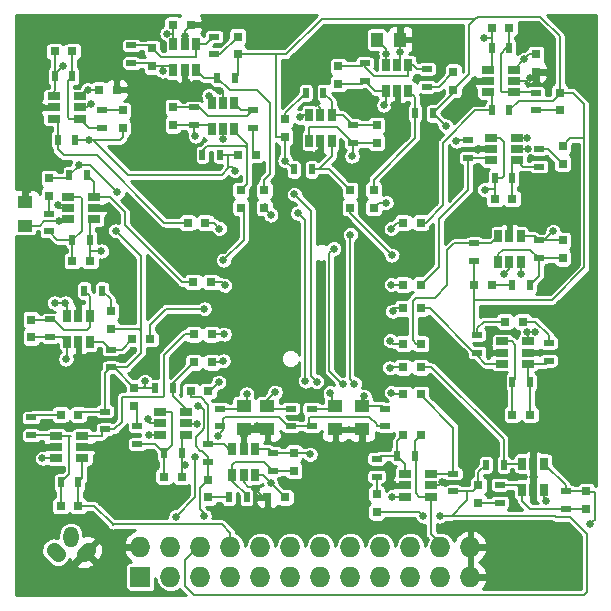
<source format=gtl>
G04 #@! TF.FileFunction,Copper,L1,Top,Signal*
%FSLAX46Y46*%
G04 Gerber Fmt 4.6, Leading zero omitted, Abs format (unit mm)*
G04 Created by KiCad (PCBNEW (2015-01-16 BZR 5376)-product) date 23/07/2015 11:35:31*
%MOMM*%
G01*
G04 APERTURE LIST*
%ADD10C,0.100000*%
%ADD11R,0.750000X0.800000*%
%ADD12R,0.800000X0.750000*%
%ADD13R,1.000000X1.250000*%
%ADD14R,1.250000X1.000000*%
%ADD15R,0.900000X0.500000*%
%ADD16R,0.500000X0.900000*%
%ADD17R,0.650000X1.060000*%
%ADD18R,1.060000X0.650000*%
%ADD19O,1.300480X1.800860*%
%ADD20C,1.300480*%
%ADD21R,1.727200X1.727200*%
%ADD22O,1.727200X1.727200*%
%ADD23C,0.635000*%
%ADD24C,0.180000*%
%ADD25C,0.203200*%
%ADD26C,0.220000*%
G04 APERTURE END LIST*
D10*
D11*
X71500000Y-75250000D03*
X71500000Y-76750000D03*
D12*
X65000000Y-78000000D03*
X66500000Y-78000000D03*
X84750000Y-78000000D03*
X83250000Y-78000000D03*
D11*
X80750000Y-75250000D03*
X80750000Y-76750000D03*
X69500000Y-75250000D03*
X69500000Y-76750000D03*
D12*
X65490000Y-83040000D03*
X66990000Y-83040000D03*
X84750000Y-83250000D03*
X83250000Y-83250000D03*
D11*
X78750000Y-75250000D03*
X78750000Y-76750000D03*
D12*
X60320000Y-87870000D03*
X61820000Y-87870000D03*
X65530000Y-87450000D03*
X67030000Y-87450000D03*
X84750000Y-88250000D03*
X83250000Y-88250000D03*
X84750000Y-85250000D03*
X83250000Y-85250000D03*
X65540000Y-89830000D03*
X67040000Y-89830000D03*
X65250000Y-92250000D03*
X66750000Y-92250000D03*
X84750000Y-92500000D03*
X83250000Y-92500000D03*
X84750000Y-90250000D03*
X83250000Y-90250000D03*
D13*
X81000000Y-62500000D03*
X83000000Y-62500000D03*
D14*
X51250000Y-78250000D03*
X51250000Y-76250000D03*
D12*
X63750000Y-61250000D03*
X65250000Y-61250000D03*
X73250000Y-101250000D03*
X71750000Y-101250000D03*
D11*
X94500000Y-63750000D03*
X94500000Y-65250000D03*
D12*
X57500000Y-66750000D03*
X59000000Y-66750000D03*
D11*
X69250000Y-63750000D03*
X69250000Y-62250000D03*
X62000000Y-64750000D03*
X62000000Y-63250000D03*
X59500000Y-70000000D03*
X59500000Y-68500000D03*
D12*
X53750000Y-63500000D03*
X55250000Y-63500000D03*
D11*
X96500000Y-67000000D03*
X96500000Y-68500000D03*
D12*
X90750000Y-61500000D03*
X92250000Y-61500000D03*
D11*
X87500000Y-66750000D03*
X87500000Y-65250000D03*
X77750000Y-66250000D03*
X77750000Y-64750000D03*
D12*
X69250000Y-72250000D03*
X70750000Y-72250000D03*
D11*
X63750000Y-69750000D03*
X63750000Y-68250000D03*
X53250000Y-74250000D03*
X53250000Y-75750000D03*
D12*
X56750000Y-81250000D03*
X55250000Y-81250000D03*
D11*
X96750000Y-71500000D03*
X96750000Y-73000000D03*
D12*
X91000000Y-76000000D03*
X92500000Y-76000000D03*
D11*
X73250000Y-70750000D03*
X73250000Y-69250000D03*
X81000000Y-71250000D03*
X81000000Y-69750000D03*
X58500000Y-87000000D03*
X58500000Y-85500000D03*
X51740000Y-87710000D03*
X51740000Y-86210000D03*
D12*
X55750000Y-94250000D03*
X54250000Y-94250000D03*
X55750000Y-102000000D03*
X54250000Y-102000000D03*
X89250000Y-83250000D03*
X90750000Y-83250000D03*
D11*
X96750000Y-79500000D03*
X96750000Y-81000000D03*
D12*
X91875000Y-86375000D03*
X93375000Y-86375000D03*
X92500000Y-94250000D03*
X94000000Y-94250000D03*
D11*
X60500000Y-92000000D03*
X60500000Y-93500000D03*
D12*
X64500000Y-99500000D03*
X63000000Y-99500000D03*
D11*
X66750000Y-99750000D03*
X66750000Y-101250000D03*
X74000000Y-97500000D03*
X74000000Y-99000000D03*
X81000000Y-102500000D03*
X81000000Y-101000000D03*
D12*
X84750000Y-96000000D03*
X83250000Y-96000000D03*
D11*
X89625000Y-100250000D03*
X89625000Y-101750000D03*
X98750000Y-100750000D03*
X98750000Y-102250000D03*
D15*
X73750000Y-95250000D03*
X73750000Y-93750000D03*
X67750000Y-95250000D03*
X67750000Y-93750000D03*
X81750000Y-95250000D03*
X81750000Y-93750000D03*
X75500000Y-95250000D03*
X75500000Y-93750000D03*
D16*
X69000000Y-65750000D03*
X67500000Y-65750000D03*
X67750000Y-72250000D03*
X66250000Y-72250000D03*
D15*
X58500000Y-90250000D03*
X58500000Y-88750000D03*
D16*
X62250000Y-92000000D03*
X63750000Y-92000000D03*
X55500000Y-71000000D03*
X54000000Y-71000000D03*
X55000000Y-74000000D03*
X56500000Y-74000000D03*
D15*
X58000000Y-94000000D03*
X58000000Y-95500000D03*
X66750000Y-98250000D03*
X66750000Y-96750000D03*
D16*
X92250000Y-68500000D03*
X90750000Y-68500000D03*
D15*
X88750000Y-71000000D03*
X88750000Y-72500000D03*
X89250000Y-81250000D03*
X89250000Y-79750000D03*
X87500000Y-100750000D03*
X87500000Y-99250000D03*
D16*
X85750000Y-68750000D03*
X84250000Y-68750000D03*
X74000000Y-73500000D03*
X75500000Y-73500000D03*
D15*
X89500000Y-87500000D03*
X89500000Y-89000000D03*
D16*
X90250000Y-98500000D03*
X91750000Y-98500000D03*
D15*
X67250000Y-63750000D03*
X67250000Y-62250000D03*
X60250000Y-64500000D03*
X60250000Y-63000000D03*
X57750000Y-68500000D03*
X57750000Y-70000000D03*
D16*
X53750000Y-65600000D03*
X55250000Y-65600000D03*
D15*
X94500000Y-68500000D03*
X94500000Y-67000000D03*
D16*
X90750000Y-63250000D03*
X92250000Y-63250000D03*
D15*
X85250000Y-66500000D03*
X85250000Y-65000000D03*
X80000000Y-66000000D03*
X80000000Y-64500000D03*
X70500000Y-70000000D03*
X70500000Y-68500000D03*
X65500000Y-69750000D03*
X65500000Y-68250000D03*
X53250000Y-77250000D03*
X53250000Y-78750000D03*
D16*
X56750000Y-79470000D03*
X55250000Y-79470000D03*
D15*
X94750000Y-71750000D03*
X94750000Y-73250000D03*
D16*
X91000000Y-74250000D03*
X92500000Y-74250000D03*
X75000000Y-67000000D03*
X76500000Y-67000000D03*
D15*
X79000000Y-71250000D03*
X79000000Y-69750000D03*
D16*
X57750000Y-83750000D03*
X56250000Y-83750000D03*
D15*
X53370000Y-87690000D03*
X53370000Y-86190000D03*
X51750000Y-94500000D03*
X51750000Y-96000000D03*
D16*
X55750000Y-100000000D03*
X54250000Y-100000000D03*
X92500000Y-83250000D03*
X94000000Y-83250000D03*
D15*
X94750000Y-79500000D03*
X94750000Y-81000000D03*
X95590000Y-88190000D03*
X95590000Y-89690000D03*
D16*
X92500000Y-91500000D03*
X94000000Y-91500000D03*
D15*
X60750000Y-95250000D03*
X60750000Y-96750000D03*
D16*
X64500000Y-97500000D03*
X63000000Y-97500000D03*
X68500000Y-101250000D03*
X70000000Y-101250000D03*
D15*
X72250000Y-97500000D03*
X72250000Y-99000000D03*
X81000000Y-99500000D03*
X81000000Y-98000000D03*
D16*
X84250000Y-97750000D03*
X82750000Y-97750000D03*
D15*
X91425000Y-101700000D03*
X91425000Y-100200000D03*
X97000000Y-100750000D03*
X97000000Y-102250000D03*
D17*
X63800000Y-65100000D03*
X64750000Y-65100000D03*
X65700000Y-65100000D03*
X65700000Y-62900000D03*
X63800000Y-62900000D03*
X64750000Y-62900000D03*
D18*
X53650000Y-67300000D03*
X53650000Y-68250000D03*
X53650000Y-69200000D03*
X55850000Y-69200000D03*
X55850000Y-67300000D03*
X55850000Y-68250000D03*
X90400000Y-65050000D03*
X90400000Y-66000000D03*
X90400000Y-66950000D03*
X92600000Y-66950000D03*
X92600000Y-65050000D03*
X92600000Y-66000000D03*
D17*
X81800000Y-66850000D03*
X82750000Y-66850000D03*
X83700000Y-66850000D03*
X83700000Y-64650000D03*
X81800000Y-64650000D03*
X82750000Y-64650000D03*
X67050000Y-70100000D03*
X68000000Y-70100000D03*
X68950000Y-70100000D03*
X68950000Y-67900000D03*
X67050000Y-67900000D03*
X68000000Y-67900000D03*
D18*
X57100000Y-77700000D03*
X57100000Y-76750000D03*
X57100000Y-75800000D03*
X54900000Y-75800000D03*
X54900000Y-77700000D03*
X54900000Y-76750000D03*
X90650000Y-70800000D03*
X90650000Y-71750000D03*
X90650000Y-72700000D03*
X92850000Y-72700000D03*
X92850000Y-70800000D03*
X92850000Y-71750000D03*
D17*
X75300000Y-71100000D03*
X76250000Y-71100000D03*
X77200000Y-71100000D03*
X77200000Y-68900000D03*
X75300000Y-68900000D03*
X76250000Y-68900000D03*
X54800000Y-88100000D03*
X55750000Y-88100000D03*
X56700000Y-88100000D03*
X56700000Y-85900000D03*
X54800000Y-85900000D03*
X55750000Y-85900000D03*
D18*
X56100000Y-97950000D03*
X56100000Y-97000000D03*
X56100000Y-96050000D03*
X53900000Y-96050000D03*
X53900000Y-97950000D03*
X53900000Y-97000000D03*
D17*
X93200000Y-79150000D03*
X92250000Y-79150000D03*
X91300000Y-79150000D03*
X91300000Y-81350000D03*
X93200000Y-81350000D03*
X92250000Y-81350000D03*
D18*
X91650000Y-88050000D03*
X91650000Y-89000000D03*
X91650000Y-89950000D03*
X93850000Y-89950000D03*
X93850000Y-88050000D03*
X93850000Y-89000000D03*
X64850000Y-95950000D03*
X64850000Y-95000000D03*
X64850000Y-94050000D03*
X62650000Y-94050000D03*
X62650000Y-95950000D03*
X62650000Y-95000000D03*
D17*
X70700000Y-97150000D03*
X69750000Y-97150000D03*
X68800000Y-97150000D03*
X68800000Y-99350000D03*
X70700000Y-99350000D03*
X69750000Y-99350000D03*
D18*
X85600000Y-101200000D03*
X85600000Y-100250000D03*
X85600000Y-99300000D03*
X83400000Y-99300000D03*
X83400000Y-101200000D03*
X83400000Y-100250000D03*
D17*
X95200000Y-98400000D03*
X94250000Y-98400000D03*
X93300000Y-98400000D03*
X93300000Y-100600000D03*
X95200000Y-100600000D03*
X94250000Y-100600000D03*
D19*
X55120000Y-104630000D03*
D20*
X53673089Y-105723089D02*
X54026911Y-106076911D01*
X56213089Y-106076911D02*
X56566911Y-105723089D01*
D21*
X61000000Y-108000000D03*
D22*
X61000000Y-105460000D03*
X63540000Y-108000000D03*
X63540000Y-105460000D03*
X66080000Y-108000000D03*
X66080000Y-105460000D03*
X68620000Y-108000000D03*
X68620000Y-105460000D03*
X71160000Y-108000000D03*
X71160000Y-105460000D03*
X73700000Y-108000000D03*
X73700000Y-105460000D03*
X76240000Y-108000000D03*
X76240000Y-105460000D03*
X78780000Y-108000000D03*
X78780000Y-105460000D03*
X81320000Y-108000000D03*
X81320000Y-105460000D03*
X83860000Y-108000000D03*
X83860000Y-105460000D03*
X86400000Y-108000000D03*
X86400000Y-105460000D03*
X88940000Y-108000000D03*
X88940000Y-105460000D03*
D14*
X71750000Y-93500000D03*
X71750000Y-95500000D03*
X69750000Y-93500000D03*
X69750000Y-95500000D03*
X79750000Y-93500000D03*
X79750000Y-95500000D03*
X77500000Y-93500000D03*
X77500000Y-95500000D03*
D23*
X72400000Y-92350000D03*
X85080000Y-74550000D03*
X89710000Y-71750000D03*
X91760000Y-82390000D03*
X92050000Y-77980000D03*
X76050000Y-72100000D03*
X75830000Y-67900000D03*
X67770000Y-66870000D03*
X68000000Y-70910000D03*
X82510000Y-68010000D03*
X83000000Y-63550000D03*
X64750000Y-62200000D03*
X64950000Y-66100000D03*
X55750000Y-90150000D03*
X55750000Y-89400000D03*
X55750000Y-84850000D03*
X89250000Y-66750000D03*
X89250000Y-66100000D03*
X94000000Y-65750000D03*
X96700000Y-89000000D03*
X94850000Y-89000000D03*
X90550000Y-88300000D03*
X90750000Y-89000000D03*
X86550000Y-99950000D03*
X82350000Y-100150000D03*
X69750000Y-96050000D03*
X70900000Y-95250000D03*
X70750000Y-100650000D03*
X65790000Y-95010000D03*
X61650000Y-94650000D03*
X52600000Y-96900000D03*
X57100000Y-97000000D03*
X58200000Y-76650000D03*
X51450000Y-75200000D03*
X54050000Y-76550000D03*
X60000000Y-66750000D03*
X52700000Y-68250000D03*
X56800000Y-67950000D03*
X93800000Y-71750000D03*
X70000000Y-92500000D03*
X79950000Y-92700000D03*
X77070000Y-92400000D03*
X72050000Y-77350000D03*
X67700000Y-78500000D03*
X82235000Y-78515000D03*
X81800000Y-76300000D03*
X68025000Y-81175000D03*
X68150000Y-83300000D03*
X82250000Y-83250000D03*
X82300000Y-80750000D03*
X66400000Y-85300000D03*
X68100000Y-87440000D03*
X82150000Y-88000000D03*
X82350000Y-85500000D03*
X68000000Y-89700000D03*
X67650000Y-91510000D03*
X82250000Y-92400000D03*
X82100000Y-90300000D03*
X93200000Y-82370000D03*
X53750000Y-84800000D03*
X54650000Y-84800000D03*
X93475000Y-64175000D03*
X94400000Y-87250000D03*
X93750000Y-87250000D03*
X95350000Y-101600000D03*
X82300000Y-101200000D03*
X72050000Y-100050000D03*
X61700000Y-95950000D03*
X52700000Y-97950000D03*
X54100000Y-77900000D03*
X56550000Y-66750000D03*
X63250000Y-62000000D03*
X66800000Y-67250000D03*
X74500000Y-69100000D03*
X81800000Y-63700000D03*
X93750000Y-70800000D03*
X56630000Y-71000000D03*
X69010000Y-73590000D03*
X73250000Y-72750000D03*
X87750000Y-71100000D03*
X86850000Y-69800000D03*
X86350000Y-102850000D03*
X84950000Y-102850000D03*
X59050000Y-75450000D03*
X58900000Y-78700000D03*
X55800000Y-73100000D03*
X65910000Y-93510000D03*
X61380000Y-91450000D03*
X66400000Y-102850000D03*
X62920000Y-65160000D03*
X74040000Y-75600000D03*
X75930000Y-91460000D03*
X54450000Y-64700000D03*
X90120000Y-62330000D03*
X79120000Y-91640000D03*
X78790000Y-79020000D03*
X81620000Y-68050000D03*
X74975000Y-91405000D03*
X65650000Y-70670000D03*
X74330000Y-77190000D03*
X57700000Y-80400000D03*
X90150000Y-75200000D03*
X77380000Y-80210000D03*
X78920000Y-72370000D03*
X78140000Y-91680000D03*
X54700000Y-89550000D03*
X95940000Y-78750000D03*
X92500000Y-94250000D03*
X64780000Y-98540000D03*
X75375000Y-97615000D03*
X99050000Y-103550000D03*
X67550000Y-96050000D03*
X65640000Y-97880000D03*
X64000000Y-102900000D03*
D24*
X71750000Y-93750000D02*
X73500000Y-93750000D01*
X71750000Y-93000000D02*
X71750000Y-93750000D01*
X72400000Y-92350000D02*
X71750000Y-93000000D01*
X90650000Y-71750000D02*
X89710000Y-71750000D01*
X89710000Y-71750000D02*
X89650000Y-71810000D01*
X91760000Y-82390000D02*
X92250000Y-81900000D01*
X92250000Y-81900000D02*
X92250000Y-81350000D01*
X92050000Y-77980000D02*
X92250000Y-78180000D01*
X92250000Y-78180000D02*
X92250000Y-79150000D01*
X76050000Y-72100000D02*
X76250000Y-71900000D01*
X76250000Y-71900000D02*
X76250000Y-71100000D01*
X75830000Y-67900000D02*
X76250000Y-68320000D01*
X76250000Y-68320000D02*
X76250000Y-68900000D01*
X67880000Y-66870000D02*
X67770000Y-66870000D01*
X68000000Y-66990000D02*
X67880000Y-66870000D01*
X68000000Y-67900000D02*
X68000000Y-66990000D01*
X67770000Y-66870000D02*
X67750000Y-66850000D01*
X68000000Y-70100000D02*
X68000000Y-70910000D01*
X68000000Y-70910000D02*
X68010000Y-70920000D01*
X82510000Y-68010000D02*
X82750000Y-67770000D01*
X82750000Y-67770000D02*
X82750000Y-66850000D01*
X83000000Y-62500000D02*
X83000000Y-63550000D01*
X83000000Y-63550000D02*
X83000000Y-64400000D01*
X83000000Y-64400000D02*
X82750000Y-64650000D01*
X64750000Y-62900000D02*
X64750000Y-62200000D01*
X64750000Y-62200000D02*
X64750000Y-61750000D01*
X64750000Y-61750000D02*
X65250000Y-61250000D01*
X64950000Y-66100000D02*
X64750000Y-65900000D01*
X64750000Y-65900000D02*
X64750000Y-65100000D01*
X55750000Y-89400000D02*
X55750000Y-90150000D01*
X55750000Y-88100000D02*
X55750000Y-89400000D01*
X55750000Y-90150000D02*
X55700000Y-90200000D01*
X55750000Y-85900000D02*
X55750000Y-84850000D01*
X55750000Y-84850000D02*
X55700000Y-84800000D01*
X89250000Y-66100000D02*
X89350000Y-66000000D01*
X90400000Y-66000000D02*
X89350000Y-66000000D01*
X89250000Y-66100000D02*
X89250000Y-66750000D01*
X92600000Y-66000000D02*
X93750000Y-66000000D01*
X93750000Y-66000000D02*
X94000000Y-65750000D01*
X94000000Y-65750000D02*
X94500000Y-65250000D01*
X94850000Y-89000000D02*
X96700000Y-89000000D01*
X96700000Y-89000000D02*
X96750000Y-88950000D01*
X90550000Y-88300000D02*
X90750000Y-88500000D01*
X90750000Y-88500000D02*
X90750000Y-89000000D01*
X91650000Y-89000000D02*
X90750000Y-89000000D01*
X90750000Y-89000000D02*
X90700000Y-89050000D01*
X93850000Y-89000000D02*
X94850000Y-89000000D01*
X94850000Y-89000000D02*
X94900000Y-88950000D01*
X86550000Y-99950000D02*
X86250000Y-100250000D01*
X86250000Y-100250000D02*
X85600000Y-100250000D01*
X82350000Y-100150000D02*
X82450000Y-100250000D01*
X82450000Y-100250000D02*
X83400000Y-100250000D01*
X71750000Y-95250000D02*
X70900000Y-95250000D01*
X70900000Y-95250000D02*
X70000000Y-95250000D01*
X69750000Y-97150000D02*
X69750000Y-96050000D01*
X69750000Y-96050000D02*
X69750000Y-95500000D01*
X69750000Y-95500000D02*
X70000000Y-95250000D01*
X70250000Y-100350000D02*
X70150000Y-100350000D01*
X70450000Y-100350000D02*
X70250000Y-100350000D01*
X71350000Y-101250000D02*
X70750000Y-100650000D01*
X70750000Y-100650000D02*
X70450000Y-100350000D01*
X69750000Y-99950000D02*
X69750000Y-99350000D01*
X70150000Y-100350000D02*
X69750000Y-99950000D01*
X71750000Y-101250000D02*
X71350000Y-101250000D01*
X64850000Y-95000000D02*
X65790000Y-95010000D01*
X61650000Y-94800000D02*
X61650000Y-94650000D01*
X61850000Y-95000000D02*
X61650000Y-94800000D01*
X62650000Y-95000000D02*
X61850000Y-95000000D01*
X61650000Y-94650000D02*
X61600000Y-94600000D01*
X52600000Y-96900000D02*
X52700000Y-97000000D01*
X52700000Y-97000000D02*
X53900000Y-97000000D01*
X56100000Y-97000000D02*
X57100000Y-97000000D01*
X58200000Y-76650000D02*
X58100000Y-76750000D01*
X58100000Y-76750000D02*
X57100000Y-76750000D01*
X51450000Y-75200000D02*
X51250000Y-75400000D01*
X51250000Y-75400000D02*
X51250000Y-76250000D01*
X54900000Y-76750000D02*
X54150000Y-76750000D01*
X54150000Y-76750000D02*
X54050000Y-76650000D01*
X54050000Y-76650000D02*
X54050000Y-76550000D01*
X59000000Y-66750000D02*
X60000000Y-66750000D01*
X53650000Y-68250000D02*
X52700000Y-68250000D01*
X56800000Y-67950000D02*
X56500000Y-68250000D01*
X56500000Y-68250000D02*
X55850000Y-68250000D01*
X92850000Y-71750000D02*
X93800000Y-71750000D01*
X70000000Y-93750000D02*
X70000000Y-92500000D01*
X68000000Y-93750000D02*
X70000000Y-93750000D01*
X79750000Y-92900000D02*
X79950000Y-92700000D01*
X79750000Y-93500000D02*
X79750000Y-92900000D01*
X81500000Y-93500000D02*
X81750000Y-93750000D01*
X79750000Y-93500000D02*
X81500000Y-93500000D01*
X77190000Y-92520000D02*
X77250000Y-92520000D01*
X77070000Y-92400000D02*
X77190000Y-92520000D01*
X77250000Y-93750000D02*
X77250000Y-92520000D01*
X77250000Y-92520000D02*
X77200000Y-92470000D01*
X77250000Y-93750000D02*
X75250000Y-93750000D01*
X71950000Y-70350000D02*
X71950000Y-67850000D01*
X71500000Y-74350000D02*
X71950000Y-73900000D01*
X71950000Y-73900000D02*
X71950000Y-70350000D01*
X71500000Y-75250000D02*
X71500000Y-74350000D01*
X68550000Y-66800000D02*
X67500000Y-65750000D01*
X70900000Y-66800000D02*
X68550000Y-66800000D01*
X71950000Y-67850000D02*
X70900000Y-66800000D01*
X66350000Y-65750000D02*
X65700000Y-65100000D01*
X67500000Y-65750000D02*
X66350000Y-65750000D01*
X72050000Y-77350000D02*
X71550000Y-76850000D01*
X71550000Y-76350000D02*
X71500000Y-76750000D01*
X54000000Y-71000000D02*
X54000000Y-71800000D01*
X63010000Y-78000000D02*
X65000000Y-78000000D01*
X57310000Y-72300000D02*
X63010000Y-78000000D01*
X54500000Y-72300000D02*
X57310000Y-72300000D01*
X54000000Y-71800000D02*
X54500000Y-72300000D01*
X54000000Y-71000000D02*
X54000000Y-69550000D01*
X54000000Y-69550000D02*
X53650000Y-69200000D01*
X66500000Y-78000000D02*
X67200000Y-78000000D01*
X67200000Y-78000000D02*
X67700000Y-78500000D01*
X90750000Y-68500000D02*
X90750000Y-67300000D01*
X90750000Y-67300000D02*
X90400000Y-66950000D01*
X90750000Y-68500000D02*
X89350000Y-68500000D01*
X86600000Y-76550000D02*
X85150000Y-78000000D01*
X86600000Y-71250000D02*
X86600000Y-76550000D01*
X89350000Y-68500000D02*
X86600000Y-71250000D01*
X85150000Y-78000000D02*
X84750000Y-78000000D01*
X82750000Y-78000000D02*
X82235000Y-78515000D01*
X83250000Y-78000000D02*
X82750000Y-78000000D01*
X84250000Y-68750000D02*
X84250000Y-70850000D01*
X80750000Y-74350000D02*
X84100000Y-71000000D01*
X80750000Y-74350000D02*
X80750000Y-75250000D01*
X84250000Y-70850000D02*
X84100000Y-71000000D01*
X84100000Y-68900000D02*
X84250000Y-68750000D01*
X84250000Y-67400000D02*
X83700000Y-66850000D01*
X84250000Y-68750000D02*
X84250000Y-67400000D01*
X81800000Y-76300000D02*
X81200000Y-76300000D01*
X81200000Y-76300000D02*
X80750000Y-76750000D01*
X68130000Y-71510000D02*
X69850000Y-71510000D01*
X66650000Y-71510000D02*
X68130000Y-71510000D01*
X66250000Y-71910000D02*
X66650000Y-71510000D01*
X69850000Y-71510000D02*
X70050000Y-71710000D01*
X66250000Y-72250000D02*
X66250000Y-71910000D01*
X70050000Y-73050000D02*
X70050000Y-74700000D01*
X70050000Y-74700000D02*
X69500000Y-75250000D01*
X70050000Y-71710000D02*
X70050000Y-73050000D01*
X70050000Y-71350000D02*
X70050000Y-71480000D01*
X69625000Y-70925000D02*
X70050000Y-71350000D01*
X68950000Y-70250000D02*
X69625000Y-70925000D01*
X70050000Y-71480000D02*
X70050000Y-71710000D01*
X68950000Y-70100000D02*
X68950000Y-70250000D01*
X69750000Y-77000000D02*
X69750000Y-79450000D01*
X69750000Y-79450000D02*
X68025000Y-81175000D01*
X69750000Y-77000000D02*
X69500000Y-76750000D01*
X65490000Y-83040000D02*
X64540000Y-83040000D01*
X58400000Y-75800000D02*
X57100000Y-75800000D01*
X59700000Y-77100000D02*
X58400000Y-75800000D01*
X59700000Y-78200000D02*
X59700000Y-77100000D01*
X64540000Y-83040000D02*
X59700000Y-78200000D01*
X57100000Y-75800000D02*
X57100000Y-74600000D01*
X57100000Y-74600000D02*
X56500000Y-74000000D01*
X66990000Y-83040000D02*
X67890000Y-83040000D01*
X67890000Y-83040000D02*
X68150000Y-83300000D01*
X84750000Y-83250000D02*
X84770000Y-83250000D01*
X84770000Y-83250000D02*
X86280000Y-81740000D01*
X86280000Y-81740000D02*
X86280000Y-77670000D01*
X86280000Y-77670000D02*
X88750000Y-75200000D01*
X88750000Y-75200000D02*
X88750000Y-72500000D01*
X90450000Y-72500000D02*
X90650000Y-72700000D01*
X88750000Y-72500000D02*
X90450000Y-72500000D01*
X83250000Y-83250000D02*
X82250000Y-83250000D01*
X82250000Y-83250000D02*
X82200000Y-83200000D01*
X76100000Y-73500000D02*
X77200000Y-72400000D01*
X77200000Y-72400000D02*
X77200000Y-71100000D01*
X75500000Y-73500000D02*
X76100000Y-73500000D01*
X77000000Y-73500000D02*
X78750000Y-75250000D01*
X75500000Y-73500000D02*
X77000000Y-73500000D01*
X78750000Y-76750000D02*
X78750000Y-77200000D01*
X78750000Y-77200000D02*
X82300000Y-80750000D01*
X58500000Y-88750000D02*
X59440000Y-88750000D01*
X59440000Y-88750000D02*
X60320000Y-87870000D01*
X56700000Y-88100000D02*
X57850000Y-88100000D01*
X57850000Y-88100000D02*
X58500000Y-88750000D01*
X61820000Y-86630000D02*
X63150000Y-85300000D01*
X63150000Y-85300000D02*
X66400000Y-85300000D01*
X61820000Y-87870000D02*
X61820000Y-86630000D01*
X63000000Y-92050000D02*
X63000000Y-89200000D01*
X63000000Y-92650000D02*
X63000000Y-92050000D01*
X60550000Y-92750000D02*
X62900000Y-92750000D01*
X59450000Y-92750000D02*
X60550000Y-92750000D01*
X58800000Y-95500000D02*
X59450000Y-94850000D01*
X59450000Y-94850000D02*
X59450000Y-92900000D01*
X58000000Y-95500000D02*
X58800000Y-95500000D01*
X59450000Y-92900000D02*
X59450000Y-92750000D01*
X62900000Y-92750000D02*
X63000000Y-92650000D01*
X64750000Y-87450000D02*
X65530000Y-87450000D01*
X63000000Y-89200000D02*
X64750000Y-87450000D01*
X57750000Y-95750000D02*
X57750000Y-96050000D01*
X57750000Y-96050000D02*
X56100000Y-96050000D01*
X57750000Y-95750000D02*
X58000000Y-95500000D01*
X68090000Y-87450000D02*
X68100000Y-87440000D01*
X67030000Y-87450000D02*
X68090000Y-87450000D01*
X84260000Y-84350000D02*
X84260000Y-84450000D01*
X84050000Y-87940000D02*
X84050000Y-84660000D01*
X84360000Y-88250000D02*
X84050000Y-87940000D01*
X87560000Y-79750000D02*
X86960000Y-80350000D01*
X86960000Y-80350000D02*
X86960000Y-83300000D01*
X86960000Y-83300000D02*
X85910000Y-84350000D01*
X85910000Y-84350000D02*
X84260000Y-84350000D01*
X87560000Y-79750000D02*
X89250000Y-79750000D01*
X84260000Y-84450000D02*
X84050000Y-84660000D01*
X84750000Y-88250000D02*
X84360000Y-88250000D01*
X89250000Y-79750000D02*
X90700000Y-79750000D01*
X90700000Y-79750000D02*
X91300000Y-79150000D01*
X83250000Y-88250000D02*
X82400000Y-88250000D01*
X82400000Y-88250000D02*
X82150000Y-88000000D01*
X84750000Y-85250000D02*
X85530000Y-85250000D01*
X85530000Y-85250000D02*
X89280000Y-89000000D01*
X89280000Y-89000000D02*
X89500000Y-89000000D01*
X89500000Y-89000000D02*
X89500000Y-89250000D01*
X89500000Y-89250000D02*
X90200000Y-89950000D01*
X90200000Y-89950000D02*
X91650000Y-89950000D01*
X83250000Y-85250000D02*
X82600000Y-85250000D01*
X82600000Y-85250000D02*
X82350000Y-85500000D01*
X63750000Y-92000000D02*
X63750000Y-91620000D01*
X63750000Y-91620000D02*
X65540000Y-89830000D01*
X64850000Y-94050000D02*
X64850000Y-93800000D01*
X64850000Y-93800000D02*
X63750000Y-92700000D01*
X63750000Y-92700000D02*
X63750000Y-92000000D01*
X67040000Y-89830000D02*
X67870000Y-89830000D01*
X67870000Y-89830000D02*
X68000000Y-89700000D01*
X68800000Y-97150000D02*
X68450000Y-97150000D01*
X68100000Y-96750000D02*
X68400000Y-97050000D01*
X68100000Y-96750000D02*
X66750000Y-96750000D01*
X68400000Y-97100000D02*
X68400000Y-97050000D01*
X68450000Y-97150000D02*
X68400000Y-97100000D01*
X66100000Y-92800000D02*
X66750000Y-93450000D01*
X66750000Y-93450000D02*
X66750000Y-94300000D01*
X65250000Y-92800000D02*
X65250000Y-92250000D01*
X66750000Y-96750000D02*
X66750000Y-94300000D01*
X65250000Y-92800000D02*
X66100000Y-92800000D01*
X66910000Y-92250000D02*
X66750000Y-92250000D01*
X67650000Y-91510000D02*
X66910000Y-92250000D01*
X87500000Y-99250000D02*
X85650000Y-99250000D01*
X85650000Y-99250000D02*
X85600000Y-99300000D01*
X84750000Y-92500000D02*
X84750000Y-92600000D01*
X84750000Y-92600000D02*
X87500000Y-95350000D01*
X87500000Y-95350000D02*
X87500000Y-99250000D01*
X82350000Y-92500000D02*
X83250000Y-92500000D01*
X82250000Y-92400000D02*
X82350000Y-92500000D01*
X84750000Y-90250000D02*
X85650000Y-90250000D01*
X91750000Y-96350000D02*
X91750000Y-98500000D01*
X85650000Y-90250000D02*
X91750000Y-96350000D01*
X93300000Y-98400000D02*
X91850000Y-98400000D01*
X91850000Y-98400000D02*
X91750000Y-98500000D01*
X82150000Y-90250000D02*
X83250000Y-90250000D01*
X82100000Y-90300000D02*
X82150000Y-90250000D01*
X93200000Y-81350000D02*
X93200000Y-82370000D01*
X93200000Y-82370000D02*
X93240000Y-82410000D01*
X54650000Y-84800000D02*
X54800000Y-84950000D01*
X54800000Y-85900000D02*
X54800000Y-84950000D01*
X54650000Y-84800000D02*
X53750000Y-84800000D01*
X94500000Y-63750000D02*
X93900000Y-63750000D01*
X93900000Y-63750000D02*
X93475000Y-64175000D01*
X93475000Y-64175000D02*
X92600000Y-65050000D01*
X93750000Y-87250000D02*
X93850000Y-87350000D01*
X93850000Y-88050000D02*
X93850000Y-87350000D01*
X93750000Y-87250000D02*
X94400000Y-87250000D01*
X95350000Y-101600000D02*
X95200000Y-101450000D01*
X95200000Y-101450000D02*
X95200000Y-100600000D01*
X83400000Y-101200000D02*
X82300000Y-101200000D01*
X82300000Y-101200000D02*
X82250000Y-101250000D01*
X70700000Y-99350000D02*
X71350000Y-99350000D01*
X71350000Y-99350000D02*
X72050000Y-100050000D01*
X72050000Y-100050000D02*
X73250000Y-101250000D01*
X62650000Y-95950000D02*
X61700000Y-95950000D01*
X61700000Y-95950000D02*
X61650000Y-96000000D01*
X53900000Y-97950000D02*
X52700000Y-97950000D01*
X52700000Y-97950000D02*
X52650000Y-98000000D01*
X54700000Y-77900000D02*
X54100000Y-77900000D01*
X54100000Y-77900000D02*
X53950000Y-77900000D01*
X52500000Y-78250000D02*
X52850000Y-77900000D01*
X52850000Y-77900000D02*
X53950000Y-77900000D01*
X52500000Y-78250000D02*
X51250000Y-78250000D01*
X54700000Y-77900000D02*
X54900000Y-77700000D01*
X57500000Y-66750000D02*
X56550000Y-66750000D01*
X56550000Y-66750000D02*
X56400000Y-66750000D01*
X56400000Y-66750000D02*
X55850000Y-67300000D01*
X63800000Y-61300000D02*
X63750000Y-61250000D01*
X63800000Y-62000000D02*
X63800000Y-61300000D01*
X63800000Y-62900000D02*
X63800000Y-62000000D01*
X63250000Y-62000000D02*
X63200000Y-62050000D01*
X63800000Y-62000000D02*
X63250000Y-62000000D01*
X67050000Y-67900000D02*
X67050000Y-67500000D01*
X67050000Y-67500000D02*
X66800000Y-67250000D01*
X74700000Y-68900000D02*
X75300000Y-68900000D01*
X74500000Y-69100000D02*
X74700000Y-68900000D01*
X81800000Y-63300000D02*
X81000000Y-62500000D01*
X81800000Y-63700000D02*
X81800000Y-63300000D01*
X81800000Y-64650000D02*
X81800000Y-63700000D01*
X93750000Y-70800000D02*
X93800000Y-70750000D01*
X92850000Y-70800000D02*
X93750000Y-70800000D01*
X56630000Y-71000000D02*
X59290000Y-71000000D01*
X59500000Y-70790000D02*
X59500000Y-70000000D01*
X59290000Y-71000000D02*
X59500000Y-70790000D01*
X61510000Y-73950000D02*
X59970000Y-73950000D01*
X59970000Y-73950000D02*
X57020000Y-71000000D01*
X57020000Y-71000000D02*
X56630000Y-71000000D01*
X56630000Y-71000000D02*
X55500000Y-71000000D01*
X66080000Y-105460000D02*
X65840000Y-105460000D01*
X65840000Y-105460000D02*
X64750000Y-106550000D01*
X64750000Y-106550000D02*
X64750000Y-108750000D01*
X64750000Y-108750000D02*
X65200000Y-109200000D01*
X95500000Y-109550000D02*
X95600000Y-109550000D01*
X68900000Y-109550000D02*
X95500000Y-109550000D01*
X65200000Y-109200000D02*
X65550000Y-109550000D01*
X65550000Y-109550000D02*
X68900000Y-109550000D01*
X89250000Y-81250000D02*
X89250000Y-83250000D01*
X68450000Y-73300000D02*
X68720000Y-73300000D01*
X68720000Y-73300000D02*
X69010000Y-73590000D01*
X69010000Y-73590000D02*
X68820000Y-73400000D01*
X66050000Y-100450000D02*
X66750000Y-99750000D01*
X58000000Y-90850000D02*
X58000000Y-90750000D01*
X58000000Y-94000000D02*
X58000000Y-90850000D01*
X58000000Y-90750000D02*
X58500000Y-90250000D01*
X55500000Y-71100000D02*
X55500000Y-71000000D01*
X55800000Y-73100000D02*
X55800000Y-73200000D01*
X55800000Y-73200000D02*
X55000000Y-74000000D01*
X68450000Y-72250000D02*
X68450000Y-73300000D01*
X68450000Y-73300000D02*
X68450000Y-73400000D01*
X67900000Y-73950000D02*
X61510000Y-73950000D01*
X61510000Y-73950000D02*
X61450000Y-73950000D01*
X68450000Y-73400000D02*
X67900000Y-73950000D01*
X69250000Y-72250000D02*
X68450000Y-72250000D01*
X68450000Y-72250000D02*
X67750000Y-72250000D01*
X85800000Y-68750000D02*
X86850000Y-69800000D01*
X87850000Y-71000000D02*
X88750000Y-71000000D01*
X87750000Y-71100000D02*
X87850000Y-71000000D01*
X85750000Y-68750000D02*
X85800000Y-68750000D01*
X72500000Y-66900000D02*
X72500000Y-63800000D01*
X72500000Y-63800000D02*
X72550000Y-63750000D01*
X72510002Y-70750000D02*
X72500000Y-70739998D01*
X72500000Y-70739998D02*
X72500000Y-66900000D01*
X72500000Y-66900000D02*
X72500000Y-66850000D01*
X72510002Y-70750000D02*
X73250000Y-70750000D01*
X89350000Y-60750000D02*
X76350000Y-60750000D01*
X76350000Y-60750000D02*
X73350000Y-63750000D01*
X73350000Y-63750000D02*
X72550000Y-63750000D01*
X72550000Y-63750000D02*
X69250000Y-63750000D01*
X96500000Y-67000000D02*
X96500000Y-62200000D01*
X88850000Y-65400000D02*
X87500000Y-66750000D01*
X88850000Y-61250000D02*
X88850000Y-65400000D01*
X89550000Y-60550000D02*
X89350000Y-60750000D01*
X89350000Y-60750000D02*
X88850000Y-61250000D01*
X94850000Y-60550000D02*
X89550000Y-60550000D01*
X96500000Y-62200000D02*
X94850000Y-60550000D01*
X93600000Y-67700000D02*
X93050000Y-67700000D01*
X95900000Y-67700000D02*
X93600000Y-67700000D01*
X96500000Y-67100000D02*
X95900000Y-67700000D01*
X93050000Y-67700000D02*
X92250000Y-68500000D01*
X96500000Y-67000000D02*
X96500000Y-67100000D01*
X96500000Y-67000000D02*
X97600000Y-67000000D01*
X98550000Y-67950000D02*
X98550000Y-70850000D01*
X97600000Y-67000000D02*
X98550000Y-67950000D01*
X89250000Y-84550000D02*
X95850000Y-84550000D01*
X97400000Y-70850000D02*
X96750000Y-71500000D01*
X98550000Y-70850000D02*
X97400000Y-70850000D01*
X98600000Y-70900000D02*
X98550000Y-70850000D01*
X98600000Y-78350000D02*
X98600000Y-70900000D01*
X98600000Y-81800000D02*
X98600000Y-78350000D01*
X95850000Y-84550000D02*
X98600000Y-81800000D01*
X89250000Y-83250000D02*
X89250000Y-84550000D01*
X89250000Y-84550000D02*
X89250000Y-87250000D01*
X89250000Y-87250000D02*
X89500000Y-87500000D01*
X89500000Y-87500000D02*
X89500000Y-86950000D01*
X90075000Y-86375000D02*
X91875000Y-86375000D01*
X89500000Y-86950000D02*
X90075000Y-86375000D01*
X87300000Y-102850000D02*
X86350000Y-102850000D01*
X84600000Y-102500000D02*
X81000000Y-102500000D01*
X84950000Y-102850000D02*
X84600000Y-102500000D01*
X87350000Y-102800000D02*
X87300000Y-102850000D01*
X88650000Y-100750000D02*
X88650000Y-101450000D01*
X88400000Y-101750000D02*
X87350000Y-102800000D01*
X88400000Y-101700000D02*
X88400000Y-101750000D01*
X88650000Y-101450000D02*
X88400000Y-101700000D01*
X87500000Y-100750000D02*
X88650000Y-100750000D01*
X88650000Y-100750000D02*
X89125000Y-100750000D01*
X89125000Y-100750000D02*
X89625000Y-100250000D01*
X89625000Y-100250000D02*
X89625000Y-99125000D01*
X89625000Y-99125000D02*
X90250000Y-98500000D01*
X66750000Y-98250000D02*
X66750000Y-99750000D01*
X61050000Y-87100000D02*
X61050000Y-80850000D01*
X61050000Y-80850000D02*
X58900000Y-78700000D01*
X56700000Y-73100000D02*
X55800000Y-73100000D01*
X59050000Y-75450000D02*
X56700000Y-73100000D01*
X61050000Y-87350000D02*
X61050000Y-87100000D01*
X61050000Y-87100000D02*
X61050000Y-87150000D01*
X59850000Y-90250000D02*
X61050000Y-89050000D01*
X61050000Y-89050000D02*
X61050000Y-87350000D01*
X58500000Y-90250000D02*
X59850000Y-90250000D01*
X60900000Y-87000000D02*
X58500000Y-87000000D01*
X61050000Y-87150000D02*
X60900000Y-87000000D01*
X58500000Y-90250000D02*
X58750000Y-90250000D01*
X58750000Y-90250000D02*
X60500000Y-92000000D01*
X53250000Y-74250000D02*
X54750000Y-74250000D01*
X54750000Y-74250000D02*
X55000000Y-74000000D01*
X69250000Y-65500000D02*
X69000000Y-65750000D01*
X69250000Y-63750000D02*
X69250000Y-65500000D01*
X73250000Y-72750000D02*
X74000000Y-73500000D01*
X73250000Y-70750000D02*
X73250000Y-72750000D01*
X87500000Y-67000000D02*
X85750000Y-68750000D01*
X87500000Y-66750000D02*
X87500000Y-67000000D01*
X66070000Y-97300000D02*
X65690000Y-96920000D01*
X65690000Y-96540000D02*
X65690000Y-96470000D01*
X65690000Y-96920000D02*
X65690000Y-96540000D01*
X66750000Y-98250000D02*
X66750000Y-97810000D01*
X66750000Y-97810000D02*
X66240000Y-97300000D01*
X66240000Y-97300000D02*
X66070000Y-97300000D01*
X66290000Y-95570000D02*
X66290000Y-95489998D01*
X65690000Y-96170000D02*
X66290000Y-95570000D01*
X65690000Y-96540000D02*
X65690000Y-96170000D01*
X66389998Y-95390000D02*
X66389998Y-94660000D01*
X66290000Y-95489998D02*
X66389998Y-95390000D01*
X66389998Y-94590000D02*
X66389998Y-94549998D01*
X66389998Y-94660000D02*
X66389998Y-94590000D01*
X61380000Y-91450000D02*
X61410000Y-91480000D01*
X66389998Y-93869998D02*
X66030000Y-93510000D01*
X66030000Y-93510000D02*
X65910000Y-93510000D01*
X66389998Y-94590000D02*
X66389998Y-93869998D01*
X61230000Y-92000000D02*
X62250000Y-92000000D01*
X60500000Y-92000000D02*
X61230000Y-92000000D01*
X61380000Y-91850000D02*
X61230000Y-92000000D01*
X61380000Y-91450000D02*
X61380000Y-91850000D01*
X56000000Y-94000000D02*
X55750000Y-94250000D01*
X58000000Y-94000000D02*
X56000000Y-94000000D01*
X66050000Y-100850000D02*
X66050000Y-100450000D01*
X66400000Y-102850000D02*
X66300000Y-102750000D01*
X66300000Y-102750000D02*
X66300000Y-102500000D01*
X66300000Y-102500000D02*
X66050000Y-102250000D01*
X66050000Y-102250000D02*
X66050000Y-100850000D01*
X93050000Y-102800000D02*
X87350000Y-102800000D01*
X96750000Y-102950000D02*
X96200000Y-102950000D01*
X98550000Y-109550000D02*
X98800000Y-109300000D01*
X98800000Y-109300000D02*
X98800000Y-104350000D01*
X98800000Y-104350000D02*
X97400000Y-102950000D01*
X97400000Y-102950000D02*
X96750000Y-102950000D01*
X95500000Y-109550000D02*
X98550000Y-109550000D01*
X96200000Y-102800000D02*
X93050000Y-102800000D01*
X96200000Y-102950000D02*
X96200000Y-102800000D01*
X67750000Y-63750000D02*
X69250000Y-62250000D01*
X67250000Y-63750000D02*
X67750000Y-63750000D01*
X62820000Y-65060000D02*
X62820000Y-64750000D01*
X62920000Y-65160000D02*
X62820000Y-65060000D01*
X61750000Y-64500000D02*
X62000000Y-64750000D01*
X60250000Y-64500000D02*
X61750000Y-64500000D01*
X63450000Y-64750000D02*
X63800000Y-65100000D01*
X62820000Y-64750000D02*
X63450000Y-64750000D01*
X62000000Y-64750000D02*
X62820000Y-64750000D01*
X75420000Y-79870000D02*
X75420000Y-76980000D01*
X75420000Y-79870000D02*
X75420000Y-90950000D01*
X75420000Y-76980000D02*
X74040000Y-75600000D01*
X75930000Y-91460000D02*
X75420000Y-90950000D01*
X66600000Y-62900000D02*
X67250000Y-62250000D01*
X65700000Y-62900000D02*
X66600000Y-62900000D01*
X65650000Y-64000000D02*
X65700000Y-63950000D01*
X65700000Y-63950000D02*
X65700000Y-62900000D01*
X62000000Y-63250000D02*
X62750000Y-64000000D01*
X62750000Y-64000000D02*
X65400000Y-64000000D01*
X65400000Y-64000000D02*
X65650000Y-64000000D01*
X61750000Y-63000000D02*
X62000000Y-63250000D01*
X60250000Y-63000000D02*
X61750000Y-63000000D01*
X57750000Y-68500000D02*
X59500000Y-68500000D01*
X53650000Y-65850000D02*
X53750000Y-65750000D01*
X53650000Y-65850000D02*
X53750000Y-65750000D01*
X53650000Y-65700000D02*
X53750000Y-65600000D01*
X53750000Y-65600000D02*
X53750000Y-63500000D01*
X53650000Y-66900000D02*
X53750000Y-66800000D01*
X53750000Y-66800000D02*
X53750000Y-65600000D01*
X53650000Y-67300000D02*
X53650000Y-66900000D01*
X53750000Y-65400000D02*
X53750000Y-65600000D01*
X54450000Y-64700000D02*
X53750000Y-65400000D01*
X54850000Y-66650000D02*
X54850000Y-69050000D01*
X54850000Y-66600000D02*
X54850000Y-66650000D01*
X54850000Y-69050000D02*
X55000000Y-69200000D01*
X55000000Y-69200000D02*
X55850000Y-69200000D01*
X57750000Y-70000000D02*
X56650000Y-70000000D01*
X56650000Y-70000000D02*
X55850000Y-69200000D01*
X54850000Y-66000000D02*
X55250000Y-65600000D01*
X54850000Y-66650000D02*
X54850000Y-66000000D01*
X55250000Y-65600000D02*
X55250000Y-63500000D01*
X94500000Y-68500000D02*
X96500000Y-68500000D01*
X90120000Y-62330000D02*
X90750000Y-62330000D01*
X90750000Y-63250000D02*
X90750000Y-62330000D01*
X90750000Y-62330000D02*
X90750000Y-61500000D01*
X90750000Y-63250000D02*
X90750000Y-64700000D01*
X90750000Y-64700000D02*
X90400000Y-65050000D01*
X92250000Y-63250000D02*
X92250000Y-61500000D01*
X92250000Y-63250000D02*
X92000000Y-63250000D01*
X92000000Y-63250000D02*
X91550000Y-63700000D01*
X91550000Y-63700000D02*
X91550000Y-66850000D01*
X91550000Y-66850000D02*
X91650000Y-66950000D01*
X91650000Y-66950000D02*
X92600000Y-66950000D01*
X92600000Y-66950000D02*
X94450000Y-66950000D01*
X94450000Y-66950000D02*
X94500000Y-67000000D01*
X86250000Y-66500000D02*
X87500000Y-65250000D01*
X85250000Y-66500000D02*
X86250000Y-66500000D01*
X79120000Y-91640000D02*
X78710000Y-91230000D01*
X78710000Y-91230000D02*
X78710000Y-79100000D01*
X78710000Y-79100000D02*
X78790000Y-79020000D01*
X81800000Y-67870000D02*
X81800000Y-66850000D01*
X81620000Y-68050000D02*
X81800000Y-67870000D01*
X81800000Y-66850000D02*
X80850000Y-66850000D01*
X80850000Y-66850000D02*
X80000000Y-66000000D01*
X77750000Y-66250000D02*
X79750000Y-66250000D01*
X79750000Y-66250000D02*
X80000000Y-66000000D01*
X79750000Y-64750000D02*
X80000000Y-64500000D01*
X77750000Y-64750000D02*
X79750000Y-64750000D01*
X83700000Y-65550000D02*
X83650000Y-65600000D01*
X83650000Y-65600000D02*
X82650000Y-65600000D01*
X80000000Y-64800000D02*
X80800000Y-65600000D01*
X80800000Y-65600000D02*
X82650000Y-65600000D01*
X80000000Y-64800000D02*
X80000000Y-64500000D01*
X83700000Y-64650000D02*
X83700000Y-65400000D01*
X83700000Y-65400000D02*
X83700000Y-65550000D01*
X84050000Y-64650000D02*
X84400000Y-65000000D01*
X84400000Y-65000000D02*
X85250000Y-65000000D01*
X83700000Y-64650000D02*
X84050000Y-64650000D01*
X70500000Y-70000000D02*
X70500000Y-72000000D01*
X70500000Y-72000000D02*
X70750000Y-72250000D01*
X74330000Y-77190000D02*
X74940000Y-77800000D01*
X74940000Y-91370000D02*
X74940000Y-77800000D01*
X74975000Y-91405000D02*
X74940000Y-91370000D01*
X65500000Y-70520000D02*
X65500000Y-69750000D01*
X65650000Y-70670000D02*
X65500000Y-70520000D01*
X65500000Y-69750000D02*
X66700000Y-69750000D01*
X66700000Y-69750000D02*
X67050000Y-70100000D01*
X63750000Y-69750000D02*
X65500000Y-69750000D01*
X68750000Y-69000000D02*
X70000000Y-69000000D01*
X66000000Y-68250000D02*
X66750000Y-69000000D01*
X66750000Y-69000000D02*
X68750000Y-69000000D01*
X65500000Y-68250000D02*
X66000000Y-68250000D01*
X70000000Y-69000000D02*
X70500000Y-68500000D01*
X63750000Y-68250000D02*
X65500000Y-68250000D01*
X70500000Y-68500000D02*
X69550000Y-68500000D01*
X69550000Y-68500000D02*
X68950000Y-67900000D01*
X53250000Y-77250000D02*
X53250000Y-75750000D01*
X57700000Y-80400000D02*
X57600000Y-80300000D01*
X56750000Y-78050000D02*
X57100000Y-77700000D01*
X56750000Y-79470000D02*
X56750000Y-78050000D01*
X56750000Y-80470000D02*
X56750000Y-79470000D01*
X56750000Y-81250000D02*
X56750000Y-80470000D01*
X57700000Y-80400000D02*
X56750000Y-80400000D01*
X55250000Y-79470000D02*
X55220000Y-79470000D01*
X55250000Y-79470000D02*
X55250000Y-81250000D01*
X56050000Y-78670000D02*
X55250000Y-79470000D01*
X54900000Y-75800000D02*
X55900000Y-75800000D01*
X55900000Y-75800000D02*
X56050000Y-75950000D01*
X56050000Y-75950000D02*
X56050000Y-78670000D01*
X53970000Y-79470000D02*
X53250000Y-78750000D01*
X55250000Y-79470000D02*
X53970000Y-79470000D01*
X95500000Y-71750000D02*
X96750000Y-73000000D01*
X94750000Y-71750000D02*
X95500000Y-71750000D01*
D25*
X90200000Y-75150000D02*
X91000000Y-75150000D01*
X90150000Y-75200000D02*
X90200000Y-75150000D01*
D24*
X91450000Y-70800000D02*
X91800000Y-71150000D01*
X91800000Y-71150000D02*
X91800000Y-74050000D01*
X91800000Y-74050000D02*
X91600000Y-74250000D01*
X91600000Y-74250000D02*
X91000000Y-74250000D01*
X90650000Y-70800000D02*
X91450000Y-70800000D01*
X91000000Y-74250000D02*
X91000000Y-75150000D01*
X91000000Y-75150000D02*
X91000000Y-75180000D01*
X91000000Y-75180000D02*
X91000000Y-76000000D01*
X92500000Y-76000000D02*
X92500000Y-74250000D01*
X92500000Y-73050000D02*
X92850000Y-72700000D01*
X92500000Y-74250000D02*
X92500000Y-73050000D01*
X93400000Y-73250000D02*
X92850000Y-72700000D01*
X94750000Y-73250000D02*
X93400000Y-73250000D01*
X73250000Y-68750000D02*
X75000000Y-67000000D01*
X73250000Y-69250000D02*
X73250000Y-68750000D01*
X79000000Y-72290000D02*
X78920000Y-72370000D01*
X79000000Y-71250000D02*
X79000000Y-72290000D01*
X77650000Y-69900000D02*
X79000000Y-71250000D01*
X75300000Y-71100000D02*
X75300000Y-69900000D01*
X75300000Y-69900000D02*
X77450000Y-69900000D01*
X77450000Y-69900000D02*
X77650000Y-69900000D01*
X79000000Y-71250000D02*
X81000000Y-71250000D01*
X77010000Y-80580000D02*
X77010000Y-90570000D01*
X77380000Y-80210000D02*
X77010000Y-80580000D01*
X78115000Y-91655000D02*
X78095000Y-91655000D01*
X78140000Y-91680000D02*
X78115000Y-91655000D01*
X77010000Y-90570000D02*
X78095000Y-91655000D01*
X78095000Y-91655000D02*
X78110000Y-91670000D01*
X79000000Y-69750000D02*
X81000000Y-69750000D01*
X78150000Y-68900000D02*
X79000000Y-69750000D01*
X77200000Y-68900000D02*
X78150000Y-68900000D01*
X77200000Y-67700000D02*
X76500000Y-67000000D01*
X77200000Y-68900000D02*
X77200000Y-67700000D01*
X58500000Y-85500000D02*
X58500000Y-84500000D01*
X58500000Y-84500000D02*
X57750000Y-83750000D01*
X53370000Y-87690000D02*
X54390000Y-87690000D01*
X54390000Y-87690000D02*
X54800000Y-88100000D01*
X51740000Y-87710000D02*
X53350000Y-87710000D01*
X53350000Y-87710000D02*
X53370000Y-87690000D01*
X54800000Y-88100000D02*
X54800000Y-89450000D01*
X54700000Y-89550000D02*
X54800000Y-89450000D01*
X56700000Y-85900000D02*
X56700000Y-84200000D01*
X56700000Y-84200000D02*
X56250000Y-83750000D01*
X56700000Y-85900000D02*
X56700000Y-86800000D01*
X54500000Y-87050000D02*
X56150000Y-87050000D01*
X54500000Y-87050000D02*
X53640000Y-86190000D01*
X56450000Y-87050000D02*
X56150000Y-87050000D01*
X56700000Y-86800000D02*
X56450000Y-87050000D01*
X53370000Y-86190000D02*
X53640000Y-86190000D01*
X51740000Y-86210000D02*
X53350000Y-86210000D01*
X53350000Y-86210000D02*
X53370000Y-86190000D01*
X54250000Y-94250000D02*
X52000000Y-94250000D01*
X52000000Y-94250000D02*
X51750000Y-94500000D01*
D25*
X68620000Y-105460000D02*
X68620000Y-104270000D01*
X67900000Y-103550000D02*
X58650000Y-103550000D01*
X68620000Y-104270000D02*
X67900000Y-103550000D01*
D24*
X57100000Y-102000000D02*
X58650000Y-103550000D01*
X58650000Y-103550000D02*
X58700000Y-103600000D01*
X55750000Y-102000000D02*
X57100000Y-102000000D01*
X55750000Y-100000000D02*
X55750000Y-102000000D01*
X56100000Y-97950000D02*
X56100000Y-99650000D01*
X56100000Y-99650000D02*
X55750000Y-100000000D01*
X54250000Y-100000000D02*
X54250000Y-102000000D01*
X53900000Y-96050000D02*
X54750000Y-96050000D01*
X55000000Y-99250000D02*
X54250000Y-100000000D01*
X55000000Y-96150000D02*
X55000000Y-99250000D01*
X55100000Y-96050000D02*
X55000000Y-96150000D01*
X54750000Y-96050000D02*
X55100000Y-96050000D01*
X51750000Y-96000000D02*
X53850000Y-96000000D01*
X53850000Y-96000000D02*
X53900000Y-96050000D01*
X90750000Y-83250000D02*
X92500000Y-83250000D01*
X94750000Y-79500000D02*
X96750000Y-79500000D01*
X93200000Y-79150000D02*
X94400000Y-79150000D01*
X94400000Y-79150000D02*
X94750000Y-79500000D01*
X95940000Y-78750000D02*
X95190000Y-79500000D01*
X95190000Y-79500000D02*
X94750000Y-79500000D01*
X91300000Y-81350000D02*
X91300000Y-80690000D01*
X94030000Y-80280000D02*
X94750000Y-81000000D01*
X91710000Y-80280000D02*
X94030000Y-80280000D01*
X91300000Y-80690000D02*
X91710000Y-80280000D01*
X94750000Y-81000000D02*
X94750000Y-82500000D01*
X94750000Y-82500000D02*
X94000000Y-83250000D01*
X96750000Y-81000000D02*
X94750000Y-81000000D01*
X95590000Y-88190000D02*
X95590000Y-87540000D01*
X94425000Y-86375000D02*
X93375000Y-86375000D01*
X95590000Y-87540000D02*
X94425000Y-86375000D01*
X92500000Y-94250000D02*
X92500000Y-91500000D01*
X91650000Y-88050000D02*
X92450000Y-88050000D01*
X92750000Y-88350000D02*
X92750000Y-91250000D01*
X92450000Y-88050000D02*
X92750000Y-88350000D01*
X92750000Y-91250000D02*
X92500000Y-91500000D01*
X93850000Y-89950000D02*
X95330000Y-89950000D01*
X95330000Y-89950000D02*
X95590000Y-89690000D01*
X93850000Y-89950000D02*
X93850000Y-91350000D01*
X93850000Y-91350000D02*
X94000000Y-91500000D01*
X94000000Y-94250000D02*
X94000000Y-91500000D01*
X60750000Y-95250000D02*
X60750000Y-93750000D01*
X60750000Y-93750000D02*
X60500000Y-93500000D01*
X64500000Y-98520000D02*
X64760000Y-98520000D01*
X64780000Y-98540000D02*
X64760000Y-98520000D01*
X64500000Y-98520000D02*
X64500000Y-99500000D01*
X64500000Y-97500000D02*
X64500000Y-98520000D01*
X64500000Y-97500000D02*
X64500000Y-96300000D01*
X64500000Y-96300000D02*
X64850000Y-95950000D01*
X62650000Y-94050000D02*
X63650000Y-94050000D01*
X63700000Y-96800000D02*
X63000000Y-97500000D01*
X63700000Y-94100000D02*
X63700000Y-96800000D01*
X63650000Y-94050000D02*
X63700000Y-94100000D01*
X63000000Y-97500000D02*
X63000000Y-99500000D01*
X60750000Y-96750000D02*
X62250000Y-96750000D01*
X62250000Y-96750000D02*
X63000000Y-97500000D01*
X66750000Y-101250000D02*
X68500000Y-101250000D01*
X75260000Y-97500000D02*
X75375000Y-97615000D01*
X70700000Y-97150000D02*
X71900000Y-97150000D01*
X71900000Y-97150000D02*
X72250000Y-97500000D01*
X74000000Y-97500000D02*
X72250000Y-97500000D01*
X74000000Y-97500000D02*
X75260000Y-97500000D01*
X72250000Y-99000000D02*
X74000000Y-99000000D01*
X68800000Y-99350000D02*
X68800000Y-98500000D01*
X71500000Y-98250000D02*
X72250000Y-99000000D01*
X69050000Y-98250000D02*
X71500000Y-98250000D01*
X68800000Y-98500000D02*
X69050000Y-98250000D01*
X70000000Y-101250000D02*
X70000000Y-101050000D01*
X70000000Y-101050000D02*
X68800000Y-99850000D01*
X68800000Y-99850000D02*
X68800000Y-99350000D01*
X81000000Y-101000000D02*
X81000000Y-99500000D01*
D25*
X86400000Y-105460000D02*
X86400000Y-105150000D01*
X86400000Y-105150000D02*
X85600000Y-104350000D01*
X85600000Y-104350000D02*
X85600000Y-104200000D01*
D24*
X85600000Y-101200000D02*
X85600000Y-104200000D01*
X84250000Y-97750000D02*
X84250000Y-96500000D01*
X84250000Y-96500000D02*
X84750000Y-96000000D01*
X85600000Y-101200000D02*
X84600000Y-101200000D01*
X84300000Y-100900000D02*
X84300000Y-97800000D01*
X84600000Y-101200000D02*
X84300000Y-100900000D01*
X84300000Y-97800000D02*
X84250000Y-97750000D01*
X82750000Y-97750000D02*
X81250000Y-97750000D01*
X81250000Y-97750000D02*
X81000000Y-98000000D01*
X82750000Y-97750000D02*
X82750000Y-96500000D01*
X82750000Y-96500000D02*
X83250000Y-96000000D01*
X83400000Y-99300000D02*
X83400000Y-98400000D01*
X83400000Y-98400000D02*
X82750000Y-97750000D01*
X89625000Y-101750000D02*
X91375000Y-101750000D01*
X91375000Y-101750000D02*
X91425000Y-101700000D01*
X98800000Y-100800000D02*
X99500000Y-100800000D01*
X99500000Y-103150000D02*
X99500000Y-100800000D01*
D25*
X99450000Y-103150000D02*
X99500000Y-103150000D01*
X99050000Y-103550000D02*
X99450000Y-103150000D01*
D24*
X98800000Y-100800000D02*
X98750000Y-100750000D01*
X97000000Y-100750000D02*
X97000000Y-100200000D01*
X97000000Y-100200000D02*
X95200000Y-98400000D01*
X98750000Y-100750000D02*
X97000000Y-100750000D01*
X97000000Y-102250000D02*
X98750000Y-102250000D01*
X93300000Y-100600000D02*
X93300000Y-101550000D01*
X94000000Y-102250000D02*
X97000000Y-102250000D01*
X93300000Y-101550000D02*
X94000000Y-102250000D01*
X91425000Y-100200000D02*
X92900000Y-100200000D01*
X92900000Y-100200000D02*
X93300000Y-100600000D01*
X68000000Y-95600000D02*
X68000000Y-95250000D01*
X68000000Y-95600000D02*
X67550000Y-96050000D01*
X65650000Y-101250000D02*
X65640000Y-97880000D01*
X64000000Y-102900000D02*
X65650000Y-101250000D01*
X71700000Y-94500000D02*
X72750000Y-94500000D01*
X68000000Y-94650000D02*
X68150000Y-94500000D01*
X68150000Y-94500000D02*
X71700000Y-94500000D01*
X68000000Y-95250000D02*
X68000000Y-94650000D01*
X72750000Y-94500000D02*
X73500000Y-95250000D01*
X73500000Y-95250000D02*
X75250000Y-95250000D01*
X81000000Y-95050000D02*
X81000000Y-95250000D01*
X75250000Y-94550000D02*
X75250000Y-95250000D01*
X80400000Y-94450000D02*
X81000000Y-95050000D01*
X75350000Y-94450000D02*
X80400000Y-94450000D01*
X75250000Y-94550000D02*
X75350000Y-94450000D01*
X81750000Y-95250000D02*
X81000000Y-95250000D01*
D26*
G36*
X55064000Y-76894000D02*
X55044000Y-76894000D01*
X55044000Y-76914000D01*
X54756000Y-76914000D01*
X54756000Y-76894000D01*
X54736000Y-76894000D01*
X54736000Y-76606000D01*
X54756000Y-76606000D01*
X54756000Y-76586000D01*
X55044000Y-76586000D01*
X55044000Y-76606000D01*
X55064000Y-76606000D01*
X55064000Y-76894000D01*
X55064000Y-76894000D01*
G37*
X55064000Y-76894000D02*
X55044000Y-76894000D01*
X55044000Y-76914000D01*
X54756000Y-76914000D01*
X54756000Y-76894000D01*
X54736000Y-76894000D01*
X54736000Y-76606000D01*
X54756000Y-76606000D01*
X54756000Y-76586000D01*
X55044000Y-76586000D01*
X55044000Y-76606000D01*
X55064000Y-76606000D01*
X55064000Y-76894000D01*
G36*
X56014000Y-68394000D02*
X55994000Y-68394000D01*
X55994000Y-68414000D01*
X55706000Y-68414000D01*
X55706000Y-68394000D01*
X55686000Y-68394000D01*
X55686000Y-68106000D01*
X55706000Y-68106000D01*
X55706000Y-68086000D01*
X55994000Y-68086000D01*
X55994000Y-68106000D01*
X56014000Y-68106000D01*
X56014000Y-68394000D01*
X56014000Y-68394000D01*
G37*
X56014000Y-68394000D02*
X55994000Y-68394000D01*
X55994000Y-68414000D01*
X55706000Y-68414000D01*
X55706000Y-68394000D01*
X55686000Y-68394000D01*
X55686000Y-68106000D01*
X55706000Y-68106000D01*
X55706000Y-68086000D01*
X55994000Y-68086000D01*
X55994000Y-68106000D01*
X56014000Y-68106000D01*
X56014000Y-68394000D01*
G36*
X62814000Y-95144000D02*
X62794000Y-95144000D01*
X62794000Y-95164000D01*
X62506000Y-95164000D01*
X62506000Y-95144000D01*
X62486000Y-95144000D01*
X62486000Y-94856000D01*
X62506000Y-94856000D01*
X62506000Y-94836000D01*
X62794000Y-94836000D01*
X62794000Y-94856000D01*
X62814000Y-94856000D01*
X62814000Y-95144000D01*
X62814000Y-95144000D01*
G37*
X62814000Y-95144000D02*
X62794000Y-95144000D01*
X62794000Y-95164000D01*
X62506000Y-95164000D01*
X62506000Y-95144000D01*
X62486000Y-95144000D01*
X62486000Y-94856000D01*
X62506000Y-94856000D01*
X62506000Y-94836000D01*
X62794000Y-94836000D01*
X62794000Y-94856000D01*
X62814000Y-94856000D01*
X62814000Y-95144000D01*
G36*
X64832894Y-109540000D02*
X57842085Y-109540000D01*
X57842085Y-105628635D01*
X57799156Y-105381676D01*
X57708872Y-105147837D01*
X57670944Y-105098955D01*
X57449657Y-105043989D01*
X57246011Y-105247635D01*
X57246011Y-104840343D01*
X57191045Y-104619056D01*
X57142163Y-104581128D01*
X56908324Y-104490844D01*
X56661365Y-104447915D01*
X56410776Y-104453991D01*
X56180240Y-104505684D01*
X56180240Y-104373469D01*
X56160048Y-104167534D01*
X56100241Y-103969443D01*
X56003096Y-103786741D01*
X55872315Y-103626388D01*
X55712879Y-103494490D01*
X55530860Y-103396073D01*
X55333191Y-103334884D01*
X55127402Y-103313255D01*
X54921331Y-103332009D01*
X54722827Y-103390432D01*
X54539452Y-103486298D01*
X54378189Y-103615956D01*
X54245182Y-103774468D01*
X54145496Y-103955796D01*
X54082929Y-104153033D01*
X54059863Y-104358666D01*
X54059760Y-104373469D01*
X54059760Y-104734799D01*
X53878169Y-104679282D01*
X53672306Y-104658372D01*
X53466302Y-104677844D01*
X53268004Y-104736960D01*
X53084963Y-104833466D01*
X52924154Y-104963686D01*
X52791701Y-105122662D01*
X52692649Y-105304337D01*
X52630771Y-105501790D01*
X52608423Y-105707502D01*
X52626458Y-105913637D01*
X52684187Y-106112344D01*
X52779413Y-106296053D01*
X52908508Y-106457768D01*
X52918902Y-106468308D01*
X53281692Y-106831098D01*
X53441588Y-106962438D01*
X53623950Y-107060220D01*
X53821832Y-107120718D01*
X54027694Y-107141628D01*
X54233699Y-107122156D01*
X54431997Y-107063041D01*
X54615037Y-106966535D01*
X54775846Y-106836314D01*
X54908299Y-106677339D01*
X55007351Y-106495664D01*
X55008853Y-106490869D01*
X55071128Y-106652163D01*
X55109056Y-106701045D01*
X55330343Y-106756011D01*
X56186353Y-105900000D01*
X56172211Y-105885858D01*
X56375858Y-105682211D01*
X56390000Y-105696353D01*
X57246011Y-104840343D01*
X57246011Y-105247635D01*
X56593647Y-105900000D01*
X57283606Y-106589959D01*
X57535384Y-106557984D01*
X57679655Y-106353002D01*
X57781164Y-106123813D01*
X57836009Y-105879224D01*
X57842085Y-105628635D01*
X57842085Y-109540000D01*
X57079959Y-109540000D01*
X57079959Y-106793606D01*
X56390000Y-106103647D01*
X55533989Y-106959657D01*
X55588955Y-107180944D01*
X55637837Y-107218872D01*
X55871676Y-107309156D01*
X56118635Y-107352085D01*
X56369224Y-107346009D01*
X56613813Y-107291164D01*
X56843002Y-107189655D01*
X57047984Y-107045384D01*
X57079959Y-106793606D01*
X57079959Y-109540000D01*
X50460000Y-109540000D01*
X50460000Y-79123050D01*
X50510465Y-79145743D01*
X50625000Y-79161984D01*
X51875000Y-79161984D01*
X51941532Y-79156576D01*
X52051940Y-79122052D01*
X52148398Y-79058195D01*
X52223301Y-78970039D01*
X52270743Y-78864535D01*
X52286984Y-78750000D01*
X52388016Y-78750000D01*
X52388016Y-79000000D01*
X52393424Y-79066532D01*
X52427948Y-79176940D01*
X52491805Y-79273398D01*
X52579961Y-79348301D01*
X52685465Y-79395743D01*
X52800000Y-79411984D01*
X53204877Y-79411984D01*
X53616447Y-79823554D01*
X53652148Y-79852879D01*
X53687516Y-79882557D01*
X53689819Y-79883823D01*
X53691852Y-79885493D01*
X53732560Y-79907320D01*
X53773029Y-79929568D01*
X53775536Y-79930363D01*
X53777852Y-79931605D01*
X53822015Y-79945107D01*
X53866044Y-79959074D01*
X53868655Y-79959366D01*
X53871171Y-79960136D01*
X53917147Y-79964805D01*
X53963019Y-79969951D01*
X53968157Y-79969987D01*
X53968255Y-79969997D01*
X53968346Y-79969988D01*
X53970000Y-79970000D01*
X54592080Y-79970000D01*
X54593424Y-79986532D01*
X54627948Y-80096940D01*
X54691805Y-80193398D01*
X54750000Y-80242844D01*
X54750000Y-80478889D01*
X54673060Y-80502948D01*
X54576602Y-80566805D01*
X54501699Y-80654961D01*
X54454257Y-80760465D01*
X54438016Y-80875000D01*
X54438016Y-81625000D01*
X54443424Y-81691532D01*
X54477948Y-81801940D01*
X54541805Y-81898398D01*
X54629961Y-81973301D01*
X54735465Y-82020743D01*
X54850000Y-82036984D01*
X55650000Y-82036984D01*
X55716532Y-82031576D01*
X55826940Y-81997052D01*
X55923398Y-81933195D01*
X55998301Y-81845039D01*
X56001609Y-81837681D01*
X56041805Y-81898398D01*
X56129961Y-81973301D01*
X56235465Y-82020743D01*
X56350000Y-82036984D01*
X57150000Y-82036984D01*
X57216532Y-82031576D01*
X57326940Y-81997052D01*
X57423398Y-81933195D01*
X57498301Y-81845039D01*
X57545743Y-81739535D01*
X57561984Y-81625000D01*
X57561984Y-81114563D01*
X57613444Y-81125878D01*
X57756083Y-81128866D01*
X57896586Y-81104091D01*
X58029600Y-81052498D01*
X58150061Y-80976052D01*
X58253379Y-80877664D01*
X58335618Y-80761081D01*
X58393647Y-80630746D01*
X58425256Y-80491621D01*
X58427531Y-80328665D01*
X58399820Y-80188712D01*
X58345452Y-80056807D01*
X58266500Y-79937974D01*
X58165970Y-79836739D01*
X58047691Y-79756959D01*
X57916168Y-79701672D01*
X57776412Y-79672985D01*
X57633746Y-79671989D01*
X57493603Y-79698722D01*
X57411984Y-79731697D01*
X57411984Y-79020000D01*
X57406576Y-78953468D01*
X57372052Y-78843060D01*
X57308195Y-78746602D01*
X57250000Y-78697155D01*
X57250000Y-78436984D01*
X57630000Y-78436984D01*
X57696532Y-78431576D01*
X57806940Y-78397052D01*
X57903398Y-78333195D01*
X57978301Y-78245039D01*
X58025743Y-78139535D01*
X58041984Y-78025000D01*
X58041984Y-77537000D01*
X58110032Y-77468952D01*
X58177665Y-77367733D01*
X58224251Y-77255264D01*
X58248000Y-77135867D01*
X58248000Y-77048500D01*
X58093500Y-76894000D01*
X57244000Y-76894000D01*
X57244000Y-76914000D01*
X56956000Y-76914000D01*
X56956000Y-76894000D01*
X56936000Y-76894000D01*
X56936000Y-76606000D01*
X56956000Y-76606000D01*
X56956000Y-76586000D01*
X57244000Y-76586000D01*
X57244000Y-76606000D01*
X58093500Y-76606000D01*
X58248000Y-76451500D01*
X58248000Y-76364133D01*
X58245758Y-76352864D01*
X59200000Y-77307106D01*
X59200000Y-78036911D01*
X59116168Y-78001672D01*
X58976412Y-77972985D01*
X58833746Y-77971989D01*
X58693603Y-77998722D01*
X58561321Y-78052167D01*
X58441940Y-78130288D01*
X58340006Y-78230109D01*
X58259402Y-78347828D01*
X58203199Y-78478962D01*
X58173536Y-78618514D01*
X58171544Y-78761170D01*
X58197298Y-78901496D01*
X58249819Y-79034148D01*
X58327104Y-79154071D01*
X58426211Y-79256700D01*
X58543365Y-79338123D01*
X58674102Y-79395241D01*
X58813444Y-79425878D01*
X58921025Y-79428131D01*
X60550000Y-81057106D01*
X60550000Y-86500000D01*
X59271110Y-86500000D01*
X59247052Y-86423060D01*
X59183195Y-86326602D01*
X59095039Y-86251699D01*
X59087681Y-86248390D01*
X59148398Y-86208195D01*
X59223301Y-86120039D01*
X59270743Y-86014535D01*
X59286984Y-85900000D01*
X59286984Y-85100000D01*
X59281576Y-85033468D01*
X59247052Y-84923060D01*
X59183195Y-84826602D01*
X59095039Y-84751699D01*
X59000000Y-84708962D01*
X59000000Y-84500000D01*
X58995490Y-84454011D01*
X58991468Y-84408024D01*
X58990734Y-84405499D01*
X58990478Y-84402883D01*
X58977131Y-84358676D01*
X58964243Y-84314316D01*
X58963032Y-84311980D01*
X58962273Y-84309465D01*
X58940584Y-84268675D01*
X58919335Y-84227680D01*
X58917696Y-84225627D01*
X58916461Y-84223304D01*
X58887269Y-84187512D01*
X58858455Y-84151417D01*
X58854843Y-84147754D01*
X58854785Y-84147683D01*
X58854718Y-84147628D01*
X58853553Y-84146446D01*
X58411984Y-83704877D01*
X58411984Y-83300000D01*
X58406576Y-83233468D01*
X58372052Y-83123060D01*
X58308195Y-83026602D01*
X58220039Y-82951699D01*
X58114535Y-82904257D01*
X58000000Y-82888016D01*
X57500000Y-82888016D01*
X57433468Y-82893424D01*
X57323060Y-82927948D01*
X57226602Y-82991805D01*
X57151699Y-83079961D01*
X57104257Y-83185465D01*
X57088016Y-83300000D01*
X57088016Y-83888427D01*
X57087269Y-83887512D01*
X57058455Y-83851417D01*
X57054846Y-83847758D01*
X57054785Y-83847683D01*
X57054714Y-83847624D01*
X57053553Y-83846447D01*
X56911984Y-83704878D01*
X56911984Y-83300000D01*
X56906576Y-83233468D01*
X56872052Y-83123060D01*
X56808195Y-83026602D01*
X56720039Y-82951699D01*
X56614535Y-82904257D01*
X56500000Y-82888016D01*
X56000000Y-82888016D01*
X55933468Y-82893424D01*
X55823060Y-82927948D01*
X55726602Y-82991805D01*
X55651699Y-83079961D01*
X55604257Y-83185465D01*
X55588016Y-83300000D01*
X55588016Y-84200000D01*
X55593424Y-84266532D01*
X55627948Y-84376940D01*
X55691805Y-84473398D01*
X55779961Y-84548301D01*
X55885465Y-84595743D01*
X56000000Y-84611984D01*
X56200000Y-84611984D01*
X56200000Y-84764756D01*
X56135867Y-84752000D01*
X56048500Y-84752000D01*
X55894000Y-84906500D01*
X55894000Y-85756000D01*
X55914000Y-85756000D01*
X55914000Y-86044000D01*
X55894000Y-86044000D01*
X55894000Y-86064000D01*
X55606000Y-86064000D01*
X55606000Y-86044000D01*
X55586000Y-86044000D01*
X55586000Y-85756000D01*
X55606000Y-85756000D01*
X55606000Y-84906500D01*
X55451500Y-84752000D01*
X55377205Y-84752000D01*
X55377531Y-84728665D01*
X55349820Y-84588712D01*
X55295452Y-84456807D01*
X55216500Y-84337974D01*
X55115970Y-84236739D01*
X54997691Y-84156959D01*
X54866168Y-84101672D01*
X54726412Y-84072985D01*
X54583746Y-84071989D01*
X54443603Y-84098722D01*
X54311321Y-84152167D01*
X54199282Y-84225483D01*
X54097691Y-84156959D01*
X53966168Y-84101672D01*
X53826412Y-84072985D01*
X53683746Y-84071989D01*
X53543603Y-84098722D01*
X53411321Y-84152167D01*
X53291940Y-84230288D01*
X53190006Y-84330109D01*
X53109402Y-84447828D01*
X53053199Y-84578962D01*
X53023536Y-84718514D01*
X53021544Y-84861170D01*
X53047298Y-85001496D01*
X53099819Y-85134148D01*
X53177104Y-85254071D01*
X53276211Y-85356700D01*
X53393365Y-85438123D01*
X53524102Y-85495241D01*
X53663444Y-85525878D01*
X53765506Y-85528016D01*
X52920000Y-85528016D01*
X52853468Y-85533424D01*
X52743060Y-85567948D01*
X52646602Y-85631805D01*
X52580162Y-85710000D01*
X52511110Y-85710000D01*
X52487052Y-85633060D01*
X52423195Y-85536602D01*
X52335039Y-85461699D01*
X52229535Y-85414257D01*
X52115000Y-85398016D01*
X51365000Y-85398016D01*
X51298468Y-85403424D01*
X51188060Y-85437948D01*
X51091602Y-85501805D01*
X51016699Y-85589961D01*
X50969257Y-85695465D01*
X50953016Y-85810000D01*
X50953016Y-86610000D01*
X50958424Y-86676532D01*
X50992948Y-86786940D01*
X51056805Y-86883398D01*
X51144961Y-86958301D01*
X51152318Y-86961609D01*
X51091602Y-87001805D01*
X51016699Y-87089961D01*
X50969257Y-87195465D01*
X50953016Y-87310000D01*
X50953016Y-88110000D01*
X50958424Y-88176532D01*
X50992948Y-88286940D01*
X51056805Y-88383398D01*
X51144961Y-88458301D01*
X51250465Y-88505743D01*
X51365000Y-88521984D01*
X52115000Y-88521984D01*
X52181532Y-88516576D01*
X52291940Y-88482052D01*
X52388398Y-88418195D01*
X52463301Y-88330039D01*
X52510743Y-88224535D01*
X52512804Y-88210000D01*
X52609555Y-88210000D01*
X52611805Y-88213398D01*
X52699961Y-88288301D01*
X52805465Y-88335743D01*
X52920000Y-88351984D01*
X53820000Y-88351984D01*
X53886532Y-88346576D01*
X53996940Y-88312052D01*
X54063016Y-88268308D01*
X54063016Y-88630000D01*
X54068424Y-88696532D01*
X54102948Y-88806940D01*
X54166805Y-88903398D01*
X54250616Y-88974609D01*
X54241940Y-88980288D01*
X54140006Y-89080109D01*
X54059402Y-89197828D01*
X54003199Y-89328962D01*
X53973536Y-89468514D01*
X53971544Y-89611170D01*
X53997298Y-89751496D01*
X54049819Y-89884148D01*
X54127104Y-90004071D01*
X54226211Y-90106700D01*
X54343365Y-90188123D01*
X54474102Y-90245241D01*
X54613444Y-90275878D01*
X54756083Y-90278866D01*
X54896586Y-90254091D01*
X55029600Y-90202498D01*
X55150061Y-90126052D01*
X55253379Y-90027664D01*
X55335618Y-89911081D01*
X55393647Y-89780746D01*
X55425256Y-89641621D01*
X55427531Y-89478665D01*
X55399820Y-89338712D01*
X55362278Y-89247631D01*
X55364133Y-89248000D01*
X55451500Y-89248000D01*
X55606000Y-89093500D01*
X55606000Y-88244000D01*
X55586000Y-88244000D01*
X55586000Y-87956000D01*
X55606000Y-87956000D01*
X55606000Y-87936000D01*
X55894000Y-87936000D01*
X55894000Y-87956000D01*
X55914000Y-87956000D01*
X55914000Y-88244000D01*
X55894000Y-88244000D01*
X55894000Y-89093500D01*
X56048500Y-89248000D01*
X56135867Y-89248000D01*
X56255264Y-89224251D01*
X56367733Y-89177665D01*
X56468952Y-89110032D01*
X56537000Y-89041984D01*
X57025000Y-89041984D01*
X57091532Y-89036576D01*
X57201940Y-89002052D01*
X57298398Y-88938195D01*
X57373301Y-88850039D01*
X57420743Y-88744535D01*
X57436984Y-88630000D01*
X57436984Y-88600000D01*
X57638016Y-88600000D01*
X57638016Y-89000000D01*
X57643424Y-89066532D01*
X57677948Y-89176940D01*
X57741805Y-89273398D01*
X57829961Y-89348301D01*
X57935465Y-89395743D01*
X58050000Y-89411984D01*
X58950000Y-89411984D01*
X59016532Y-89406576D01*
X59126940Y-89372052D01*
X59223398Y-89308195D01*
X59272844Y-89250000D01*
X59440000Y-89250000D01*
X59485943Y-89245495D01*
X59531976Y-89241468D01*
X59534500Y-89240734D01*
X59537117Y-89240478D01*
X59581323Y-89227131D01*
X59625684Y-89214243D01*
X59628019Y-89213032D01*
X59630535Y-89212273D01*
X59671285Y-89190605D01*
X59712320Y-89169336D01*
X59714376Y-89167694D01*
X59716696Y-89166461D01*
X59752484Y-89137272D01*
X59788582Y-89108455D01*
X59792239Y-89104847D01*
X59792317Y-89104785D01*
X59792376Y-89104713D01*
X59793553Y-89103553D01*
X60240122Y-88656984D01*
X60550000Y-88656984D01*
X60550000Y-88842893D01*
X59642893Y-89750000D01*
X59273684Y-89750000D01*
X59258195Y-89726602D01*
X59170039Y-89651699D01*
X59064535Y-89604257D01*
X58950000Y-89588016D01*
X58050000Y-89588016D01*
X57983468Y-89593424D01*
X57873060Y-89627948D01*
X57776602Y-89691805D01*
X57701699Y-89779961D01*
X57654257Y-89885465D01*
X57638016Y-90000000D01*
X57638016Y-90406710D01*
X57617167Y-90432091D01*
X57587443Y-90467516D01*
X57586174Y-90469822D01*
X57584508Y-90471852D01*
X57562701Y-90512521D01*
X57540432Y-90553029D01*
X57539636Y-90555536D01*
X57538395Y-90557852D01*
X57524892Y-90602015D01*
X57510926Y-90646044D01*
X57510633Y-90648655D01*
X57509864Y-90651171D01*
X57505194Y-90697147D01*
X57500049Y-90743019D01*
X57500012Y-90748157D01*
X57500003Y-90748255D01*
X57500011Y-90748346D01*
X57500000Y-90750000D01*
X57500000Y-90850000D01*
X57500000Y-93342080D01*
X57483468Y-93343424D01*
X57373060Y-93377948D01*
X57276602Y-93441805D01*
X57227155Y-93500000D01*
X56310664Y-93500000D01*
X56264535Y-93479257D01*
X56150000Y-93463016D01*
X55350000Y-93463016D01*
X55283468Y-93468424D01*
X55173060Y-93502948D01*
X55076602Y-93566805D01*
X55001699Y-93654961D01*
X54998390Y-93662318D01*
X54958195Y-93601602D01*
X54870039Y-93526699D01*
X54764535Y-93479257D01*
X54650000Y-93463016D01*
X53850000Y-93463016D01*
X53783468Y-93468424D01*
X53673060Y-93502948D01*
X53576602Y-93566805D01*
X53501699Y-93654961D01*
X53458962Y-93750000D01*
X52000000Y-93750000D01*
X51954011Y-93754509D01*
X51908024Y-93758532D01*
X51905499Y-93759265D01*
X51902883Y-93759522D01*
X51858676Y-93772868D01*
X51814316Y-93785757D01*
X51811980Y-93786967D01*
X51809465Y-93787727D01*
X51768675Y-93809415D01*
X51727680Y-93830665D01*
X51725627Y-93832303D01*
X51723304Y-93833539D01*
X51717814Y-93838016D01*
X51300000Y-93838016D01*
X51233468Y-93843424D01*
X51123060Y-93877948D01*
X51026602Y-93941805D01*
X50951699Y-94029961D01*
X50904257Y-94135465D01*
X50888016Y-94250000D01*
X50888016Y-94750000D01*
X50893424Y-94816532D01*
X50927948Y-94926940D01*
X50991805Y-95023398D01*
X51079961Y-95098301D01*
X51185465Y-95145743D01*
X51300000Y-95161984D01*
X52200000Y-95161984D01*
X52266532Y-95156576D01*
X52376940Y-95122052D01*
X52473398Y-95058195D01*
X52548301Y-94970039D01*
X52595743Y-94864535D01*
X52611984Y-94750000D01*
X53461706Y-94750000D01*
X53477948Y-94801940D01*
X53541805Y-94898398D01*
X53629961Y-94973301D01*
X53735465Y-95020743D01*
X53850000Y-95036984D01*
X54650000Y-95036984D01*
X54716532Y-95031576D01*
X54826940Y-94997052D01*
X54923398Y-94933195D01*
X54998301Y-94845039D01*
X55001609Y-94837681D01*
X55041805Y-94898398D01*
X55129961Y-94973301D01*
X55235465Y-95020743D01*
X55350000Y-95036984D01*
X56150000Y-95036984D01*
X56216532Y-95031576D01*
X56326940Y-94997052D01*
X56423398Y-94933195D01*
X56498301Y-94845039D01*
X56545743Y-94739535D01*
X56561984Y-94625000D01*
X56561984Y-94500000D01*
X57226315Y-94500000D01*
X57241805Y-94523398D01*
X57329961Y-94598301D01*
X57435465Y-94645743D01*
X57550000Y-94661984D01*
X58450000Y-94661984D01*
X58516532Y-94656576D01*
X58626940Y-94622052D01*
X58723398Y-94558195D01*
X58798301Y-94470039D01*
X58845743Y-94364535D01*
X58861984Y-94250000D01*
X58861984Y-93750000D01*
X58856576Y-93683468D01*
X58822052Y-93573060D01*
X58758195Y-93476602D01*
X58670039Y-93401699D01*
X58564535Y-93354257D01*
X58500000Y-93345105D01*
X58500000Y-90957106D01*
X58545122Y-90911984D01*
X58704877Y-90911984D01*
X59713016Y-91920122D01*
X59713016Y-92250000D01*
X59450000Y-92250000D01*
X59403182Y-92254590D01*
X59356309Y-92258856D01*
X59354627Y-92259350D01*
X59352883Y-92259522D01*
X59307845Y-92273119D01*
X59262697Y-92286408D01*
X59261143Y-92287220D01*
X59259465Y-92287727D01*
X59217896Y-92309829D01*
X59176218Y-92331618D01*
X59174853Y-92332715D01*
X59173304Y-92333539D01*
X59136836Y-92363281D01*
X59100168Y-92392764D01*
X59099040Y-92394108D01*
X59097683Y-92395215D01*
X59067735Y-92431415D01*
X59037443Y-92467516D01*
X59036596Y-92469055D01*
X59035481Y-92470404D01*
X59013112Y-92511773D01*
X58990432Y-92553029D01*
X58989902Y-92554699D01*
X58989068Y-92556242D01*
X58975147Y-92601211D01*
X58960926Y-92646044D01*
X58960730Y-92647785D01*
X58960212Y-92649461D01*
X58955288Y-92696305D01*
X58950049Y-92743019D01*
X58950025Y-92746381D01*
X58950012Y-92746509D01*
X58950023Y-92746636D01*
X58950000Y-92750000D01*
X58950000Y-92900000D01*
X58950000Y-94642893D01*
X58681476Y-94911417D01*
X58670039Y-94901699D01*
X58564535Y-94854257D01*
X58450000Y-94838016D01*
X57550000Y-94838016D01*
X57483468Y-94843424D01*
X57373060Y-94877948D01*
X57276602Y-94941805D01*
X57201699Y-95029961D01*
X57154257Y-95135465D01*
X57138016Y-95250000D01*
X57138016Y-95550000D01*
X57002658Y-95550000D01*
X57002052Y-95548060D01*
X56938195Y-95451602D01*
X56850039Y-95376699D01*
X56744535Y-95329257D01*
X56630000Y-95313016D01*
X55570000Y-95313016D01*
X55503468Y-95318424D01*
X55393060Y-95352948D01*
X55296602Y-95416805D01*
X55221699Y-95504961D01*
X55196953Y-95559991D01*
X55154663Y-95555397D01*
X55106981Y-95550049D01*
X55105321Y-95550037D01*
X55105235Y-95550028D01*
X55105142Y-95550036D01*
X55100000Y-95550000D01*
X54802658Y-95550000D01*
X54802052Y-95548060D01*
X54738195Y-95451602D01*
X54650039Y-95376699D01*
X54544535Y-95329257D01*
X54430000Y-95313016D01*
X53370000Y-95313016D01*
X53303468Y-95318424D01*
X53193060Y-95352948D01*
X53096602Y-95416805D01*
X53025914Y-95500000D01*
X52523684Y-95500000D01*
X52508195Y-95476602D01*
X52420039Y-95401699D01*
X52314535Y-95354257D01*
X52200000Y-95338016D01*
X51300000Y-95338016D01*
X51233468Y-95343424D01*
X51123060Y-95377948D01*
X51026602Y-95441805D01*
X50951699Y-95529961D01*
X50904257Y-95635465D01*
X50888016Y-95750000D01*
X50888016Y-96250000D01*
X50893424Y-96316532D01*
X50927948Y-96426940D01*
X50991805Y-96523398D01*
X51079961Y-96598301D01*
X51185465Y-96645743D01*
X51300000Y-96661984D01*
X52200000Y-96661984D01*
X52266532Y-96656576D01*
X52376940Y-96622052D01*
X52473398Y-96558195D01*
X52522844Y-96500000D01*
X52774701Y-96500000D01*
X52752000Y-96614133D01*
X52752000Y-96701500D01*
X52906500Y-96856000D01*
X53756000Y-96856000D01*
X53756000Y-96836000D01*
X54044000Y-96836000D01*
X54044000Y-96856000D01*
X54064000Y-96856000D01*
X54064000Y-97144000D01*
X54044000Y-97144000D01*
X54044000Y-97164000D01*
X53756000Y-97164000D01*
X53756000Y-97144000D01*
X52906500Y-97144000D01*
X52818811Y-97231688D01*
X52776412Y-97222985D01*
X52633746Y-97221989D01*
X52493603Y-97248722D01*
X52361321Y-97302167D01*
X52241940Y-97380288D01*
X52140006Y-97480109D01*
X52059402Y-97597828D01*
X52003199Y-97728962D01*
X51973536Y-97868514D01*
X51971544Y-98011170D01*
X51997298Y-98151496D01*
X52049819Y-98284148D01*
X52127104Y-98404071D01*
X52226211Y-98506700D01*
X52343365Y-98588123D01*
X52474102Y-98645241D01*
X52613444Y-98675878D01*
X52756083Y-98678866D01*
X52896586Y-98654091D01*
X53029600Y-98602498D01*
X53084484Y-98567667D01*
X53149961Y-98623301D01*
X53255465Y-98670743D01*
X53370000Y-98686984D01*
X54430000Y-98686984D01*
X54496532Y-98681576D01*
X54500000Y-98680491D01*
X54500000Y-99042893D01*
X54404877Y-99138016D01*
X54000000Y-99138016D01*
X53933468Y-99143424D01*
X53823060Y-99177948D01*
X53726602Y-99241805D01*
X53651699Y-99329961D01*
X53604257Y-99435465D01*
X53588016Y-99550000D01*
X53588016Y-100450000D01*
X53593424Y-100516532D01*
X53627948Y-100626940D01*
X53691805Y-100723398D01*
X53750000Y-100772844D01*
X53750000Y-101228889D01*
X53673060Y-101252948D01*
X53576602Y-101316805D01*
X53501699Y-101404961D01*
X53454257Y-101510465D01*
X53438016Y-101625000D01*
X53438016Y-102375000D01*
X53443424Y-102441532D01*
X53477948Y-102551940D01*
X53541805Y-102648398D01*
X53629961Y-102723301D01*
X53735465Y-102770743D01*
X53850000Y-102786984D01*
X54650000Y-102786984D01*
X54716532Y-102781576D01*
X54826940Y-102747052D01*
X54923398Y-102683195D01*
X54998301Y-102595039D01*
X55001609Y-102587681D01*
X55041805Y-102648398D01*
X55129961Y-102723301D01*
X55235465Y-102770743D01*
X55350000Y-102786984D01*
X56150000Y-102786984D01*
X56216532Y-102781576D01*
X56326940Y-102747052D01*
X56423398Y-102683195D01*
X56498301Y-102595039D01*
X56541037Y-102500000D01*
X56892894Y-102500000D01*
X58220688Y-103827794D01*
X58221911Y-103830133D01*
X58284476Y-103907948D01*
X58360963Y-103972128D01*
X58385443Y-103985586D01*
X58421852Y-104015493D01*
X58507852Y-104061605D01*
X58601171Y-104090136D01*
X58698255Y-104099997D01*
X58795405Y-104090814D01*
X58888921Y-104062936D01*
X58891454Y-104061600D01*
X60511200Y-104061600D01*
X60249756Y-104182390D01*
X60014922Y-104353304D01*
X59817944Y-104566748D01*
X59666392Y-104814519D01*
X59566090Y-105087096D01*
X59679909Y-105316000D01*
X60856000Y-105316000D01*
X60856000Y-105296000D01*
X61144000Y-105296000D01*
X61144000Y-105316000D01*
X61164000Y-105316000D01*
X61164000Y-105604000D01*
X61144000Y-105604000D01*
X61144000Y-105624000D01*
X60856000Y-105624000D01*
X60856000Y-105604000D01*
X59679909Y-105604000D01*
X59566090Y-105832904D01*
X59666392Y-106105481D01*
X59817944Y-106353252D01*
X60014922Y-106566696D01*
X60231627Y-106724416D01*
X60136400Y-106724416D01*
X60069868Y-106729824D01*
X59959460Y-106764348D01*
X59863002Y-106828205D01*
X59788099Y-106916361D01*
X59740657Y-107021865D01*
X59724416Y-107136400D01*
X59724416Y-108863600D01*
X59729824Y-108930132D01*
X59764348Y-109040540D01*
X59828205Y-109136998D01*
X59916361Y-109211901D01*
X60021865Y-109259343D01*
X60136400Y-109275584D01*
X61863600Y-109275584D01*
X61930132Y-109270176D01*
X62040540Y-109235652D01*
X62136998Y-109171795D01*
X62211901Y-109083639D01*
X62259343Y-108978135D01*
X62275584Y-108863600D01*
X62275584Y-108099825D01*
X62290656Y-108253539D01*
X62362498Y-108491493D01*
X62479192Y-108710961D01*
X62636291Y-108903584D01*
X62827812Y-109062024D01*
X63046460Y-109180247D01*
X63283907Y-109253749D01*
X63531109Y-109279731D01*
X63778649Y-109257203D01*
X64017099Y-109187023D01*
X64237377Y-109071865D01*
X64321349Y-109004349D01*
X64330664Y-109022320D01*
X64332305Y-109024376D01*
X64333539Y-109026696D01*
X64362727Y-109062484D01*
X64391545Y-109098582D01*
X64395152Y-109102239D01*
X64395215Y-109102317D01*
X64395286Y-109102376D01*
X64396447Y-109103553D01*
X64832894Y-109540000D01*
X64832894Y-109540000D01*
G37*
X64832894Y-109540000D02*
X57842085Y-109540000D01*
X57842085Y-105628635D01*
X57799156Y-105381676D01*
X57708872Y-105147837D01*
X57670944Y-105098955D01*
X57449657Y-105043989D01*
X57246011Y-105247635D01*
X57246011Y-104840343D01*
X57191045Y-104619056D01*
X57142163Y-104581128D01*
X56908324Y-104490844D01*
X56661365Y-104447915D01*
X56410776Y-104453991D01*
X56180240Y-104505684D01*
X56180240Y-104373469D01*
X56160048Y-104167534D01*
X56100241Y-103969443D01*
X56003096Y-103786741D01*
X55872315Y-103626388D01*
X55712879Y-103494490D01*
X55530860Y-103396073D01*
X55333191Y-103334884D01*
X55127402Y-103313255D01*
X54921331Y-103332009D01*
X54722827Y-103390432D01*
X54539452Y-103486298D01*
X54378189Y-103615956D01*
X54245182Y-103774468D01*
X54145496Y-103955796D01*
X54082929Y-104153033D01*
X54059863Y-104358666D01*
X54059760Y-104373469D01*
X54059760Y-104734799D01*
X53878169Y-104679282D01*
X53672306Y-104658372D01*
X53466302Y-104677844D01*
X53268004Y-104736960D01*
X53084963Y-104833466D01*
X52924154Y-104963686D01*
X52791701Y-105122662D01*
X52692649Y-105304337D01*
X52630771Y-105501790D01*
X52608423Y-105707502D01*
X52626458Y-105913637D01*
X52684187Y-106112344D01*
X52779413Y-106296053D01*
X52908508Y-106457768D01*
X52918902Y-106468308D01*
X53281692Y-106831098D01*
X53441588Y-106962438D01*
X53623950Y-107060220D01*
X53821832Y-107120718D01*
X54027694Y-107141628D01*
X54233699Y-107122156D01*
X54431997Y-107063041D01*
X54615037Y-106966535D01*
X54775846Y-106836314D01*
X54908299Y-106677339D01*
X55007351Y-106495664D01*
X55008853Y-106490869D01*
X55071128Y-106652163D01*
X55109056Y-106701045D01*
X55330343Y-106756011D01*
X56186353Y-105900000D01*
X56172211Y-105885858D01*
X56375858Y-105682211D01*
X56390000Y-105696353D01*
X57246011Y-104840343D01*
X57246011Y-105247635D01*
X56593647Y-105900000D01*
X57283606Y-106589959D01*
X57535384Y-106557984D01*
X57679655Y-106353002D01*
X57781164Y-106123813D01*
X57836009Y-105879224D01*
X57842085Y-105628635D01*
X57842085Y-109540000D01*
X57079959Y-109540000D01*
X57079959Y-106793606D01*
X56390000Y-106103647D01*
X55533989Y-106959657D01*
X55588955Y-107180944D01*
X55637837Y-107218872D01*
X55871676Y-107309156D01*
X56118635Y-107352085D01*
X56369224Y-107346009D01*
X56613813Y-107291164D01*
X56843002Y-107189655D01*
X57047984Y-107045384D01*
X57079959Y-106793606D01*
X57079959Y-109540000D01*
X50460000Y-109540000D01*
X50460000Y-79123050D01*
X50510465Y-79145743D01*
X50625000Y-79161984D01*
X51875000Y-79161984D01*
X51941532Y-79156576D01*
X52051940Y-79122052D01*
X52148398Y-79058195D01*
X52223301Y-78970039D01*
X52270743Y-78864535D01*
X52286984Y-78750000D01*
X52388016Y-78750000D01*
X52388016Y-79000000D01*
X52393424Y-79066532D01*
X52427948Y-79176940D01*
X52491805Y-79273398D01*
X52579961Y-79348301D01*
X52685465Y-79395743D01*
X52800000Y-79411984D01*
X53204877Y-79411984D01*
X53616447Y-79823554D01*
X53652148Y-79852879D01*
X53687516Y-79882557D01*
X53689819Y-79883823D01*
X53691852Y-79885493D01*
X53732560Y-79907320D01*
X53773029Y-79929568D01*
X53775536Y-79930363D01*
X53777852Y-79931605D01*
X53822015Y-79945107D01*
X53866044Y-79959074D01*
X53868655Y-79959366D01*
X53871171Y-79960136D01*
X53917147Y-79964805D01*
X53963019Y-79969951D01*
X53968157Y-79969987D01*
X53968255Y-79969997D01*
X53968346Y-79969988D01*
X53970000Y-79970000D01*
X54592080Y-79970000D01*
X54593424Y-79986532D01*
X54627948Y-80096940D01*
X54691805Y-80193398D01*
X54750000Y-80242844D01*
X54750000Y-80478889D01*
X54673060Y-80502948D01*
X54576602Y-80566805D01*
X54501699Y-80654961D01*
X54454257Y-80760465D01*
X54438016Y-80875000D01*
X54438016Y-81625000D01*
X54443424Y-81691532D01*
X54477948Y-81801940D01*
X54541805Y-81898398D01*
X54629961Y-81973301D01*
X54735465Y-82020743D01*
X54850000Y-82036984D01*
X55650000Y-82036984D01*
X55716532Y-82031576D01*
X55826940Y-81997052D01*
X55923398Y-81933195D01*
X55998301Y-81845039D01*
X56001609Y-81837681D01*
X56041805Y-81898398D01*
X56129961Y-81973301D01*
X56235465Y-82020743D01*
X56350000Y-82036984D01*
X57150000Y-82036984D01*
X57216532Y-82031576D01*
X57326940Y-81997052D01*
X57423398Y-81933195D01*
X57498301Y-81845039D01*
X57545743Y-81739535D01*
X57561984Y-81625000D01*
X57561984Y-81114563D01*
X57613444Y-81125878D01*
X57756083Y-81128866D01*
X57896586Y-81104091D01*
X58029600Y-81052498D01*
X58150061Y-80976052D01*
X58253379Y-80877664D01*
X58335618Y-80761081D01*
X58393647Y-80630746D01*
X58425256Y-80491621D01*
X58427531Y-80328665D01*
X58399820Y-80188712D01*
X58345452Y-80056807D01*
X58266500Y-79937974D01*
X58165970Y-79836739D01*
X58047691Y-79756959D01*
X57916168Y-79701672D01*
X57776412Y-79672985D01*
X57633746Y-79671989D01*
X57493603Y-79698722D01*
X57411984Y-79731697D01*
X57411984Y-79020000D01*
X57406576Y-78953468D01*
X57372052Y-78843060D01*
X57308195Y-78746602D01*
X57250000Y-78697155D01*
X57250000Y-78436984D01*
X57630000Y-78436984D01*
X57696532Y-78431576D01*
X57806940Y-78397052D01*
X57903398Y-78333195D01*
X57978301Y-78245039D01*
X58025743Y-78139535D01*
X58041984Y-78025000D01*
X58041984Y-77537000D01*
X58110032Y-77468952D01*
X58177665Y-77367733D01*
X58224251Y-77255264D01*
X58248000Y-77135867D01*
X58248000Y-77048500D01*
X58093500Y-76894000D01*
X57244000Y-76894000D01*
X57244000Y-76914000D01*
X56956000Y-76914000D01*
X56956000Y-76894000D01*
X56936000Y-76894000D01*
X56936000Y-76606000D01*
X56956000Y-76606000D01*
X56956000Y-76586000D01*
X57244000Y-76586000D01*
X57244000Y-76606000D01*
X58093500Y-76606000D01*
X58248000Y-76451500D01*
X58248000Y-76364133D01*
X58245758Y-76352864D01*
X59200000Y-77307106D01*
X59200000Y-78036911D01*
X59116168Y-78001672D01*
X58976412Y-77972985D01*
X58833746Y-77971989D01*
X58693603Y-77998722D01*
X58561321Y-78052167D01*
X58441940Y-78130288D01*
X58340006Y-78230109D01*
X58259402Y-78347828D01*
X58203199Y-78478962D01*
X58173536Y-78618514D01*
X58171544Y-78761170D01*
X58197298Y-78901496D01*
X58249819Y-79034148D01*
X58327104Y-79154071D01*
X58426211Y-79256700D01*
X58543365Y-79338123D01*
X58674102Y-79395241D01*
X58813444Y-79425878D01*
X58921025Y-79428131D01*
X60550000Y-81057106D01*
X60550000Y-86500000D01*
X59271110Y-86500000D01*
X59247052Y-86423060D01*
X59183195Y-86326602D01*
X59095039Y-86251699D01*
X59087681Y-86248390D01*
X59148398Y-86208195D01*
X59223301Y-86120039D01*
X59270743Y-86014535D01*
X59286984Y-85900000D01*
X59286984Y-85100000D01*
X59281576Y-85033468D01*
X59247052Y-84923060D01*
X59183195Y-84826602D01*
X59095039Y-84751699D01*
X59000000Y-84708962D01*
X59000000Y-84500000D01*
X58995490Y-84454011D01*
X58991468Y-84408024D01*
X58990734Y-84405499D01*
X58990478Y-84402883D01*
X58977131Y-84358676D01*
X58964243Y-84314316D01*
X58963032Y-84311980D01*
X58962273Y-84309465D01*
X58940584Y-84268675D01*
X58919335Y-84227680D01*
X58917696Y-84225627D01*
X58916461Y-84223304D01*
X58887269Y-84187512D01*
X58858455Y-84151417D01*
X58854843Y-84147754D01*
X58854785Y-84147683D01*
X58854718Y-84147628D01*
X58853553Y-84146446D01*
X58411984Y-83704877D01*
X58411984Y-83300000D01*
X58406576Y-83233468D01*
X58372052Y-83123060D01*
X58308195Y-83026602D01*
X58220039Y-82951699D01*
X58114535Y-82904257D01*
X58000000Y-82888016D01*
X57500000Y-82888016D01*
X57433468Y-82893424D01*
X57323060Y-82927948D01*
X57226602Y-82991805D01*
X57151699Y-83079961D01*
X57104257Y-83185465D01*
X57088016Y-83300000D01*
X57088016Y-83888427D01*
X57087269Y-83887512D01*
X57058455Y-83851417D01*
X57054846Y-83847758D01*
X57054785Y-83847683D01*
X57054714Y-83847624D01*
X57053553Y-83846447D01*
X56911984Y-83704878D01*
X56911984Y-83300000D01*
X56906576Y-83233468D01*
X56872052Y-83123060D01*
X56808195Y-83026602D01*
X56720039Y-82951699D01*
X56614535Y-82904257D01*
X56500000Y-82888016D01*
X56000000Y-82888016D01*
X55933468Y-82893424D01*
X55823060Y-82927948D01*
X55726602Y-82991805D01*
X55651699Y-83079961D01*
X55604257Y-83185465D01*
X55588016Y-83300000D01*
X55588016Y-84200000D01*
X55593424Y-84266532D01*
X55627948Y-84376940D01*
X55691805Y-84473398D01*
X55779961Y-84548301D01*
X55885465Y-84595743D01*
X56000000Y-84611984D01*
X56200000Y-84611984D01*
X56200000Y-84764756D01*
X56135867Y-84752000D01*
X56048500Y-84752000D01*
X55894000Y-84906500D01*
X55894000Y-85756000D01*
X55914000Y-85756000D01*
X55914000Y-86044000D01*
X55894000Y-86044000D01*
X55894000Y-86064000D01*
X55606000Y-86064000D01*
X55606000Y-86044000D01*
X55586000Y-86044000D01*
X55586000Y-85756000D01*
X55606000Y-85756000D01*
X55606000Y-84906500D01*
X55451500Y-84752000D01*
X55377205Y-84752000D01*
X55377531Y-84728665D01*
X55349820Y-84588712D01*
X55295452Y-84456807D01*
X55216500Y-84337974D01*
X55115970Y-84236739D01*
X54997691Y-84156959D01*
X54866168Y-84101672D01*
X54726412Y-84072985D01*
X54583746Y-84071989D01*
X54443603Y-84098722D01*
X54311321Y-84152167D01*
X54199282Y-84225483D01*
X54097691Y-84156959D01*
X53966168Y-84101672D01*
X53826412Y-84072985D01*
X53683746Y-84071989D01*
X53543603Y-84098722D01*
X53411321Y-84152167D01*
X53291940Y-84230288D01*
X53190006Y-84330109D01*
X53109402Y-84447828D01*
X53053199Y-84578962D01*
X53023536Y-84718514D01*
X53021544Y-84861170D01*
X53047298Y-85001496D01*
X53099819Y-85134148D01*
X53177104Y-85254071D01*
X53276211Y-85356700D01*
X53393365Y-85438123D01*
X53524102Y-85495241D01*
X53663444Y-85525878D01*
X53765506Y-85528016D01*
X52920000Y-85528016D01*
X52853468Y-85533424D01*
X52743060Y-85567948D01*
X52646602Y-85631805D01*
X52580162Y-85710000D01*
X52511110Y-85710000D01*
X52487052Y-85633060D01*
X52423195Y-85536602D01*
X52335039Y-85461699D01*
X52229535Y-85414257D01*
X52115000Y-85398016D01*
X51365000Y-85398016D01*
X51298468Y-85403424D01*
X51188060Y-85437948D01*
X51091602Y-85501805D01*
X51016699Y-85589961D01*
X50969257Y-85695465D01*
X50953016Y-85810000D01*
X50953016Y-86610000D01*
X50958424Y-86676532D01*
X50992948Y-86786940D01*
X51056805Y-86883398D01*
X51144961Y-86958301D01*
X51152318Y-86961609D01*
X51091602Y-87001805D01*
X51016699Y-87089961D01*
X50969257Y-87195465D01*
X50953016Y-87310000D01*
X50953016Y-88110000D01*
X50958424Y-88176532D01*
X50992948Y-88286940D01*
X51056805Y-88383398D01*
X51144961Y-88458301D01*
X51250465Y-88505743D01*
X51365000Y-88521984D01*
X52115000Y-88521984D01*
X52181532Y-88516576D01*
X52291940Y-88482052D01*
X52388398Y-88418195D01*
X52463301Y-88330039D01*
X52510743Y-88224535D01*
X52512804Y-88210000D01*
X52609555Y-88210000D01*
X52611805Y-88213398D01*
X52699961Y-88288301D01*
X52805465Y-88335743D01*
X52920000Y-88351984D01*
X53820000Y-88351984D01*
X53886532Y-88346576D01*
X53996940Y-88312052D01*
X54063016Y-88268308D01*
X54063016Y-88630000D01*
X54068424Y-88696532D01*
X54102948Y-88806940D01*
X54166805Y-88903398D01*
X54250616Y-88974609D01*
X54241940Y-88980288D01*
X54140006Y-89080109D01*
X54059402Y-89197828D01*
X54003199Y-89328962D01*
X53973536Y-89468514D01*
X53971544Y-89611170D01*
X53997298Y-89751496D01*
X54049819Y-89884148D01*
X54127104Y-90004071D01*
X54226211Y-90106700D01*
X54343365Y-90188123D01*
X54474102Y-90245241D01*
X54613444Y-90275878D01*
X54756083Y-90278866D01*
X54896586Y-90254091D01*
X55029600Y-90202498D01*
X55150061Y-90126052D01*
X55253379Y-90027664D01*
X55335618Y-89911081D01*
X55393647Y-89780746D01*
X55425256Y-89641621D01*
X55427531Y-89478665D01*
X55399820Y-89338712D01*
X55362278Y-89247631D01*
X55364133Y-89248000D01*
X55451500Y-89248000D01*
X55606000Y-89093500D01*
X55606000Y-88244000D01*
X55586000Y-88244000D01*
X55586000Y-87956000D01*
X55606000Y-87956000D01*
X55606000Y-87936000D01*
X55894000Y-87936000D01*
X55894000Y-87956000D01*
X55914000Y-87956000D01*
X55914000Y-88244000D01*
X55894000Y-88244000D01*
X55894000Y-89093500D01*
X56048500Y-89248000D01*
X56135867Y-89248000D01*
X56255264Y-89224251D01*
X56367733Y-89177665D01*
X56468952Y-89110032D01*
X56537000Y-89041984D01*
X57025000Y-89041984D01*
X57091532Y-89036576D01*
X57201940Y-89002052D01*
X57298398Y-88938195D01*
X57373301Y-88850039D01*
X57420743Y-88744535D01*
X57436984Y-88630000D01*
X57436984Y-88600000D01*
X57638016Y-88600000D01*
X57638016Y-89000000D01*
X57643424Y-89066532D01*
X57677948Y-89176940D01*
X57741805Y-89273398D01*
X57829961Y-89348301D01*
X57935465Y-89395743D01*
X58050000Y-89411984D01*
X58950000Y-89411984D01*
X59016532Y-89406576D01*
X59126940Y-89372052D01*
X59223398Y-89308195D01*
X59272844Y-89250000D01*
X59440000Y-89250000D01*
X59485943Y-89245495D01*
X59531976Y-89241468D01*
X59534500Y-89240734D01*
X59537117Y-89240478D01*
X59581323Y-89227131D01*
X59625684Y-89214243D01*
X59628019Y-89213032D01*
X59630535Y-89212273D01*
X59671285Y-89190605D01*
X59712320Y-89169336D01*
X59714376Y-89167694D01*
X59716696Y-89166461D01*
X59752484Y-89137272D01*
X59788582Y-89108455D01*
X59792239Y-89104847D01*
X59792317Y-89104785D01*
X59792376Y-89104713D01*
X59793553Y-89103553D01*
X60240122Y-88656984D01*
X60550000Y-88656984D01*
X60550000Y-88842893D01*
X59642893Y-89750000D01*
X59273684Y-89750000D01*
X59258195Y-89726602D01*
X59170039Y-89651699D01*
X59064535Y-89604257D01*
X58950000Y-89588016D01*
X58050000Y-89588016D01*
X57983468Y-89593424D01*
X57873060Y-89627948D01*
X57776602Y-89691805D01*
X57701699Y-89779961D01*
X57654257Y-89885465D01*
X57638016Y-90000000D01*
X57638016Y-90406710D01*
X57617167Y-90432091D01*
X57587443Y-90467516D01*
X57586174Y-90469822D01*
X57584508Y-90471852D01*
X57562701Y-90512521D01*
X57540432Y-90553029D01*
X57539636Y-90555536D01*
X57538395Y-90557852D01*
X57524892Y-90602015D01*
X57510926Y-90646044D01*
X57510633Y-90648655D01*
X57509864Y-90651171D01*
X57505194Y-90697147D01*
X57500049Y-90743019D01*
X57500012Y-90748157D01*
X57500003Y-90748255D01*
X57500011Y-90748346D01*
X57500000Y-90750000D01*
X57500000Y-90850000D01*
X57500000Y-93342080D01*
X57483468Y-93343424D01*
X57373060Y-93377948D01*
X57276602Y-93441805D01*
X57227155Y-93500000D01*
X56310664Y-93500000D01*
X56264535Y-93479257D01*
X56150000Y-93463016D01*
X55350000Y-93463016D01*
X55283468Y-93468424D01*
X55173060Y-93502948D01*
X55076602Y-93566805D01*
X55001699Y-93654961D01*
X54998390Y-93662318D01*
X54958195Y-93601602D01*
X54870039Y-93526699D01*
X54764535Y-93479257D01*
X54650000Y-93463016D01*
X53850000Y-93463016D01*
X53783468Y-93468424D01*
X53673060Y-93502948D01*
X53576602Y-93566805D01*
X53501699Y-93654961D01*
X53458962Y-93750000D01*
X52000000Y-93750000D01*
X51954011Y-93754509D01*
X51908024Y-93758532D01*
X51905499Y-93759265D01*
X51902883Y-93759522D01*
X51858676Y-93772868D01*
X51814316Y-93785757D01*
X51811980Y-93786967D01*
X51809465Y-93787727D01*
X51768675Y-93809415D01*
X51727680Y-93830665D01*
X51725627Y-93832303D01*
X51723304Y-93833539D01*
X51717814Y-93838016D01*
X51300000Y-93838016D01*
X51233468Y-93843424D01*
X51123060Y-93877948D01*
X51026602Y-93941805D01*
X50951699Y-94029961D01*
X50904257Y-94135465D01*
X50888016Y-94250000D01*
X50888016Y-94750000D01*
X50893424Y-94816532D01*
X50927948Y-94926940D01*
X50991805Y-95023398D01*
X51079961Y-95098301D01*
X51185465Y-95145743D01*
X51300000Y-95161984D01*
X52200000Y-95161984D01*
X52266532Y-95156576D01*
X52376940Y-95122052D01*
X52473398Y-95058195D01*
X52548301Y-94970039D01*
X52595743Y-94864535D01*
X52611984Y-94750000D01*
X53461706Y-94750000D01*
X53477948Y-94801940D01*
X53541805Y-94898398D01*
X53629961Y-94973301D01*
X53735465Y-95020743D01*
X53850000Y-95036984D01*
X54650000Y-95036984D01*
X54716532Y-95031576D01*
X54826940Y-94997052D01*
X54923398Y-94933195D01*
X54998301Y-94845039D01*
X55001609Y-94837681D01*
X55041805Y-94898398D01*
X55129961Y-94973301D01*
X55235465Y-95020743D01*
X55350000Y-95036984D01*
X56150000Y-95036984D01*
X56216532Y-95031576D01*
X56326940Y-94997052D01*
X56423398Y-94933195D01*
X56498301Y-94845039D01*
X56545743Y-94739535D01*
X56561984Y-94625000D01*
X56561984Y-94500000D01*
X57226315Y-94500000D01*
X57241805Y-94523398D01*
X57329961Y-94598301D01*
X57435465Y-94645743D01*
X57550000Y-94661984D01*
X58450000Y-94661984D01*
X58516532Y-94656576D01*
X58626940Y-94622052D01*
X58723398Y-94558195D01*
X58798301Y-94470039D01*
X58845743Y-94364535D01*
X58861984Y-94250000D01*
X58861984Y-93750000D01*
X58856576Y-93683468D01*
X58822052Y-93573060D01*
X58758195Y-93476602D01*
X58670039Y-93401699D01*
X58564535Y-93354257D01*
X58500000Y-93345105D01*
X58500000Y-90957106D01*
X58545122Y-90911984D01*
X58704877Y-90911984D01*
X59713016Y-91920122D01*
X59713016Y-92250000D01*
X59450000Y-92250000D01*
X59403182Y-92254590D01*
X59356309Y-92258856D01*
X59354627Y-92259350D01*
X59352883Y-92259522D01*
X59307845Y-92273119D01*
X59262697Y-92286408D01*
X59261143Y-92287220D01*
X59259465Y-92287727D01*
X59217896Y-92309829D01*
X59176218Y-92331618D01*
X59174853Y-92332715D01*
X59173304Y-92333539D01*
X59136836Y-92363281D01*
X59100168Y-92392764D01*
X59099040Y-92394108D01*
X59097683Y-92395215D01*
X59067735Y-92431415D01*
X59037443Y-92467516D01*
X59036596Y-92469055D01*
X59035481Y-92470404D01*
X59013112Y-92511773D01*
X58990432Y-92553029D01*
X58989902Y-92554699D01*
X58989068Y-92556242D01*
X58975147Y-92601211D01*
X58960926Y-92646044D01*
X58960730Y-92647785D01*
X58960212Y-92649461D01*
X58955288Y-92696305D01*
X58950049Y-92743019D01*
X58950025Y-92746381D01*
X58950012Y-92746509D01*
X58950023Y-92746636D01*
X58950000Y-92750000D01*
X58950000Y-92900000D01*
X58950000Y-94642893D01*
X58681476Y-94911417D01*
X58670039Y-94901699D01*
X58564535Y-94854257D01*
X58450000Y-94838016D01*
X57550000Y-94838016D01*
X57483468Y-94843424D01*
X57373060Y-94877948D01*
X57276602Y-94941805D01*
X57201699Y-95029961D01*
X57154257Y-95135465D01*
X57138016Y-95250000D01*
X57138016Y-95550000D01*
X57002658Y-95550000D01*
X57002052Y-95548060D01*
X56938195Y-95451602D01*
X56850039Y-95376699D01*
X56744535Y-95329257D01*
X56630000Y-95313016D01*
X55570000Y-95313016D01*
X55503468Y-95318424D01*
X55393060Y-95352948D01*
X55296602Y-95416805D01*
X55221699Y-95504961D01*
X55196953Y-95559991D01*
X55154663Y-95555397D01*
X55106981Y-95550049D01*
X55105321Y-95550037D01*
X55105235Y-95550028D01*
X55105142Y-95550036D01*
X55100000Y-95550000D01*
X54802658Y-95550000D01*
X54802052Y-95548060D01*
X54738195Y-95451602D01*
X54650039Y-95376699D01*
X54544535Y-95329257D01*
X54430000Y-95313016D01*
X53370000Y-95313016D01*
X53303468Y-95318424D01*
X53193060Y-95352948D01*
X53096602Y-95416805D01*
X53025914Y-95500000D01*
X52523684Y-95500000D01*
X52508195Y-95476602D01*
X52420039Y-95401699D01*
X52314535Y-95354257D01*
X52200000Y-95338016D01*
X51300000Y-95338016D01*
X51233468Y-95343424D01*
X51123060Y-95377948D01*
X51026602Y-95441805D01*
X50951699Y-95529961D01*
X50904257Y-95635465D01*
X50888016Y-95750000D01*
X50888016Y-96250000D01*
X50893424Y-96316532D01*
X50927948Y-96426940D01*
X50991805Y-96523398D01*
X51079961Y-96598301D01*
X51185465Y-96645743D01*
X51300000Y-96661984D01*
X52200000Y-96661984D01*
X52266532Y-96656576D01*
X52376940Y-96622052D01*
X52473398Y-96558195D01*
X52522844Y-96500000D01*
X52774701Y-96500000D01*
X52752000Y-96614133D01*
X52752000Y-96701500D01*
X52906500Y-96856000D01*
X53756000Y-96856000D01*
X53756000Y-96836000D01*
X54044000Y-96836000D01*
X54044000Y-96856000D01*
X54064000Y-96856000D01*
X54064000Y-97144000D01*
X54044000Y-97144000D01*
X54044000Y-97164000D01*
X53756000Y-97164000D01*
X53756000Y-97144000D01*
X52906500Y-97144000D01*
X52818811Y-97231688D01*
X52776412Y-97222985D01*
X52633746Y-97221989D01*
X52493603Y-97248722D01*
X52361321Y-97302167D01*
X52241940Y-97380288D01*
X52140006Y-97480109D01*
X52059402Y-97597828D01*
X52003199Y-97728962D01*
X51973536Y-97868514D01*
X51971544Y-98011170D01*
X51997298Y-98151496D01*
X52049819Y-98284148D01*
X52127104Y-98404071D01*
X52226211Y-98506700D01*
X52343365Y-98588123D01*
X52474102Y-98645241D01*
X52613444Y-98675878D01*
X52756083Y-98678866D01*
X52896586Y-98654091D01*
X53029600Y-98602498D01*
X53084484Y-98567667D01*
X53149961Y-98623301D01*
X53255465Y-98670743D01*
X53370000Y-98686984D01*
X54430000Y-98686984D01*
X54496532Y-98681576D01*
X54500000Y-98680491D01*
X54500000Y-99042893D01*
X54404877Y-99138016D01*
X54000000Y-99138016D01*
X53933468Y-99143424D01*
X53823060Y-99177948D01*
X53726602Y-99241805D01*
X53651699Y-99329961D01*
X53604257Y-99435465D01*
X53588016Y-99550000D01*
X53588016Y-100450000D01*
X53593424Y-100516532D01*
X53627948Y-100626940D01*
X53691805Y-100723398D01*
X53750000Y-100772844D01*
X53750000Y-101228889D01*
X53673060Y-101252948D01*
X53576602Y-101316805D01*
X53501699Y-101404961D01*
X53454257Y-101510465D01*
X53438016Y-101625000D01*
X53438016Y-102375000D01*
X53443424Y-102441532D01*
X53477948Y-102551940D01*
X53541805Y-102648398D01*
X53629961Y-102723301D01*
X53735465Y-102770743D01*
X53850000Y-102786984D01*
X54650000Y-102786984D01*
X54716532Y-102781576D01*
X54826940Y-102747052D01*
X54923398Y-102683195D01*
X54998301Y-102595039D01*
X55001609Y-102587681D01*
X55041805Y-102648398D01*
X55129961Y-102723301D01*
X55235465Y-102770743D01*
X55350000Y-102786984D01*
X56150000Y-102786984D01*
X56216532Y-102781576D01*
X56326940Y-102747052D01*
X56423398Y-102683195D01*
X56498301Y-102595039D01*
X56541037Y-102500000D01*
X56892894Y-102500000D01*
X58220688Y-103827794D01*
X58221911Y-103830133D01*
X58284476Y-103907948D01*
X58360963Y-103972128D01*
X58385443Y-103985586D01*
X58421852Y-104015493D01*
X58507852Y-104061605D01*
X58601171Y-104090136D01*
X58698255Y-104099997D01*
X58795405Y-104090814D01*
X58888921Y-104062936D01*
X58891454Y-104061600D01*
X60511200Y-104061600D01*
X60249756Y-104182390D01*
X60014922Y-104353304D01*
X59817944Y-104566748D01*
X59666392Y-104814519D01*
X59566090Y-105087096D01*
X59679909Y-105316000D01*
X60856000Y-105316000D01*
X60856000Y-105296000D01*
X61144000Y-105296000D01*
X61144000Y-105316000D01*
X61164000Y-105316000D01*
X61164000Y-105604000D01*
X61144000Y-105604000D01*
X61144000Y-105624000D01*
X60856000Y-105624000D01*
X60856000Y-105604000D01*
X59679909Y-105604000D01*
X59566090Y-105832904D01*
X59666392Y-106105481D01*
X59817944Y-106353252D01*
X60014922Y-106566696D01*
X60231627Y-106724416D01*
X60136400Y-106724416D01*
X60069868Y-106729824D01*
X59959460Y-106764348D01*
X59863002Y-106828205D01*
X59788099Y-106916361D01*
X59740657Y-107021865D01*
X59724416Y-107136400D01*
X59724416Y-108863600D01*
X59729824Y-108930132D01*
X59764348Y-109040540D01*
X59828205Y-109136998D01*
X59916361Y-109211901D01*
X60021865Y-109259343D01*
X60136400Y-109275584D01*
X61863600Y-109275584D01*
X61930132Y-109270176D01*
X62040540Y-109235652D01*
X62136998Y-109171795D01*
X62211901Y-109083639D01*
X62259343Y-108978135D01*
X62275584Y-108863600D01*
X62275584Y-108099825D01*
X62290656Y-108253539D01*
X62362498Y-108491493D01*
X62479192Y-108710961D01*
X62636291Y-108903584D01*
X62827812Y-109062024D01*
X63046460Y-109180247D01*
X63283907Y-109253749D01*
X63531109Y-109279731D01*
X63778649Y-109257203D01*
X64017099Y-109187023D01*
X64237377Y-109071865D01*
X64321349Y-109004349D01*
X64330664Y-109022320D01*
X64332305Y-109024376D01*
X64333539Y-109026696D01*
X64362727Y-109062484D01*
X64391545Y-109098582D01*
X64395152Y-109102239D01*
X64395215Y-109102317D01*
X64395286Y-109102376D01*
X64396447Y-109103553D01*
X64832894Y-109540000D01*
G36*
X64914000Y-63044000D02*
X64894000Y-63044000D01*
X64894000Y-63064000D01*
X64606000Y-63064000D01*
X64606000Y-63044000D01*
X64586000Y-63044000D01*
X64586000Y-62756000D01*
X64606000Y-62756000D01*
X64606000Y-62736000D01*
X64894000Y-62736000D01*
X64894000Y-62756000D01*
X64914000Y-62756000D01*
X64914000Y-63044000D01*
X64914000Y-63044000D01*
G37*
X64914000Y-63044000D02*
X64894000Y-63044000D01*
X64894000Y-63064000D01*
X64606000Y-63064000D01*
X64606000Y-63044000D01*
X64586000Y-63044000D01*
X64586000Y-62756000D01*
X64606000Y-62756000D01*
X64606000Y-62736000D01*
X64894000Y-62736000D01*
X64894000Y-62756000D01*
X64914000Y-62756000D01*
X64914000Y-63044000D01*
G36*
X65014000Y-95144000D02*
X64994000Y-95144000D01*
X64994000Y-95164000D01*
X64706000Y-95164000D01*
X64706000Y-95144000D01*
X64686000Y-95144000D01*
X64686000Y-94856000D01*
X64706000Y-94856000D01*
X64706000Y-94836000D01*
X64994000Y-94836000D01*
X64994000Y-94856000D01*
X65014000Y-94856000D01*
X65014000Y-95144000D01*
X65014000Y-95144000D01*
G37*
X65014000Y-95144000D02*
X64994000Y-95144000D01*
X64994000Y-95164000D01*
X64706000Y-95164000D01*
X64706000Y-95144000D01*
X64686000Y-95144000D01*
X64686000Y-94856000D01*
X64706000Y-94856000D01*
X64706000Y-94836000D01*
X64994000Y-94836000D01*
X64994000Y-94856000D01*
X65014000Y-94856000D01*
X65014000Y-95144000D01*
G36*
X65149384Y-101043508D02*
X64020300Y-102172593D01*
X63933746Y-102171989D01*
X63793603Y-102198722D01*
X63661321Y-102252167D01*
X63541940Y-102330288D01*
X63440006Y-102430109D01*
X63359402Y-102547828D01*
X63303199Y-102678962D01*
X63273536Y-102818514D01*
X63271544Y-102961170D01*
X63285718Y-103038400D01*
X58845506Y-103038400D01*
X57453553Y-101646447D01*
X57417908Y-101617167D01*
X57382484Y-101587443D01*
X57380177Y-101586174D01*
X57378148Y-101584508D01*
X57337478Y-101562701D01*
X57296971Y-101540432D01*
X57294463Y-101539636D01*
X57292148Y-101538395D01*
X57247984Y-101524892D01*
X57203956Y-101510926D01*
X57201344Y-101510633D01*
X57198829Y-101509864D01*
X57152852Y-101505194D01*
X57106981Y-101500049D01*
X57101842Y-101500012D01*
X57101745Y-101500003D01*
X57101653Y-101500011D01*
X57100000Y-101500000D01*
X56538293Y-101500000D01*
X56522052Y-101448060D01*
X56458195Y-101351602D01*
X56370039Y-101276699D01*
X56264535Y-101229257D01*
X56250000Y-101227195D01*
X56250000Y-100773684D01*
X56273398Y-100758195D01*
X56348301Y-100670039D01*
X56395743Y-100564535D01*
X56411984Y-100450000D01*
X56411984Y-100045122D01*
X56453554Y-100003553D01*
X56482879Y-99967851D01*
X56512557Y-99932484D01*
X56513823Y-99930180D01*
X56515493Y-99928148D01*
X56537320Y-99887439D01*
X56559568Y-99846971D01*
X56560363Y-99844463D01*
X56561605Y-99842148D01*
X56575107Y-99797984D01*
X56589074Y-99753956D01*
X56589366Y-99751344D01*
X56590136Y-99748829D01*
X56594805Y-99702852D01*
X56599951Y-99656981D01*
X56599987Y-99651842D01*
X56599997Y-99651745D01*
X56599988Y-99651653D01*
X56600000Y-99650000D01*
X56600000Y-98686984D01*
X56630000Y-98686984D01*
X56696532Y-98681576D01*
X56806940Y-98647052D01*
X56903398Y-98583195D01*
X56978301Y-98495039D01*
X57025743Y-98389535D01*
X57041984Y-98275000D01*
X57041984Y-97787000D01*
X57110032Y-97718952D01*
X57177665Y-97617733D01*
X57224251Y-97505264D01*
X57248000Y-97385867D01*
X57248000Y-97298500D01*
X57093500Y-97144000D01*
X56244000Y-97144000D01*
X56244000Y-97164000D01*
X55956000Y-97164000D01*
X55956000Y-97144000D01*
X55936000Y-97144000D01*
X55936000Y-96856000D01*
X55956000Y-96856000D01*
X55956000Y-96836000D01*
X56244000Y-96836000D01*
X56244000Y-96856000D01*
X57093500Y-96856000D01*
X57248000Y-96701500D01*
X57248000Y-96614133D01*
X57235243Y-96550000D01*
X57750000Y-96550000D01*
X57796817Y-96545409D01*
X57843691Y-96541144D01*
X57845372Y-96540649D01*
X57847117Y-96540478D01*
X57892154Y-96526880D01*
X57937303Y-96513592D01*
X57938856Y-96512779D01*
X57940535Y-96512273D01*
X57982103Y-96490170D01*
X58023782Y-96468382D01*
X58025146Y-96467284D01*
X58026696Y-96466461D01*
X58063163Y-96436718D01*
X58099832Y-96407236D01*
X58100959Y-96405891D01*
X58102317Y-96404785D01*
X58132264Y-96368584D01*
X58162557Y-96332484D01*
X58163403Y-96330944D01*
X58164519Y-96329596D01*
X58186887Y-96288226D01*
X58209568Y-96246971D01*
X58210097Y-96245300D01*
X58210932Y-96243758D01*
X58224852Y-96198788D01*
X58236527Y-96161984D01*
X58450000Y-96161984D01*
X58516532Y-96156576D01*
X58626940Y-96122052D01*
X58723398Y-96058195D01*
X58772844Y-96000000D01*
X58800000Y-96000000D01*
X58845943Y-95995495D01*
X58891976Y-95991468D01*
X58894500Y-95990734D01*
X58897117Y-95990478D01*
X58941323Y-95977131D01*
X58985684Y-95964243D01*
X58988019Y-95963032D01*
X58990535Y-95962273D01*
X59031285Y-95940605D01*
X59072320Y-95919336D01*
X59074376Y-95917694D01*
X59076696Y-95916461D01*
X59112484Y-95887272D01*
X59148582Y-95858455D01*
X59152239Y-95854847D01*
X59152317Y-95854785D01*
X59152376Y-95854713D01*
X59153553Y-95853553D01*
X59803554Y-95203553D01*
X59832879Y-95167851D01*
X59862557Y-95132484D01*
X59863823Y-95130180D01*
X59865493Y-95128148D01*
X59887320Y-95087439D01*
X59888016Y-95086174D01*
X59888016Y-95500000D01*
X59893424Y-95566532D01*
X59927948Y-95676940D01*
X59991805Y-95773398D01*
X60079961Y-95848301D01*
X60185465Y-95895743D01*
X60300000Y-95911984D01*
X60972928Y-95911984D01*
X60971544Y-96011170D01*
X60985647Y-96088016D01*
X60300000Y-96088016D01*
X60233468Y-96093424D01*
X60123060Y-96127948D01*
X60026602Y-96191805D01*
X59951699Y-96279961D01*
X59904257Y-96385465D01*
X59888016Y-96500000D01*
X59888016Y-97000000D01*
X59893424Y-97066532D01*
X59927948Y-97176940D01*
X59991805Y-97273398D01*
X60079961Y-97348301D01*
X60185465Y-97395743D01*
X60300000Y-97411984D01*
X61200000Y-97411984D01*
X61266532Y-97406576D01*
X61376940Y-97372052D01*
X61473398Y-97308195D01*
X61522844Y-97250000D01*
X62042893Y-97250000D01*
X62338016Y-97545122D01*
X62338016Y-97950000D01*
X62343424Y-98016532D01*
X62377948Y-98126940D01*
X62441805Y-98223398D01*
X62500000Y-98272844D01*
X62500000Y-98728889D01*
X62423060Y-98752948D01*
X62326602Y-98816805D01*
X62251699Y-98904961D01*
X62204257Y-99010465D01*
X62188016Y-99125000D01*
X62188016Y-99875000D01*
X62193424Y-99941532D01*
X62227948Y-100051940D01*
X62291805Y-100148398D01*
X62379961Y-100223301D01*
X62485465Y-100270743D01*
X62600000Y-100286984D01*
X63400000Y-100286984D01*
X63466532Y-100281576D01*
X63576940Y-100247052D01*
X63673398Y-100183195D01*
X63748301Y-100095039D01*
X63751609Y-100087681D01*
X63791805Y-100148398D01*
X63879961Y-100223301D01*
X63985465Y-100270743D01*
X64100000Y-100286984D01*
X64900000Y-100286984D01*
X64966532Y-100281576D01*
X65076940Y-100247052D01*
X65146884Y-100200747D01*
X65149384Y-101043508D01*
X65149384Y-101043508D01*
G37*
X65149384Y-101043508D02*
X64020300Y-102172593D01*
X63933746Y-102171989D01*
X63793603Y-102198722D01*
X63661321Y-102252167D01*
X63541940Y-102330288D01*
X63440006Y-102430109D01*
X63359402Y-102547828D01*
X63303199Y-102678962D01*
X63273536Y-102818514D01*
X63271544Y-102961170D01*
X63285718Y-103038400D01*
X58845506Y-103038400D01*
X57453553Y-101646447D01*
X57417908Y-101617167D01*
X57382484Y-101587443D01*
X57380177Y-101586174D01*
X57378148Y-101584508D01*
X57337478Y-101562701D01*
X57296971Y-101540432D01*
X57294463Y-101539636D01*
X57292148Y-101538395D01*
X57247984Y-101524892D01*
X57203956Y-101510926D01*
X57201344Y-101510633D01*
X57198829Y-101509864D01*
X57152852Y-101505194D01*
X57106981Y-101500049D01*
X57101842Y-101500012D01*
X57101745Y-101500003D01*
X57101653Y-101500011D01*
X57100000Y-101500000D01*
X56538293Y-101500000D01*
X56522052Y-101448060D01*
X56458195Y-101351602D01*
X56370039Y-101276699D01*
X56264535Y-101229257D01*
X56250000Y-101227195D01*
X56250000Y-100773684D01*
X56273398Y-100758195D01*
X56348301Y-100670039D01*
X56395743Y-100564535D01*
X56411984Y-100450000D01*
X56411984Y-100045122D01*
X56453554Y-100003553D01*
X56482879Y-99967851D01*
X56512557Y-99932484D01*
X56513823Y-99930180D01*
X56515493Y-99928148D01*
X56537320Y-99887439D01*
X56559568Y-99846971D01*
X56560363Y-99844463D01*
X56561605Y-99842148D01*
X56575107Y-99797984D01*
X56589074Y-99753956D01*
X56589366Y-99751344D01*
X56590136Y-99748829D01*
X56594805Y-99702852D01*
X56599951Y-99656981D01*
X56599987Y-99651842D01*
X56599997Y-99651745D01*
X56599988Y-99651653D01*
X56600000Y-99650000D01*
X56600000Y-98686984D01*
X56630000Y-98686984D01*
X56696532Y-98681576D01*
X56806940Y-98647052D01*
X56903398Y-98583195D01*
X56978301Y-98495039D01*
X57025743Y-98389535D01*
X57041984Y-98275000D01*
X57041984Y-97787000D01*
X57110032Y-97718952D01*
X57177665Y-97617733D01*
X57224251Y-97505264D01*
X57248000Y-97385867D01*
X57248000Y-97298500D01*
X57093500Y-97144000D01*
X56244000Y-97144000D01*
X56244000Y-97164000D01*
X55956000Y-97164000D01*
X55956000Y-97144000D01*
X55936000Y-97144000D01*
X55936000Y-96856000D01*
X55956000Y-96856000D01*
X55956000Y-96836000D01*
X56244000Y-96836000D01*
X56244000Y-96856000D01*
X57093500Y-96856000D01*
X57248000Y-96701500D01*
X57248000Y-96614133D01*
X57235243Y-96550000D01*
X57750000Y-96550000D01*
X57796817Y-96545409D01*
X57843691Y-96541144D01*
X57845372Y-96540649D01*
X57847117Y-96540478D01*
X57892154Y-96526880D01*
X57937303Y-96513592D01*
X57938856Y-96512779D01*
X57940535Y-96512273D01*
X57982103Y-96490170D01*
X58023782Y-96468382D01*
X58025146Y-96467284D01*
X58026696Y-96466461D01*
X58063163Y-96436718D01*
X58099832Y-96407236D01*
X58100959Y-96405891D01*
X58102317Y-96404785D01*
X58132264Y-96368584D01*
X58162557Y-96332484D01*
X58163403Y-96330944D01*
X58164519Y-96329596D01*
X58186887Y-96288226D01*
X58209568Y-96246971D01*
X58210097Y-96245300D01*
X58210932Y-96243758D01*
X58224852Y-96198788D01*
X58236527Y-96161984D01*
X58450000Y-96161984D01*
X58516532Y-96156576D01*
X58626940Y-96122052D01*
X58723398Y-96058195D01*
X58772844Y-96000000D01*
X58800000Y-96000000D01*
X58845943Y-95995495D01*
X58891976Y-95991468D01*
X58894500Y-95990734D01*
X58897117Y-95990478D01*
X58941323Y-95977131D01*
X58985684Y-95964243D01*
X58988019Y-95963032D01*
X58990535Y-95962273D01*
X59031285Y-95940605D01*
X59072320Y-95919336D01*
X59074376Y-95917694D01*
X59076696Y-95916461D01*
X59112484Y-95887272D01*
X59148582Y-95858455D01*
X59152239Y-95854847D01*
X59152317Y-95854785D01*
X59152376Y-95854713D01*
X59153553Y-95853553D01*
X59803554Y-95203553D01*
X59832879Y-95167851D01*
X59862557Y-95132484D01*
X59863823Y-95130180D01*
X59865493Y-95128148D01*
X59887320Y-95087439D01*
X59888016Y-95086174D01*
X59888016Y-95500000D01*
X59893424Y-95566532D01*
X59927948Y-95676940D01*
X59991805Y-95773398D01*
X60079961Y-95848301D01*
X60185465Y-95895743D01*
X60300000Y-95911984D01*
X60972928Y-95911984D01*
X60971544Y-96011170D01*
X60985647Y-96088016D01*
X60300000Y-96088016D01*
X60233468Y-96093424D01*
X60123060Y-96127948D01*
X60026602Y-96191805D01*
X59951699Y-96279961D01*
X59904257Y-96385465D01*
X59888016Y-96500000D01*
X59888016Y-97000000D01*
X59893424Y-97066532D01*
X59927948Y-97176940D01*
X59991805Y-97273398D01*
X60079961Y-97348301D01*
X60185465Y-97395743D01*
X60300000Y-97411984D01*
X61200000Y-97411984D01*
X61266532Y-97406576D01*
X61376940Y-97372052D01*
X61473398Y-97308195D01*
X61522844Y-97250000D01*
X62042893Y-97250000D01*
X62338016Y-97545122D01*
X62338016Y-97950000D01*
X62343424Y-98016532D01*
X62377948Y-98126940D01*
X62441805Y-98223398D01*
X62500000Y-98272844D01*
X62500000Y-98728889D01*
X62423060Y-98752948D01*
X62326602Y-98816805D01*
X62251699Y-98904961D01*
X62204257Y-99010465D01*
X62188016Y-99125000D01*
X62188016Y-99875000D01*
X62193424Y-99941532D01*
X62227948Y-100051940D01*
X62291805Y-100148398D01*
X62379961Y-100223301D01*
X62485465Y-100270743D01*
X62600000Y-100286984D01*
X63400000Y-100286984D01*
X63466532Y-100281576D01*
X63576940Y-100247052D01*
X63673398Y-100183195D01*
X63748301Y-100095039D01*
X63751609Y-100087681D01*
X63791805Y-100148398D01*
X63879961Y-100223301D01*
X63985465Y-100270743D01*
X64100000Y-100286984D01*
X64900000Y-100286984D01*
X64966532Y-100281576D01*
X65076940Y-100247052D01*
X65146884Y-100200747D01*
X65149384Y-101043508D01*
G36*
X66244000Y-108144000D02*
X66224000Y-108144000D01*
X66224000Y-108164000D01*
X65936000Y-108164000D01*
X65936000Y-108144000D01*
X65916000Y-108144000D01*
X65916000Y-107856000D01*
X65936000Y-107856000D01*
X65936000Y-107836000D01*
X66224000Y-107836000D01*
X66224000Y-107856000D01*
X66244000Y-107856000D01*
X66244000Y-108144000D01*
X66244000Y-108144000D01*
G37*
X66244000Y-108144000D02*
X66224000Y-108144000D01*
X66224000Y-108164000D01*
X65936000Y-108164000D01*
X65936000Y-108144000D01*
X65916000Y-108144000D01*
X65916000Y-107856000D01*
X65936000Y-107856000D01*
X65936000Y-107836000D01*
X66224000Y-107836000D01*
X66224000Y-107856000D01*
X66244000Y-107856000D01*
X66244000Y-108144000D01*
G36*
X67950000Y-73192893D02*
X67692893Y-73450000D01*
X61510000Y-73450000D01*
X61450000Y-73450000D01*
X60177106Y-73450000D01*
X58227106Y-71500000D01*
X59290000Y-71500000D01*
X59335943Y-71495495D01*
X59381976Y-71491468D01*
X59384500Y-71490734D01*
X59387117Y-71490478D01*
X59431323Y-71477131D01*
X59475684Y-71464243D01*
X59478019Y-71463032D01*
X59480535Y-71462273D01*
X59521285Y-71440605D01*
X59562320Y-71419336D01*
X59564376Y-71417694D01*
X59566696Y-71416461D01*
X59602484Y-71387272D01*
X59638582Y-71358455D01*
X59642239Y-71354847D01*
X59642317Y-71354785D01*
X59642376Y-71354713D01*
X59643553Y-71353553D01*
X59853553Y-71143553D01*
X59882854Y-71107881D01*
X59912557Y-71072484D01*
X59913823Y-71070180D01*
X59915493Y-71068148D01*
X59937320Y-71027439D01*
X59959568Y-70986971D01*
X59960363Y-70984463D01*
X59961605Y-70982148D01*
X59975107Y-70937984D01*
X59989074Y-70893956D01*
X59989366Y-70891344D01*
X59990136Y-70888829D01*
X59994805Y-70842852D01*
X59999951Y-70796981D01*
X59999987Y-70791842D01*
X59999997Y-70791745D01*
X59999988Y-70791653D01*
X60000000Y-70790000D01*
X60000000Y-70788293D01*
X60051940Y-70772052D01*
X60148398Y-70708195D01*
X60223301Y-70620039D01*
X60270743Y-70514535D01*
X60286984Y-70400000D01*
X60286984Y-69600000D01*
X60281576Y-69533468D01*
X60247052Y-69423060D01*
X60183195Y-69326602D01*
X60095039Y-69251699D01*
X60087681Y-69248390D01*
X60148398Y-69208195D01*
X60223301Y-69120039D01*
X60270743Y-69014535D01*
X60286984Y-68900000D01*
X60286984Y-68100000D01*
X60281576Y-68033468D01*
X60247052Y-67923060D01*
X60183195Y-67826602D01*
X60095039Y-67751699D01*
X59989535Y-67704257D01*
X59875000Y-67688016D01*
X59655670Y-67688016D01*
X59692733Y-67672664D01*
X59793952Y-67605032D01*
X59880032Y-67518952D01*
X59947665Y-67417733D01*
X59994251Y-67305264D01*
X60018000Y-67185867D01*
X60018000Y-67064132D01*
X60018000Y-67048500D01*
X60018000Y-66451500D01*
X60018000Y-66435868D01*
X60018000Y-66314133D01*
X59994251Y-66194736D01*
X59947665Y-66082267D01*
X59880032Y-65981048D01*
X59793952Y-65894968D01*
X59692733Y-65827336D01*
X59580264Y-65780749D01*
X59460868Y-65757000D01*
X59298500Y-65757000D01*
X59144000Y-65911500D01*
X59144000Y-66606000D01*
X59863500Y-66606000D01*
X60018000Y-66451500D01*
X60018000Y-67048500D01*
X59863500Y-66894000D01*
X59144000Y-66894000D01*
X59144000Y-66914000D01*
X58856000Y-66914000D01*
X58856000Y-66894000D01*
X58836000Y-66894000D01*
X58836000Y-66606000D01*
X58856000Y-66606000D01*
X58856000Y-65911500D01*
X58701500Y-65757000D01*
X58539132Y-65757000D01*
X58419736Y-65780749D01*
X58307267Y-65827336D01*
X58206048Y-65894968D01*
X58119968Y-65981048D01*
X58096528Y-66016127D01*
X58014535Y-65979257D01*
X57900000Y-65963016D01*
X57100000Y-65963016D01*
X57033468Y-65968424D01*
X56923060Y-66002948D01*
X56826602Y-66066805D01*
X56820171Y-66074373D01*
X56766168Y-66051672D01*
X56626412Y-66022985D01*
X56483746Y-66021989D01*
X56343603Y-66048722D01*
X56211321Y-66102167D01*
X56091940Y-66180288D01*
X55990006Y-66280109D01*
X55909402Y-66397828D01*
X55853199Y-66528962D01*
X55845960Y-66563016D01*
X55350000Y-66563016D01*
X55350000Y-66461984D01*
X55500000Y-66461984D01*
X55566532Y-66456576D01*
X55676940Y-66422052D01*
X55773398Y-66358195D01*
X55848301Y-66270039D01*
X55895743Y-66164535D01*
X55911984Y-66050000D01*
X55911984Y-65150000D01*
X55906576Y-65083468D01*
X55872052Y-64973060D01*
X55808195Y-64876602D01*
X55750000Y-64827155D01*
X55750000Y-64271110D01*
X55826940Y-64247052D01*
X55923398Y-64183195D01*
X55998301Y-64095039D01*
X56045743Y-63989535D01*
X56061984Y-63875000D01*
X56061984Y-63125000D01*
X56056576Y-63058468D01*
X56022052Y-62948060D01*
X55958195Y-62851602D01*
X55870039Y-62776699D01*
X55764535Y-62729257D01*
X55650000Y-62713016D01*
X54850000Y-62713016D01*
X54783468Y-62718424D01*
X54673060Y-62752948D01*
X54576602Y-62816805D01*
X54501699Y-62904961D01*
X54498390Y-62912318D01*
X54458195Y-62851602D01*
X54370039Y-62776699D01*
X54264535Y-62729257D01*
X54150000Y-62713016D01*
X53350000Y-62713016D01*
X53283468Y-62718424D01*
X53173060Y-62752948D01*
X53076602Y-62816805D01*
X53001699Y-62904961D01*
X52954257Y-63010465D01*
X52938016Y-63125000D01*
X52938016Y-63875000D01*
X52943424Y-63941532D01*
X52977948Y-64051940D01*
X53041805Y-64148398D01*
X53129961Y-64223301D01*
X53235465Y-64270743D01*
X53250000Y-64272804D01*
X53250000Y-64826315D01*
X53226602Y-64841805D01*
X53151699Y-64929961D01*
X53104257Y-65035465D01*
X53088016Y-65150000D01*
X53088016Y-66050000D01*
X53093424Y-66116532D01*
X53127948Y-66226940D01*
X53191805Y-66323398D01*
X53250000Y-66372844D01*
X53250000Y-66563016D01*
X53120000Y-66563016D01*
X53053468Y-66568424D01*
X52943060Y-66602948D01*
X52846602Y-66666805D01*
X52771699Y-66754961D01*
X52724257Y-66860465D01*
X52708016Y-66975000D01*
X52708016Y-67463000D01*
X52639968Y-67531048D01*
X52572335Y-67632267D01*
X52525749Y-67744736D01*
X52502000Y-67864133D01*
X52502000Y-67951500D01*
X52656500Y-68106000D01*
X53506000Y-68106000D01*
X53506000Y-68086000D01*
X53794000Y-68086000D01*
X53794000Y-68106000D01*
X53814000Y-68106000D01*
X53814000Y-68394000D01*
X53794000Y-68394000D01*
X53794000Y-68414000D01*
X53506000Y-68414000D01*
X53506000Y-68394000D01*
X52656500Y-68394000D01*
X52502000Y-68548500D01*
X52502000Y-68635867D01*
X52525749Y-68755264D01*
X52572335Y-68867733D01*
X52639968Y-68968952D01*
X52708016Y-69037000D01*
X52708016Y-69525000D01*
X52713424Y-69591532D01*
X52747948Y-69701940D01*
X52811805Y-69798398D01*
X52899961Y-69873301D01*
X53005465Y-69920743D01*
X53120000Y-69936984D01*
X53500000Y-69936984D01*
X53500000Y-70226315D01*
X53476602Y-70241805D01*
X53401699Y-70329961D01*
X53354257Y-70435465D01*
X53338016Y-70550000D01*
X53338016Y-71450000D01*
X53343424Y-71516532D01*
X53377948Y-71626940D01*
X53441805Y-71723398D01*
X53500000Y-71772844D01*
X53500000Y-71800000D01*
X53504504Y-71845943D01*
X53508532Y-71891976D01*
X53509265Y-71894500D01*
X53509522Y-71897117D01*
X53522868Y-71941323D01*
X53535757Y-71985684D01*
X53536967Y-71988019D01*
X53537727Y-71990535D01*
X53559394Y-72031285D01*
X53580664Y-72072320D01*
X53582305Y-72074376D01*
X53583539Y-72076696D01*
X53612727Y-72112484D01*
X53641545Y-72148582D01*
X53645152Y-72152239D01*
X53645215Y-72152317D01*
X53645286Y-72152376D01*
X53646447Y-72153553D01*
X54146447Y-72653554D01*
X54182148Y-72682879D01*
X54217516Y-72712557D01*
X54219819Y-72713823D01*
X54221852Y-72715493D01*
X54262560Y-72737320D01*
X54303029Y-72759568D01*
X54305536Y-72760363D01*
X54307852Y-72761605D01*
X54352015Y-72775107D01*
X54396044Y-72789074D01*
X54398655Y-72789366D01*
X54401171Y-72790136D01*
X54447147Y-72794805D01*
X54493019Y-72799951D01*
X54498157Y-72799987D01*
X54498255Y-72799997D01*
X54498346Y-72799988D01*
X54500000Y-72800000D01*
X55137041Y-72800000D01*
X55103199Y-72878962D01*
X55073536Y-73018514D01*
X55071867Y-73138016D01*
X54750000Y-73138016D01*
X54683468Y-73143424D01*
X54573060Y-73177948D01*
X54476602Y-73241805D01*
X54401699Y-73329961D01*
X54354257Y-73435465D01*
X54338016Y-73550000D01*
X54338016Y-73750000D01*
X54021110Y-73750000D01*
X53997052Y-73673060D01*
X53933195Y-73576602D01*
X53845039Y-73501699D01*
X53739535Y-73454257D01*
X53625000Y-73438016D01*
X52875000Y-73438016D01*
X52808468Y-73443424D01*
X52698060Y-73477948D01*
X52601602Y-73541805D01*
X52526699Y-73629961D01*
X52479257Y-73735465D01*
X52463016Y-73850000D01*
X52463016Y-74650000D01*
X52468424Y-74716532D01*
X52502948Y-74826940D01*
X52566805Y-74923398D01*
X52654961Y-74998301D01*
X52662318Y-75001609D01*
X52601602Y-75041805D01*
X52526699Y-75129961D01*
X52479257Y-75235465D01*
X52463016Y-75350000D01*
X52463016Y-75554683D01*
X52422664Y-75457267D01*
X52355032Y-75356048D01*
X52268952Y-75269968D01*
X52167733Y-75202335D01*
X52055264Y-75155749D01*
X51935867Y-75132000D01*
X51814132Y-75132000D01*
X51548500Y-75132000D01*
X51394000Y-75286500D01*
X51394000Y-76106000D01*
X51414000Y-76106000D01*
X51414000Y-76394000D01*
X51394000Y-76394000D01*
X51394000Y-76414000D01*
X51106000Y-76414000D01*
X51106000Y-76394000D01*
X51086000Y-76394000D01*
X51086000Y-76106000D01*
X51106000Y-76106000D01*
X51106000Y-75286500D01*
X50951500Y-75132000D01*
X50685868Y-75132000D01*
X50564133Y-75132000D01*
X50460000Y-75152712D01*
X50460000Y-60460000D01*
X64391016Y-60460000D01*
X64369968Y-60481048D01*
X64346528Y-60516127D01*
X64264535Y-60479257D01*
X64150000Y-60463016D01*
X63350000Y-60463016D01*
X63283468Y-60468424D01*
X63173060Y-60502948D01*
X63076602Y-60566805D01*
X63001699Y-60654961D01*
X62954257Y-60760465D01*
X62938016Y-60875000D01*
X62938016Y-61341381D01*
X62911321Y-61352167D01*
X62791940Y-61430288D01*
X62690006Y-61530109D01*
X62609402Y-61647828D01*
X62553199Y-61778962D01*
X62523536Y-61918514D01*
X62521544Y-62061170D01*
X62547298Y-62201496D01*
X62599819Y-62334148D01*
X62677104Y-62454071D01*
X62776211Y-62556700D01*
X62893365Y-62638123D01*
X63024102Y-62695241D01*
X63063016Y-62703796D01*
X63063016Y-63430000D01*
X63068424Y-63496532D01*
X63069508Y-63500000D01*
X62957106Y-63500000D01*
X62786984Y-63329877D01*
X62786984Y-62850000D01*
X62781576Y-62783468D01*
X62747052Y-62673060D01*
X62683195Y-62576602D01*
X62595039Y-62501699D01*
X62489535Y-62454257D01*
X62375000Y-62438016D01*
X61625000Y-62438016D01*
X61558468Y-62443424D01*
X61448060Y-62477948D01*
X61414749Y-62500000D01*
X61023684Y-62500000D01*
X61008195Y-62476602D01*
X60920039Y-62401699D01*
X60814535Y-62354257D01*
X60700000Y-62338016D01*
X59800000Y-62338016D01*
X59733468Y-62343424D01*
X59623060Y-62377948D01*
X59526602Y-62441805D01*
X59451699Y-62529961D01*
X59404257Y-62635465D01*
X59388016Y-62750000D01*
X59388016Y-63250000D01*
X59393424Y-63316532D01*
X59427948Y-63426940D01*
X59491805Y-63523398D01*
X59579961Y-63598301D01*
X59685465Y-63645743D01*
X59800000Y-63661984D01*
X60700000Y-63661984D01*
X60766532Y-63656576D01*
X60876940Y-63622052D01*
X60973398Y-63558195D01*
X61022844Y-63500000D01*
X61213016Y-63500000D01*
X61213016Y-63650000D01*
X61218424Y-63716532D01*
X61252948Y-63826940D01*
X61316805Y-63923398D01*
X61404961Y-63998301D01*
X61408739Y-64000000D01*
X61023684Y-64000000D01*
X61008195Y-63976602D01*
X60920039Y-63901699D01*
X60814535Y-63854257D01*
X60700000Y-63838016D01*
X59800000Y-63838016D01*
X59733468Y-63843424D01*
X59623060Y-63877948D01*
X59526602Y-63941805D01*
X59451699Y-64029961D01*
X59404257Y-64135465D01*
X59388016Y-64250000D01*
X59388016Y-64750000D01*
X59393424Y-64816532D01*
X59427948Y-64926940D01*
X59491805Y-65023398D01*
X59579961Y-65098301D01*
X59685465Y-65145743D01*
X59800000Y-65161984D01*
X60700000Y-65161984D01*
X60766532Y-65156576D01*
X60876940Y-65122052D01*
X60973398Y-65058195D01*
X61022844Y-65000000D01*
X61213016Y-65000000D01*
X61213016Y-65150000D01*
X61218424Y-65216532D01*
X61252948Y-65326940D01*
X61316805Y-65423398D01*
X61404961Y-65498301D01*
X61510465Y-65545743D01*
X61625000Y-65561984D01*
X62313536Y-65561984D01*
X62347104Y-65614071D01*
X62446211Y-65716700D01*
X62563365Y-65798123D01*
X62694102Y-65855241D01*
X62833444Y-65885878D01*
X62976083Y-65888866D01*
X63116586Y-65864091D01*
X63135839Y-65856623D01*
X63166805Y-65903398D01*
X63254961Y-65978301D01*
X63360465Y-66025743D01*
X63475000Y-66041984D01*
X63963000Y-66041984D01*
X64031048Y-66110032D01*
X64132267Y-66177665D01*
X64244736Y-66224251D01*
X64364133Y-66248000D01*
X64451500Y-66248000D01*
X64606000Y-66093500D01*
X64606000Y-65244000D01*
X64586000Y-65244000D01*
X64586000Y-64956000D01*
X64606000Y-64956000D01*
X64606000Y-64936000D01*
X64894000Y-64936000D01*
X64894000Y-64956000D01*
X64914000Y-64956000D01*
X64914000Y-65244000D01*
X64894000Y-65244000D01*
X64894000Y-66093500D01*
X65048500Y-66248000D01*
X65135867Y-66248000D01*
X65255264Y-66224251D01*
X65367733Y-66177665D01*
X65468952Y-66110032D01*
X65537000Y-66041984D01*
X65934877Y-66041984D01*
X65996447Y-66103554D01*
X66032148Y-66132879D01*
X66067516Y-66162557D01*
X66069819Y-66163823D01*
X66071852Y-66165493D01*
X66112560Y-66187320D01*
X66153029Y-66209568D01*
X66155536Y-66210363D01*
X66157852Y-66211605D01*
X66202015Y-66225107D01*
X66246044Y-66239074D01*
X66248655Y-66239366D01*
X66251171Y-66240136D01*
X66297147Y-66244805D01*
X66343019Y-66249951D01*
X66348157Y-66249987D01*
X66348255Y-66249997D01*
X66348346Y-66249988D01*
X66350000Y-66250000D01*
X66842080Y-66250000D01*
X66843424Y-66266532D01*
X66877948Y-66376940D01*
X66941805Y-66473398D01*
X67029961Y-66548301D01*
X67135465Y-66595743D01*
X67250000Y-66611984D01*
X67654877Y-66611984D01*
X67855998Y-66813104D01*
X67855998Y-66906498D01*
X67701500Y-66752000D01*
X67614133Y-66752000D01*
X67494736Y-66775749D01*
X67387805Y-66820041D01*
X67366500Y-66787974D01*
X67265970Y-66686739D01*
X67147691Y-66606959D01*
X67016168Y-66551672D01*
X66876412Y-66522985D01*
X66733746Y-66521989D01*
X66593603Y-66548722D01*
X66461321Y-66602167D01*
X66341940Y-66680288D01*
X66240006Y-66780109D01*
X66159402Y-66897828D01*
X66103199Y-67028962D01*
X66073536Y-67168514D01*
X66071544Y-67311170D01*
X66097298Y-67451496D01*
X66149819Y-67584148D01*
X66221568Y-67695482D01*
X66170039Y-67651699D01*
X66064535Y-67604257D01*
X65950000Y-67588016D01*
X65050000Y-67588016D01*
X64983468Y-67593424D01*
X64873060Y-67627948D01*
X64776602Y-67691805D01*
X64727155Y-67750000D01*
X64521110Y-67750000D01*
X64497052Y-67673060D01*
X64433195Y-67576602D01*
X64345039Y-67501699D01*
X64239535Y-67454257D01*
X64125000Y-67438016D01*
X63375000Y-67438016D01*
X63308468Y-67443424D01*
X63198060Y-67477948D01*
X63101602Y-67541805D01*
X63026699Y-67629961D01*
X62979257Y-67735465D01*
X62963016Y-67850000D01*
X62963016Y-68650000D01*
X62968424Y-68716532D01*
X63002948Y-68826940D01*
X63066805Y-68923398D01*
X63154961Y-68998301D01*
X63162318Y-69001609D01*
X63101602Y-69041805D01*
X63026699Y-69129961D01*
X62979257Y-69235465D01*
X62963016Y-69350000D01*
X62963016Y-70150000D01*
X62968424Y-70216532D01*
X63002948Y-70326940D01*
X63066805Y-70423398D01*
X63154961Y-70498301D01*
X63260465Y-70545743D01*
X63375000Y-70561984D01*
X64125000Y-70561984D01*
X64191532Y-70556576D01*
X64301940Y-70522052D01*
X64398398Y-70458195D01*
X64473301Y-70370039D01*
X64520743Y-70264535D01*
X64522804Y-70250000D01*
X64726315Y-70250000D01*
X64741805Y-70273398D01*
X64829961Y-70348301D01*
X64935465Y-70395743D01*
X64973685Y-70401162D01*
X64953199Y-70448962D01*
X64923536Y-70588514D01*
X64921544Y-70731170D01*
X64947298Y-70871496D01*
X64999819Y-71004148D01*
X65077104Y-71124071D01*
X65176211Y-71226700D01*
X65293365Y-71308123D01*
X65424102Y-71365241D01*
X65563444Y-71395878D01*
X65706083Y-71398866D01*
X65846586Y-71374091D01*
X65979600Y-71322498D01*
X66100061Y-71246052D01*
X66203379Y-71147664D01*
X66285618Y-71031081D01*
X66343647Y-70900746D01*
X66361890Y-70820448D01*
X66416805Y-70903398D01*
X66504961Y-70978301D01*
X66588499Y-71015865D01*
X66558024Y-71018532D01*
X66555499Y-71019265D01*
X66552883Y-71019522D01*
X66508676Y-71032868D01*
X66464316Y-71045757D01*
X66461980Y-71046967D01*
X66459465Y-71047727D01*
X66418675Y-71069415D01*
X66377680Y-71090665D01*
X66375627Y-71092303D01*
X66373304Y-71093539D01*
X66337512Y-71122730D01*
X66301417Y-71151545D01*
X66297754Y-71155156D01*
X66297683Y-71155215D01*
X66297628Y-71155281D01*
X66296446Y-71156447D01*
X66064877Y-71388016D01*
X66000000Y-71388016D01*
X65933468Y-71393424D01*
X65823060Y-71427948D01*
X65726602Y-71491805D01*
X65651699Y-71579961D01*
X65604257Y-71685465D01*
X65588016Y-71800000D01*
X65588016Y-72700000D01*
X65593424Y-72766532D01*
X65627948Y-72876940D01*
X65691805Y-72973398D01*
X65779961Y-73048301D01*
X65885465Y-73095743D01*
X66000000Y-73111984D01*
X66500000Y-73111984D01*
X66566532Y-73106576D01*
X66676940Y-73072052D01*
X66773398Y-73008195D01*
X66848301Y-72920039D01*
X66895743Y-72814535D01*
X66911984Y-72700000D01*
X66911984Y-72010000D01*
X67088016Y-72010000D01*
X67088016Y-72700000D01*
X67093424Y-72766532D01*
X67127948Y-72876940D01*
X67191805Y-72973398D01*
X67279961Y-73048301D01*
X67385465Y-73095743D01*
X67500000Y-73111984D01*
X67950000Y-73111984D01*
X67950000Y-73192893D01*
X67950000Y-73192893D01*
G37*
X67950000Y-73192893D02*
X67692893Y-73450000D01*
X61510000Y-73450000D01*
X61450000Y-73450000D01*
X60177106Y-73450000D01*
X58227106Y-71500000D01*
X59290000Y-71500000D01*
X59335943Y-71495495D01*
X59381976Y-71491468D01*
X59384500Y-71490734D01*
X59387117Y-71490478D01*
X59431323Y-71477131D01*
X59475684Y-71464243D01*
X59478019Y-71463032D01*
X59480535Y-71462273D01*
X59521285Y-71440605D01*
X59562320Y-71419336D01*
X59564376Y-71417694D01*
X59566696Y-71416461D01*
X59602484Y-71387272D01*
X59638582Y-71358455D01*
X59642239Y-71354847D01*
X59642317Y-71354785D01*
X59642376Y-71354713D01*
X59643553Y-71353553D01*
X59853553Y-71143553D01*
X59882854Y-71107881D01*
X59912557Y-71072484D01*
X59913823Y-71070180D01*
X59915493Y-71068148D01*
X59937320Y-71027439D01*
X59959568Y-70986971D01*
X59960363Y-70984463D01*
X59961605Y-70982148D01*
X59975107Y-70937984D01*
X59989074Y-70893956D01*
X59989366Y-70891344D01*
X59990136Y-70888829D01*
X59994805Y-70842852D01*
X59999951Y-70796981D01*
X59999987Y-70791842D01*
X59999997Y-70791745D01*
X59999988Y-70791653D01*
X60000000Y-70790000D01*
X60000000Y-70788293D01*
X60051940Y-70772052D01*
X60148398Y-70708195D01*
X60223301Y-70620039D01*
X60270743Y-70514535D01*
X60286984Y-70400000D01*
X60286984Y-69600000D01*
X60281576Y-69533468D01*
X60247052Y-69423060D01*
X60183195Y-69326602D01*
X60095039Y-69251699D01*
X60087681Y-69248390D01*
X60148398Y-69208195D01*
X60223301Y-69120039D01*
X60270743Y-69014535D01*
X60286984Y-68900000D01*
X60286984Y-68100000D01*
X60281576Y-68033468D01*
X60247052Y-67923060D01*
X60183195Y-67826602D01*
X60095039Y-67751699D01*
X59989535Y-67704257D01*
X59875000Y-67688016D01*
X59655670Y-67688016D01*
X59692733Y-67672664D01*
X59793952Y-67605032D01*
X59880032Y-67518952D01*
X59947665Y-67417733D01*
X59994251Y-67305264D01*
X60018000Y-67185867D01*
X60018000Y-67064132D01*
X60018000Y-67048500D01*
X60018000Y-66451500D01*
X60018000Y-66435868D01*
X60018000Y-66314133D01*
X59994251Y-66194736D01*
X59947665Y-66082267D01*
X59880032Y-65981048D01*
X59793952Y-65894968D01*
X59692733Y-65827336D01*
X59580264Y-65780749D01*
X59460868Y-65757000D01*
X59298500Y-65757000D01*
X59144000Y-65911500D01*
X59144000Y-66606000D01*
X59863500Y-66606000D01*
X60018000Y-66451500D01*
X60018000Y-67048500D01*
X59863500Y-66894000D01*
X59144000Y-66894000D01*
X59144000Y-66914000D01*
X58856000Y-66914000D01*
X58856000Y-66894000D01*
X58836000Y-66894000D01*
X58836000Y-66606000D01*
X58856000Y-66606000D01*
X58856000Y-65911500D01*
X58701500Y-65757000D01*
X58539132Y-65757000D01*
X58419736Y-65780749D01*
X58307267Y-65827336D01*
X58206048Y-65894968D01*
X58119968Y-65981048D01*
X58096528Y-66016127D01*
X58014535Y-65979257D01*
X57900000Y-65963016D01*
X57100000Y-65963016D01*
X57033468Y-65968424D01*
X56923060Y-66002948D01*
X56826602Y-66066805D01*
X56820171Y-66074373D01*
X56766168Y-66051672D01*
X56626412Y-66022985D01*
X56483746Y-66021989D01*
X56343603Y-66048722D01*
X56211321Y-66102167D01*
X56091940Y-66180288D01*
X55990006Y-66280109D01*
X55909402Y-66397828D01*
X55853199Y-66528962D01*
X55845960Y-66563016D01*
X55350000Y-66563016D01*
X55350000Y-66461984D01*
X55500000Y-66461984D01*
X55566532Y-66456576D01*
X55676940Y-66422052D01*
X55773398Y-66358195D01*
X55848301Y-66270039D01*
X55895743Y-66164535D01*
X55911984Y-66050000D01*
X55911984Y-65150000D01*
X55906576Y-65083468D01*
X55872052Y-64973060D01*
X55808195Y-64876602D01*
X55750000Y-64827155D01*
X55750000Y-64271110D01*
X55826940Y-64247052D01*
X55923398Y-64183195D01*
X55998301Y-64095039D01*
X56045743Y-63989535D01*
X56061984Y-63875000D01*
X56061984Y-63125000D01*
X56056576Y-63058468D01*
X56022052Y-62948060D01*
X55958195Y-62851602D01*
X55870039Y-62776699D01*
X55764535Y-62729257D01*
X55650000Y-62713016D01*
X54850000Y-62713016D01*
X54783468Y-62718424D01*
X54673060Y-62752948D01*
X54576602Y-62816805D01*
X54501699Y-62904961D01*
X54498390Y-62912318D01*
X54458195Y-62851602D01*
X54370039Y-62776699D01*
X54264535Y-62729257D01*
X54150000Y-62713016D01*
X53350000Y-62713016D01*
X53283468Y-62718424D01*
X53173060Y-62752948D01*
X53076602Y-62816805D01*
X53001699Y-62904961D01*
X52954257Y-63010465D01*
X52938016Y-63125000D01*
X52938016Y-63875000D01*
X52943424Y-63941532D01*
X52977948Y-64051940D01*
X53041805Y-64148398D01*
X53129961Y-64223301D01*
X53235465Y-64270743D01*
X53250000Y-64272804D01*
X53250000Y-64826315D01*
X53226602Y-64841805D01*
X53151699Y-64929961D01*
X53104257Y-65035465D01*
X53088016Y-65150000D01*
X53088016Y-66050000D01*
X53093424Y-66116532D01*
X53127948Y-66226940D01*
X53191805Y-66323398D01*
X53250000Y-66372844D01*
X53250000Y-66563016D01*
X53120000Y-66563016D01*
X53053468Y-66568424D01*
X52943060Y-66602948D01*
X52846602Y-66666805D01*
X52771699Y-66754961D01*
X52724257Y-66860465D01*
X52708016Y-66975000D01*
X52708016Y-67463000D01*
X52639968Y-67531048D01*
X52572335Y-67632267D01*
X52525749Y-67744736D01*
X52502000Y-67864133D01*
X52502000Y-67951500D01*
X52656500Y-68106000D01*
X53506000Y-68106000D01*
X53506000Y-68086000D01*
X53794000Y-68086000D01*
X53794000Y-68106000D01*
X53814000Y-68106000D01*
X53814000Y-68394000D01*
X53794000Y-68394000D01*
X53794000Y-68414000D01*
X53506000Y-68414000D01*
X53506000Y-68394000D01*
X52656500Y-68394000D01*
X52502000Y-68548500D01*
X52502000Y-68635867D01*
X52525749Y-68755264D01*
X52572335Y-68867733D01*
X52639968Y-68968952D01*
X52708016Y-69037000D01*
X52708016Y-69525000D01*
X52713424Y-69591532D01*
X52747948Y-69701940D01*
X52811805Y-69798398D01*
X52899961Y-69873301D01*
X53005465Y-69920743D01*
X53120000Y-69936984D01*
X53500000Y-69936984D01*
X53500000Y-70226315D01*
X53476602Y-70241805D01*
X53401699Y-70329961D01*
X53354257Y-70435465D01*
X53338016Y-70550000D01*
X53338016Y-71450000D01*
X53343424Y-71516532D01*
X53377948Y-71626940D01*
X53441805Y-71723398D01*
X53500000Y-71772844D01*
X53500000Y-71800000D01*
X53504504Y-71845943D01*
X53508532Y-71891976D01*
X53509265Y-71894500D01*
X53509522Y-71897117D01*
X53522868Y-71941323D01*
X53535757Y-71985684D01*
X53536967Y-71988019D01*
X53537727Y-71990535D01*
X53559394Y-72031285D01*
X53580664Y-72072320D01*
X53582305Y-72074376D01*
X53583539Y-72076696D01*
X53612727Y-72112484D01*
X53641545Y-72148582D01*
X53645152Y-72152239D01*
X53645215Y-72152317D01*
X53645286Y-72152376D01*
X53646447Y-72153553D01*
X54146447Y-72653554D01*
X54182148Y-72682879D01*
X54217516Y-72712557D01*
X54219819Y-72713823D01*
X54221852Y-72715493D01*
X54262560Y-72737320D01*
X54303029Y-72759568D01*
X54305536Y-72760363D01*
X54307852Y-72761605D01*
X54352015Y-72775107D01*
X54396044Y-72789074D01*
X54398655Y-72789366D01*
X54401171Y-72790136D01*
X54447147Y-72794805D01*
X54493019Y-72799951D01*
X54498157Y-72799987D01*
X54498255Y-72799997D01*
X54498346Y-72799988D01*
X54500000Y-72800000D01*
X55137041Y-72800000D01*
X55103199Y-72878962D01*
X55073536Y-73018514D01*
X55071867Y-73138016D01*
X54750000Y-73138016D01*
X54683468Y-73143424D01*
X54573060Y-73177948D01*
X54476602Y-73241805D01*
X54401699Y-73329961D01*
X54354257Y-73435465D01*
X54338016Y-73550000D01*
X54338016Y-73750000D01*
X54021110Y-73750000D01*
X53997052Y-73673060D01*
X53933195Y-73576602D01*
X53845039Y-73501699D01*
X53739535Y-73454257D01*
X53625000Y-73438016D01*
X52875000Y-73438016D01*
X52808468Y-73443424D01*
X52698060Y-73477948D01*
X52601602Y-73541805D01*
X52526699Y-73629961D01*
X52479257Y-73735465D01*
X52463016Y-73850000D01*
X52463016Y-74650000D01*
X52468424Y-74716532D01*
X52502948Y-74826940D01*
X52566805Y-74923398D01*
X52654961Y-74998301D01*
X52662318Y-75001609D01*
X52601602Y-75041805D01*
X52526699Y-75129961D01*
X52479257Y-75235465D01*
X52463016Y-75350000D01*
X52463016Y-75554683D01*
X52422664Y-75457267D01*
X52355032Y-75356048D01*
X52268952Y-75269968D01*
X52167733Y-75202335D01*
X52055264Y-75155749D01*
X51935867Y-75132000D01*
X51814132Y-75132000D01*
X51548500Y-75132000D01*
X51394000Y-75286500D01*
X51394000Y-76106000D01*
X51414000Y-76106000D01*
X51414000Y-76394000D01*
X51394000Y-76394000D01*
X51394000Y-76414000D01*
X51106000Y-76414000D01*
X51106000Y-76394000D01*
X51086000Y-76394000D01*
X51086000Y-76106000D01*
X51106000Y-76106000D01*
X51106000Y-75286500D01*
X50951500Y-75132000D01*
X50685868Y-75132000D01*
X50564133Y-75132000D01*
X50460000Y-75152712D01*
X50460000Y-60460000D01*
X64391016Y-60460000D01*
X64369968Y-60481048D01*
X64346528Y-60516127D01*
X64264535Y-60479257D01*
X64150000Y-60463016D01*
X63350000Y-60463016D01*
X63283468Y-60468424D01*
X63173060Y-60502948D01*
X63076602Y-60566805D01*
X63001699Y-60654961D01*
X62954257Y-60760465D01*
X62938016Y-60875000D01*
X62938016Y-61341381D01*
X62911321Y-61352167D01*
X62791940Y-61430288D01*
X62690006Y-61530109D01*
X62609402Y-61647828D01*
X62553199Y-61778962D01*
X62523536Y-61918514D01*
X62521544Y-62061170D01*
X62547298Y-62201496D01*
X62599819Y-62334148D01*
X62677104Y-62454071D01*
X62776211Y-62556700D01*
X62893365Y-62638123D01*
X63024102Y-62695241D01*
X63063016Y-62703796D01*
X63063016Y-63430000D01*
X63068424Y-63496532D01*
X63069508Y-63500000D01*
X62957106Y-63500000D01*
X62786984Y-63329877D01*
X62786984Y-62850000D01*
X62781576Y-62783468D01*
X62747052Y-62673060D01*
X62683195Y-62576602D01*
X62595039Y-62501699D01*
X62489535Y-62454257D01*
X62375000Y-62438016D01*
X61625000Y-62438016D01*
X61558468Y-62443424D01*
X61448060Y-62477948D01*
X61414749Y-62500000D01*
X61023684Y-62500000D01*
X61008195Y-62476602D01*
X60920039Y-62401699D01*
X60814535Y-62354257D01*
X60700000Y-62338016D01*
X59800000Y-62338016D01*
X59733468Y-62343424D01*
X59623060Y-62377948D01*
X59526602Y-62441805D01*
X59451699Y-62529961D01*
X59404257Y-62635465D01*
X59388016Y-62750000D01*
X59388016Y-63250000D01*
X59393424Y-63316532D01*
X59427948Y-63426940D01*
X59491805Y-63523398D01*
X59579961Y-63598301D01*
X59685465Y-63645743D01*
X59800000Y-63661984D01*
X60700000Y-63661984D01*
X60766532Y-63656576D01*
X60876940Y-63622052D01*
X60973398Y-63558195D01*
X61022844Y-63500000D01*
X61213016Y-63500000D01*
X61213016Y-63650000D01*
X61218424Y-63716532D01*
X61252948Y-63826940D01*
X61316805Y-63923398D01*
X61404961Y-63998301D01*
X61408739Y-64000000D01*
X61023684Y-64000000D01*
X61008195Y-63976602D01*
X60920039Y-63901699D01*
X60814535Y-63854257D01*
X60700000Y-63838016D01*
X59800000Y-63838016D01*
X59733468Y-63843424D01*
X59623060Y-63877948D01*
X59526602Y-63941805D01*
X59451699Y-64029961D01*
X59404257Y-64135465D01*
X59388016Y-64250000D01*
X59388016Y-64750000D01*
X59393424Y-64816532D01*
X59427948Y-64926940D01*
X59491805Y-65023398D01*
X59579961Y-65098301D01*
X59685465Y-65145743D01*
X59800000Y-65161984D01*
X60700000Y-65161984D01*
X60766532Y-65156576D01*
X60876940Y-65122052D01*
X60973398Y-65058195D01*
X61022844Y-65000000D01*
X61213016Y-65000000D01*
X61213016Y-65150000D01*
X61218424Y-65216532D01*
X61252948Y-65326940D01*
X61316805Y-65423398D01*
X61404961Y-65498301D01*
X61510465Y-65545743D01*
X61625000Y-65561984D01*
X62313536Y-65561984D01*
X62347104Y-65614071D01*
X62446211Y-65716700D01*
X62563365Y-65798123D01*
X62694102Y-65855241D01*
X62833444Y-65885878D01*
X62976083Y-65888866D01*
X63116586Y-65864091D01*
X63135839Y-65856623D01*
X63166805Y-65903398D01*
X63254961Y-65978301D01*
X63360465Y-66025743D01*
X63475000Y-66041984D01*
X63963000Y-66041984D01*
X64031048Y-66110032D01*
X64132267Y-66177665D01*
X64244736Y-66224251D01*
X64364133Y-66248000D01*
X64451500Y-66248000D01*
X64606000Y-66093500D01*
X64606000Y-65244000D01*
X64586000Y-65244000D01*
X64586000Y-64956000D01*
X64606000Y-64956000D01*
X64606000Y-64936000D01*
X64894000Y-64936000D01*
X64894000Y-64956000D01*
X64914000Y-64956000D01*
X64914000Y-65244000D01*
X64894000Y-65244000D01*
X64894000Y-66093500D01*
X65048500Y-66248000D01*
X65135867Y-66248000D01*
X65255264Y-66224251D01*
X65367733Y-66177665D01*
X65468952Y-66110032D01*
X65537000Y-66041984D01*
X65934877Y-66041984D01*
X65996447Y-66103554D01*
X66032148Y-66132879D01*
X66067516Y-66162557D01*
X66069819Y-66163823D01*
X66071852Y-66165493D01*
X66112560Y-66187320D01*
X66153029Y-66209568D01*
X66155536Y-66210363D01*
X66157852Y-66211605D01*
X66202015Y-66225107D01*
X66246044Y-66239074D01*
X66248655Y-66239366D01*
X66251171Y-66240136D01*
X66297147Y-66244805D01*
X66343019Y-66249951D01*
X66348157Y-66249987D01*
X66348255Y-66249997D01*
X66348346Y-66249988D01*
X66350000Y-66250000D01*
X66842080Y-66250000D01*
X66843424Y-66266532D01*
X66877948Y-66376940D01*
X66941805Y-66473398D01*
X67029961Y-66548301D01*
X67135465Y-66595743D01*
X67250000Y-66611984D01*
X67654877Y-66611984D01*
X67855998Y-66813104D01*
X67855998Y-66906498D01*
X67701500Y-66752000D01*
X67614133Y-66752000D01*
X67494736Y-66775749D01*
X67387805Y-66820041D01*
X67366500Y-66787974D01*
X67265970Y-66686739D01*
X67147691Y-66606959D01*
X67016168Y-66551672D01*
X66876412Y-66522985D01*
X66733746Y-66521989D01*
X66593603Y-66548722D01*
X66461321Y-66602167D01*
X66341940Y-66680288D01*
X66240006Y-66780109D01*
X66159402Y-66897828D01*
X66103199Y-67028962D01*
X66073536Y-67168514D01*
X66071544Y-67311170D01*
X66097298Y-67451496D01*
X66149819Y-67584148D01*
X66221568Y-67695482D01*
X66170039Y-67651699D01*
X66064535Y-67604257D01*
X65950000Y-67588016D01*
X65050000Y-67588016D01*
X64983468Y-67593424D01*
X64873060Y-67627948D01*
X64776602Y-67691805D01*
X64727155Y-67750000D01*
X64521110Y-67750000D01*
X64497052Y-67673060D01*
X64433195Y-67576602D01*
X64345039Y-67501699D01*
X64239535Y-67454257D01*
X64125000Y-67438016D01*
X63375000Y-67438016D01*
X63308468Y-67443424D01*
X63198060Y-67477948D01*
X63101602Y-67541805D01*
X63026699Y-67629961D01*
X62979257Y-67735465D01*
X62963016Y-67850000D01*
X62963016Y-68650000D01*
X62968424Y-68716532D01*
X63002948Y-68826940D01*
X63066805Y-68923398D01*
X63154961Y-68998301D01*
X63162318Y-69001609D01*
X63101602Y-69041805D01*
X63026699Y-69129961D01*
X62979257Y-69235465D01*
X62963016Y-69350000D01*
X62963016Y-70150000D01*
X62968424Y-70216532D01*
X63002948Y-70326940D01*
X63066805Y-70423398D01*
X63154961Y-70498301D01*
X63260465Y-70545743D01*
X63375000Y-70561984D01*
X64125000Y-70561984D01*
X64191532Y-70556576D01*
X64301940Y-70522052D01*
X64398398Y-70458195D01*
X64473301Y-70370039D01*
X64520743Y-70264535D01*
X64522804Y-70250000D01*
X64726315Y-70250000D01*
X64741805Y-70273398D01*
X64829961Y-70348301D01*
X64935465Y-70395743D01*
X64973685Y-70401162D01*
X64953199Y-70448962D01*
X64923536Y-70588514D01*
X64921544Y-70731170D01*
X64947298Y-70871496D01*
X64999819Y-71004148D01*
X65077104Y-71124071D01*
X65176211Y-71226700D01*
X65293365Y-71308123D01*
X65424102Y-71365241D01*
X65563444Y-71395878D01*
X65706083Y-71398866D01*
X65846586Y-71374091D01*
X65979600Y-71322498D01*
X66100061Y-71246052D01*
X66203379Y-71147664D01*
X66285618Y-71031081D01*
X66343647Y-70900746D01*
X66361890Y-70820448D01*
X66416805Y-70903398D01*
X66504961Y-70978301D01*
X66588499Y-71015865D01*
X66558024Y-71018532D01*
X66555499Y-71019265D01*
X66552883Y-71019522D01*
X66508676Y-71032868D01*
X66464316Y-71045757D01*
X66461980Y-71046967D01*
X66459465Y-71047727D01*
X66418675Y-71069415D01*
X66377680Y-71090665D01*
X66375627Y-71092303D01*
X66373304Y-71093539D01*
X66337512Y-71122730D01*
X66301417Y-71151545D01*
X66297754Y-71155156D01*
X66297683Y-71155215D01*
X66297628Y-71155281D01*
X66296446Y-71156447D01*
X66064877Y-71388016D01*
X66000000Y-71388016D01*
X65933468Y-71393424D01*
X65823060Y-71427948D01*
X65726602Y-71491805D01*
X65651699Y-71579961D01*
X65604257Y-71685465D01*
X65588016Y-71800000D01*
X65588016Y-72700000D01*
X65593424Y-72766532D01*
X65627948Y-72876940D01*
X65691805Y-72973398D01*
X65779961Y-73048301D01*
X65885465Y-73095743D01*
X66000000Y-73111984D01*
X66500000Y-73111984D01*
X66566532Y-73106576D01*
X66676940Y-73072052D01*
X66773398Y-73008195D01*
X66848301Y-72920039D01*
X66895743Y-72814535D01*
X66911984Y-72700000D01*
X66911984Y-72010000D01*
X67088016Y-72010000D01*
X67088016Y-72700000D01*
X67093424Y-72766532D01*
X67127948Y-72876940D01*
X67191805Y-72973398D01*
X67279961Y-73048301D01*
X67385465Y-73095743D01*
X67500000Y-73111984D01*
X67950000Y-73111984D01*
X67950000Y-73192893D01*
G36*
X68164000Y-68044000D02*
X68144000Y-68044000D01*
X68144000Y-68064000D01*
X67856000Y-68064000D01*
X67856000Y-68044000D01*
X67836000Y-68044000D01*
X67836000Y-67756000D01*
X67856000Y-67756000D01*
X67856000Y-67736000D01*
X68144000Y-67736000D01*
X68144000Y-67756000D01*
X68164000Y-67756000D01*
X68164000Y-68044000D01*
X68164000Y-68044000D01*
G37*
X68164000Y-68044000D02*
X68144000Y-68044000D01*
X68144000Y-68064000D01*
X67856000Y-68064000D01*
X67856000Y-68044000D01*
X67836000Y-68044000D01*
X67836000Y-67756000D01*
X67856000Y-67756000D01*
X67856000Y-67736000D01*
X68144000Y-67736000D01*
X68144000Y-67756000D01*
X68164000Y-67756000D01*
X68164000Y-68044000D01*
G36*
X68164000Y-70244000D02*
X68144000Y-70244000D01*
X68144000Y-70264000D01*
X67856000Y-70264000D01*
X67856000Y-70244000D01*
X67836000Y-70244000D01*
X67836000Y-69956000D01*
X67856000Y-69956000D01*
X67856000Y-69936000D01*
X68144000Y-69936000D01*
X68144000Y-69956000D01*
X68164000Y-69956000D01*
X68164000Y-70244000D01*
X68164000Y-70244000D01*
G37*
X68164000Y-70244000D02*
X68144000Y-70244000D01*
X68144000Y-70264000D01*
X67856000Y-70264000D01*
X67856000Y-70244000D01*
X67836000Y-70244000D01*
X67836000Y-69956000D01*
X67856000Y-69956000D01*
X67856000Y-69936000D01*
X68144000Y-69936000D01*
X68144000Y-69956000D01*
X68164000Y-69956000D01*
X68164000Y-70244000D01*
G36*
X69914000Y-99494000D02*
X69894000Y-99494000D01*
X69894000Y-99514000D01*
X69606000Y-99514000D01*
X69606000Y-99494000D01*
X69586000Y-99494000D01*
X69586000Y-99206000D01*
X69606000Y-99206000D01*
X69606000Y-99186000D01*
X69894000Y-99186000D01*
X69894000Y-99206000D01*
X69914000Y-99206000D01*
X69914000Y-99494000D01*
X69914000Y-99494000D01*
G37*
X69914000Y-99494000D02*
X69894000Y-99494000D01*
X69894000Y-99514000D01*
X69606000Y-99514000D01*
X69606000Y-99494000D01*
X69586000Y-99494000D01*
X69586000Y-99206000D01*
X69606000Y-99206000D01*
X69606000Y-99186000D01*
X69894000Y-99186000D01*
X69894000Y-99206000D01*
X69914000Y-99206000D01*
X69914000Y-99494000D01*
G36*
X75932893Y-60460000D02*
X73142893Y-63250000D01*
X72550000Y-63250000D01*
X70021110Y-63250000D01*
X69997052Y-63173060D01*
X69933195Y-63076602D01*
X69845039Y-63001699D01*
X69837681Y-62998390D01*
X69898398Y-62958195D01*
X69973301Y-62870039D01*
X70020743Y-62764535D01*
X70036984Y-62650000D01*
X70036984Y-61850000D01*
X70031576Y-61783468D01*
X69997052Y-61673060D01*
X69933195Y-61576602D01*
X69845039Y-61501699D01*
X69739535Y-61454257D01*
X69625000Y-61438016D01*
X68875000Y-61438016D01*
X68808468Y-61443424D01*
X68698060Y-61477948D01*
X68601602Y-61541805D01*
X68526699Y-61629961D01*
X68479257Y-61735465D01*
X68463016Y-61850000D01*
X68463016Y-62329877D01*
X67704272Y-63088621D01*
X67700000Y-63088016D01*
X67119090Y-63088016D01*
X67295122Y-62911984D01*
X67700000Y-62911984D01*
X67766532Y-62906576D01*
X67876940Y-62872052D01*
X67973398Y-62808195D01*
X68048301Y-62720039D01*
X68095743Y-62614535D01*
X68111984Y-62500000D01*
X68111984Y-62000000D01*
X68106576Y-61933468D01*
X68072052Y-61823060D01*
X68008195Y-61726602D01*
X67920039Y-61651699D01*
X67814535Y-61604257D01*
X67700000Y-61588016D01*
X66800000Y-61588016D01*
X66733468Y-61593424D01*
X66623060Y-61627948D01*
X66526602Y-61691805D01*
X66451699Y-61779961D01*
X66404257Y-61885465D01*
X66388016Y-62000000D01*
X66388016Y-62179410D01*
X66333195Y-62096602D01*
X66245039Y-62021699D01*
X66155192Y-61981297D01*
X66197665Y-61917733D01*
X66244251Y-61805264D01*
X66268000Y-61685867D01*
X66268000Y-61564132D01*
X66268000Y-61548500D01*
X66113500Y-61394000D01*
X65394000Y-61394000D01*
X65394000Y-61414000D01*
X65106000Y-61414000D01*
X65106000Y-61394000D01*
X65086000Y-61394000D01*
X65086000Y-61106000D01*
X65106000Y-61106000D01*
X65106000Y-61086000D01*
X65394000Y-61086000D01*
X65394000Y-61106000D01*
X66113500Y-61106000D01*
X66268000Y-60951500D01*
X66268000Y-60935868D01*
X66268000Y-60814133D01*
X66244251Y-60694736D01*
X66197665Y-60582267D01*
X66130032Y-60481048D01*
X66108984Y-60460000D01*
X75932893Y-60460000D01*
X75932893Y-60460000D01*
G37*
X75932893Y-60460000D02*
X73142893Y-63250000D01*
X72550000Y-63250000D01*
X70021110Y-63250000D01*
X69997052Y-63173060D01*
X69933195Y-63076602D01*
X69845039Y-63001699D01*
X69837681Y-62998390D01*
X69898398Y-62958195D01*
X69973301Y-62870039D01*
X70020743Y-62764535D01*
X70036984Y-62650000D01*
X70036984Y-61850000D01*
X70031576Y-61783468D01*
X69997052Y-61673060D01*
X69933195Y-61576602D01*
X69845039Y-61501699D01*
X69739535Y-61454257D01*
X69625000Y-61438016D01*
X68875000Y-61438016D01*
X68808468Y-61443424D01*
X68698060Y-61477948D01*
X68601602Y-61541805D01*
X68526699Y-61629961D01*
X68479257Y-61735465D01*
X68463016Y-61850000D01*
X68463016Y-62329877D01*
X67704272Y-63088621D01*
X67700000Y-63088016D01*
X67119090Y-63088016D01*
X67295122Y-62911984D01*
X67700000Y-62911984D01*
X67766532Y-62906576D01*
X67876940Y-62872052D01*
X67973398Y-62808195D01*
X68048301Y-62720039D01*
X68095743Y-62614535D01*
X68111984Y-62500000D01*
X68111984Y-62000000D01*
X68106576Y-61933468D01*
X68072052Y-61823060D01*
X68008195Y-61726602D01*
X67920039Y-61651699D01*
X67814535Y-61604257D01*
X67700000Y-61588016D01*
X66800000Y-61588016D01*
X66733468Y-61593424D01*
X66623060Y-61627948D01*
X66526602Y-61691805D01*
X66451699Y-61779961D01*
X66404257Y-61885465D01*
X66388016Y-62000000D01*
X66388016Y-62179410D01*
X66333195Y-62096602D01*
X66245039Y-62021699D01*
X66155192Y-61981297D01*
X66197665Y-61917733D01*
X66244251Y-61805264D01*
X66268000Y-61685867D01*
X66268000Y-61564132D01*
X66268000Y-61548500D01*
X66113500Y-61394000D01*
X65394000Y-61394000D01*
X65394000Y-61414000D01*
X65106000Y-61414000D01*
X65106000Y-61394000D01*
X65086000Y-61394000D01*
X65086000Y-61106000D01*
X65106000Y-61106000D01*
X65106000Y-61086000D01*
X65394000Y-61086000D01*
X65394000Y-61106000D01*
X66113500Y-61106000D01*
X66268000Y-60951500D01*
X66268000Y-60935868D01*
X66268000Y-60814133D01*
X66244251Y-60694736D01*
X66197665Y-60582267D01*
X66130032Y-60481048D01*
X66108984Y-60460000D01*
X75932893Y-60460000D01*
G36*
X76414000Y-69044000D02*
X76394000Y-69044000D01*
X76394000Y-69064000D01*
X76106000Y-69064000D01*
X76106000Y-69044000D01*
X76086000Y-69044000D01*
X76086000Y-68756000D01*
X76106000Y-68756000D01*
X76106000Y-68736000D01*
X76394000Y-68736000D01*
X76394000Y-68756000D01*
X76414000Y-68756000D01*
X76414000Y-69044000D01*
X76414000Y-69044000D01*
G37*
X76414000Y-69044000D02*
X76394000Y-69044000D01*
X76394000Y-69064000D01*
X76106000Y-69064000D01*
X76106000Y-69044000D01*
X76086000Y-69044000D01*
X76086000Y-68756000D01*
X76106000Y-68756000D01*
X76106000Y-68736000D01*
X76394000Y-68736000D01*
X76394000Y-68756000D01*
X76414000Y-68756000D01*
X76414000Y-69044000D01*
G36*
X82914000Y-64794000D02*
X82894000Y-64794000D01*
X82894000Y-64814000D01*
X82606000Y-64814000D01*
X82606000Y-64794000D01*
X82586000Y-64794000D01*
X82586000Y-64506000D01*
X82606000Y-64506000D01*
X82606000Y-64486000D01*
X82894000Y-64486000D01*
X82894000Y-64506000D01*
X82914000Y-64506000D01*
X82914000Y-64794000D01*
X82914000Y-64794000D01*
G37*
X82914000Y-64794000D02*
X82894000Y-64794000D01*
X82894000Y-64814000D01*
X82606000Y-64814000D01*
X82606000Y-64794000D01*
X82586000Y-64794000D01*
X82586000Y-64506000D01*
X82606000Y-64506000D01*
X82606000Y-64486000D01*
X82894000Y-64486000D01*
X82894000Y-64506000D01*
X82914000Y-64506000D01*
X82914000Y-64794000D01*
G36*
X85317793Y-104791305D02*
X85229389Y-104952114D01*
X85154231Y-105189042D01*
X85129369Y-105410690D01*
X85109344Y-105206461D01*
X85037502Y-104968507D01*
X84920808Y-104749039D01*
X84763709Y-104556416D01*
X84572188Y-104397976D01*
X84353540Y-104279753D01*
X84116093Y-104206251D01*
X83868891Y-104180269D01*
X83621351Y-104202797D01*
X83382901Y-104272977D01*
X83162623Y-104388135D01*
X82968909Y-104543886D01*
X82809135Y-104734296D01*
X82689389Y-104952114D01*
X82614231Y-105189042D01*
X82589369Y-105410690D01*
X82569344Y-105206461D01*
X82497502Y-104968507D01*
X82380808Y-104749039D01*
X82223709Y-104556416D01*
X82032188Y-104397976D01*
X81813540Y-104279753D01*
X81576093Y-104206251D01*
X81328891Y-104180269D01*
X81081351Y-104202797D01*
X80842901Y-104272977D01*
X80622623Y-104388135D01*
X80428909Y-104543886D01*
X80269135Y-104734296D01*
X80149389Y-104952114D01*
X80074231Y-105189042D01*
X80049369Y-105410690D01*
X80029344Y-105206461D01*
X79957502Y-104968507D01*
X79840808Y-104749039D01*
X79683709Y-104556416D01*
X79606000Y-104492129D01*
X79606000Y-96463500D01*
X79606000Y-95644000D01*
X78661500Y-95644000D01*
X78625000Y-95680500D01*
X78588500Y-95644000D01*
X77644000Y-95644000D01*
X77644000Y-96463500D01*
X77798500Y-96618000D01*
X78064132Y-96618000D01*
X78185867Y-96618000D01*
X78305264Y-96594251D01*
X78417733Y-96547665D01*
X78518952Y-96480032D01*
X78605032Y-96393952D01*
X78625000Y-96364067D01*
X78644968Y-96393952D01*
X78731048Y-96480032D01*
X78832267Y-96547665D01*
X78944736Y-96594251D01*
X79064133Y-96618000D01*
X79185868Y-96618000D01*
X79451500Y-96618000D01*
X79606000Y-96463500D01*
X79606000Y-104492129D01*
X79492188Y-104397976D01*
X79273540Y-104279753D01*
X79036093Y-104206251D01*
X78788891Y-104180269D01*
X78541351Y-104202797D01*
X78302901Y-104272977D01*
X78082623Y-104388135D01*
X77888909Y-104543886D01*
X77729135Y-104734296D01*
X77609389Y-104952114D01*
X77534231Y-105189042D01*
X77509369Y-105410690D01*
X77489344Y-105206461D01*
X77417502Y-104968507D01*
X77356000Y-104852839D01*
X77300808Y-104749039D01*
X77143709Y-104556416D01*
X76952188Y-104397976D01*
X76733540Y-104279753D01*
X76496093Y-104206251D01*
X76248891Y-104180269D01*
X76001351Y-104202797D01*
X75762901Y-104272977D01*
X75542623Y-104388135D01*
X75348909Y-104543886D01*
X75189135Y-104734296D01*
X75069389Y-104952114D01*
X74994231Y-105189042D01*
X74969369Y-105410690D01*
X74949344Y-105206461D01*
X74877502Y-104968507D01*
X74760808Y-104749039D01*
X74603709Y-104556416D01*
X74412188Y-104397976D01*
X74193540Y-104279753D01*
X73956093Y-104206251D01*
X73708891Y-104180269D01*
X73461351Y-104202797D01*
X73222901Y-104272977D01*
X73002623Y-104388135D01*
X72808909Y-104543886D01*
X72649135Y-104734296D01*
X72529389Y-104952114D01*
X72454231Y-105189042D01*
X72429369Y-105410690D01*
X72409344Y-105206461D01*
X72337502Y-104968507D01*
X72220808Y-104749039D01*
X72063709Y-104556416D01*
X71872188Y-104397976D01*
X71653540Y-104279753D01*
X71606000Y-104265036D01*
X71606000Y-102088500D01*
X71606000Y-101394000D01*
X70886500Y-101394000D01*
X70732000Y-101548500D01*
X70732000Y-101564132D01*
X70732000Y-101685867D01*
X70755749Y-101805264D01*
X70802335Y-101917733D01*
X70869968Y-102018952D01*
X70956048Y-102105032D01*
X71057267Y-102172664D01*
X71169736Y-102219251D01*
X71289132Y-102243000D01*
X71451500Y-102243000D01*
X71606000Y-102088500D01*
X71606000Y-104265036D01*
X71416093Y-104206251D01*
X71168891Y-104180269D01*
X70921351Y-104202797D01*
X70682901Y-104272977D01*
X70462623Y-104388135D01*
X70268909Y-104543886D01*
X70109135Y-104734296D01*
X69989389Y-104952114D01*
X69914231Y-105189042D01*
X69889369Y-105410690D01*
X69869344Y-105206461D01*
X69797502Y-104968507D01*
X69680808Y-104749039D01*
X69523709Y-104556416D01*
X69332188Y-104397976D01*
X69131600Y-104289518D01*
X69131600Y-104270000D01*
X69126988Y-104222969D01*
X69122870Y-104175891D01*
X69122119Y-104173307D01*
X69121857Y-104170630D01*
X69108201Y-104125400D01*
X69095014Y-104080008D01*
X69093775Y-104077618D01*
X69092998Y-104075044D01*
X69070808Y-104033310D01*
X69049064Y-103991363D01*
X69047387Y-103989262D01*
X69046123Y-103986885D01*
X69016247Y-103950254D01*
X68986772Y-103913331D01*
X68983076Y-103909583D01*
X68983016Y-103909509D01*
X68982947Y-103909452D01*
X68981756Y-103908244D01*
X68261756Y-103188244D01*
X68225212Y-103158226D01*
X68189037Y-103127872D01*
X68186681Y-103126577D01*
X68184601Y-103124868D01*
X68142938Y-103102528D01*
X68101541Y-103079770D01*
X68098976Y-103078956D01*
X68096605Y-103077685D01*
X68051382Y-103063859D01*
X68006368Y-103049580D01*
X68003697Y-103049280D01*
X68001122Y-103048493D01*
X67954069Y-103043713D01*
X67907143Y-103038450D01*
X67901885Y-103038413D01*
X67901785Y-103038403D01*
X67901691Y-103038411D01*
X67900000Y-103038400D01*
X67103267Y-103038400D01*
X67125256Y-102941621D01*
X67127531Y-102778665D01*
X67099820Y-102638712D01*
X67045452Y-102506807D01*
X66966500Y-102387974D01*
X66865970Y-102286739D01*
X66747691Y-102206959D01*
X66680118Y-102178554D01*
X66658455Y-102151417D01*
X66654843Y-102147754D01*
X66654785Y-102147683D01*
X66654718Y-102147628D01*
X66653553Y-102146446D01*
X66569090Y-102061984D01*
X67125000Y-102061984D01*
X67191532Y-102056576D01*
X67301940Y-102022052D01*
X67398398Y-101958195D01*
X67473301Y-101870039D01*
X67520743Y-101764535D01*
X67522804Y-101750000D01*
X67842080Y-101750000D01*
X67843424Y-101766532D01*
X67877948Y-101876940D01*
X67941805Y-101973398D01*
X68029961Y-102048301D01*
X68135465Y-102095743D01*
X68250000Y-102111984D01*
X68750000Y-102111984D01*
X68816532Y-102106576D01*
X68926940Y-102072052D01*
X69023398Y-102008195D01*
X69098301Y-101920039D01*
X69145743Y-101814535D01*
X69161984Y-101700000D01*
X69161984Y-100919090D01*
X69338016Y-101095122D01*
X69338016Y-101700000D01*
X69343424Y-101766532D01*
X69377948Y-101876940D01*
X69441805Y-101973398D01*
X69529961Y-102048301D01*
X69635465Y-102095743D01*
X69750000Y-102111984D01*
X70250000Y-102111984D01*
X70316532Y-102106576D01*
X70426940Y-102072052D01*
X70523398Y-102008195D01*
X70598301Y-101920039D01*
X70645743Y-101814535D01*
X70661984Y-101700000D01*
X70661984Y-100800000D01*
X70656576Y-100733468D01*
X70622052Y-100623060D01*
X70558195Y-100526602D01*
X70470039Y-100451699D01*
X70387386Y-100414532D01*
X70468952Y-100360032D01*
X70537000Y-100291984D01*
X71025000Y-100291984D01*
X71091532Y-100286576D01*
X71201940Y-100252052D01*
X71298398Y-100188195D01*
X71329057Y-100152110D01*
X71347298Y-100251496D01*
X71349477Y-100257000D01*
X71289132Y-100257000D01*
X71169736Y-100280749D01*
X71057267Y-100327336D01*
X70956048Y-100394968D01*
X70869968Y-100481048D01*
X70802335Y-100582267D01*
X70755749Y-100694736D01*
X70732000Y-100814133D01*
X70732000Y-100935868D01*
X70732000Y-100951500D01*
X70886500Y-101106000D01*
X71606000Y-101106000D01*
X71606000Y-101086000D01*
X71894000Y-101086000D01*
X71894000Y-101106000D01*
X71914000Y-101106000D01*
X71914000Y-101394000D01*
X71894000Y-101394000D01*
X71894000Y-102088500D01*
X72048500Y-102243000D01*
X72210868Y-102243000D01*
X72330264Y-102219251D01*
X72442733Y-102172664D01*
X72543952Y-102105032D01*
X72630032Y-102018952D01*
X72653471Y-101983872D01*
X72735465Y-102020743D01*
X72850000Y-102036984D01*
X73650000Y-102036984D01*
X73716532Y-102031576D01*
X73826940Y-101997052D01*
X73923398Y-101933195D01*
X73998301Y-101845039D01*
X74045743Y-101739535D01*
X74061984Y-101625000D01*
X74061984Y-100875000D01*
X74056576Y-100808468D01*
X74022052Y-100698060D01*
X73958195Y-100601602D01*
X73870039Y-100526699D01*
X73764535Y-100479257D01*
X73650000Y-100463016D01*
X73170122Y-100463016D01*
X72776267Y-100069161D01*
X72777531Y-99978665D01*
X72749820Y-99838712D01*
X72695452Y-99706807D01*
X72665671Y-99661984D01*
X72700000Y-99661984D01*
X72766532Y-99656576D01*
X72876940Y-99622052D01*
X72973398Y-99558195D01*
X73022844Y-99500000D01*
X73228889Y-99500000D01*
X73252948Y-99576940D01*
X73316805Y-99673398D01*
X73404961Y-99748301D01*
X73510465Y-99795743D01*
X73625000Y-99811984D01*
X74375000Y-99811984D01*
X74441532Y-99806576D01*
X74551940Y-99772052D01*
X74648398Y-99708195D01*
X74723301Y-99620039D01*
X74770743Y-99514535D01*
X74786984Y-99400000D01*
X74786984Y-98600000D01*
X74781576Y-98533468D01*
X74747052Y-98423060D01*
X74683195Y-98326602D01*
X74595039Y-98251699D01*
X74587681Y-98248390D01*
X74648398Y-98208195D01*
X74723301Y-98120039D01*
X74769187Y-98017994D01*
X74802104Y-98069071D01*
X74901211Y-98171700D01*
X75018365Y-98253123D01*
X75149102Y-98310241D01*
X75288444Y-98340878D01*
X75431083Y-98343866D01*
X75571586Y-98319091D01*
X75704600Y-98267498D01*
X75825061Y-98191052D01*
X75928379Y-98092664D01*
X76010618Y-97976081D01*
X76068647Y-97845746D01*
X76100256Y-97706621D01*
X76102531Y-97543665D01*
X76074820Y-97403712D01*
X76020452Y-97271807D01*
X75941500Y-97152974D01*
X75840970Y-97051739D01*
X75722691Y-96971959D01*
X75591168Y-96916672D01*
X75451412Y-96887985D01*
X75308746Y-96886989D01*
X75168603Y-96913722D01*
X75036321Y-96967167D01*
X74986147Y-97000000D01*
X74771110Y-97000000D01*
X74747052Y-96923060D01*
X74683195Y-96826602D01*
X74595039Y-96751699D01*
X74489535Y-96704257D01*
X74375000Y-96688016D01*
X73625000Y-96688016D01*
X73558468Y-96693424D01*
X73448060Y-96727948D01*
X73351602Y-96791805D01*
X73276699Y-96879961D01*
X73229257Y-96985465D01*
X73227195Y-97000000D01*
X73023684Y-97000000D01*
X73008195Y-96976602D01*
X72993000Y-96963691D01*
X72920039Y-96901699D01*
X72814535Y-96854257D01*
X72700000Y-96838016D01*
X72295122Y-96838016D01*
X72253553Y-96796447D01*
X72217908Y-96767167D01*
X72182484Y-96737443D01*
X72180177Y-96736174D01*
X72178148Y-96734508D01*
X72137478Y-96712701D01*
X72096971Y-96690432D01*
X72094463Y-96689636D01*
X72092148Y-96688395D01*
X72047984Y-96674892D01*
X72003956Y-96660926D01*
X72001344Y-96660633D01*
X71998829Y-96659864D01*
X71952852Y-96655194D01*
X71906981Y-96650049D01*
X71901842Y-96650012D01*
X71901745Y-96650003D01*
X71901653Y-96650011D01*
X71900000Y-96650000D01*
X71436984Y-96650000D01*
X71436984Y-96620000D01*
X71436821Y-96618000D01*
X71451500Y-96618000D01*
X71606000Y-96463500D01*
X71606000Y-95644000D01*
X70838500Y-95644000D01*
X70661500Y-95644000D01*
X69894000Y-95644000D01*
X69894000Y-96156500D01*
X69894000Y-96463500D01*
X69894000Y-97006000D01*
X69914000Y-97006000D01*
X69914000Y-97294000D01*
X69894000Y-97294000D01*
X69894000Y-97314000D01*
X69606000Y-97314000D01*
X69606000Y-97294000D01*
X69586000Y-97294000D01*
X69586000Y-97006000D01*
X69606000Y-97006000D01*
X69606000Y-96463500D01*
X69606000Y-96156500D01*
X69606000Y-95644000D01*
X69586000Y-95644000D01*
X69586000Y-95356000D01*
X69606000Y-95356000D01*
X69606000Y-95336000D01*
X69894000Y-95336000D01*
X69894000Y-95356000D01*
X70661500Y-95356000D01*
X70838500Y-95356000D01*
X71606000Y-95356000D01*
X71606000Y-95336000D01*
X71894000Y-95336000D01*
X71894000Y-95356000D01*
X71914000Y-95356000D01*
X71914000Y-95644000D01*
X71894000Y-95644000D01*
X71894000Y-96463500D01*
X72048500Y-96618000D01*
X72314132Y-96618000D01*
X72435867Y-96618000D01*
X72555264Y-96594251D01*
X72667733Y-96547665D01*
X72768952Y-96480032D01*
X72855032Y-96393952D01*
X72922664Y-96292733D01*
X72969251Y-96180264D01*
X72993000Y-96060868D01*
X72993000Y-95798500D01*
X72838502Y-95644002D01*
X72917648Y-95644002D01*
X72927948Y-95676940D01*
X72991805Y-95773398D01*
X73079961Y-95848301D01*
X73185465Y-95895743D01*
X73300000Y-95911984D01*
X74200000Y-95911984D01*
X74266532Y-95906576D01*
X74376940Y-95872052D01*
X74473398Y-95808195D01*
X74522844Y-95750000D01*
X74726315Y-95750000D01*
X74741805Y-95773398D01*
X74829961Y-95848301D01*
X74935465Y-95895743D01*
X75050000Y-95911984D01*
X75950000Y-95911984D01*
X76016532Y-95906576D01*
X76126940Y-95872052D01*
X76223398Y-95808195D01*
X76298301Y-95720039D01*
X76332492Y-95644002D01*
X76411498Y-95644002D01*
X76257000Y-95798500D01*
X76257000Y-96060868D01*
X76280749Y-96180264D01*
X76327336Y-96292733D01*
X76394968Y-96393952D01*
X76481048Y-96480032D01*
X76582267Y-96547665D01*
X76694736Y-96594251D01*
X76814133Y-96618000D01*
X76935868Y-96618000D01*
X77201500Y-96618000D01*
X77356000Y-96463500D01*
X77356000Y-95644000D01*
X77336000Y-95644000D01*
X77336000Y-95356000D01*
X77356000Y-95356000D01*
X77356000Y-95336000D01*
X77644000Y-95336000D01*
X77644000Y-95356000D01*
X78588500Y-95356000D01*
X78625000Y-95319500D01*
X78661500Y-95356000D01*
X79606000Y-95356000D01*
X79606000Y-95336000D01*
X79894000Y-95336000D01*
X79894000Y-95356000D01*
X79914000Y-95356000D01*
X79914000Y-95644000D01*
X79894000Y-95644000D01*
X79894000Y-96463500D01*
X80048500Y-96618000D01*
X80314132Y-96618000D01*
X80435867Y-96618000D01*
X80555264Y-96594251D01*
X80667733Y-96547665D01*
X80768952Y-96480032D01*
X80855032Y-96393952D01*
X80922664Y-96292733D01*
X80969251Y-96180264D01*
X80993000Y-96060868D01*
X80993000Y-95798500D01*
X80938378Y-95743878D01*
X80946305Y-95744711D01*
X80974940Y-95747923D01*
X80991805Y-95773398D01*
X81079961Y-95848301D01*
X81185465Y-95895743D01*
X81300000Y-95911984D01*
X82200000Y-95911984D01*
X82266532Y-95906576D01*
X82376940Y-95872052D01*
X82438016Y-95831618D01*
X82438016Y-96104877D01*
X82396447Y-96146447D01*
X82367167Y-96182091D01*
X82337443Y-96217516D01*
X82336174Y-96219822D01*
X82334508Y-96221852D01*
X82312701Y-96262521D01*
X82290432Y-96303029D01*
X82289636Y-96305536D01*
X82288395Y-96307852D01*
X82274892Y-96352015D01*
X82260926Y-96396044D01*
X82260633Y-96398655D01*
X82259864Y-96401171D01*
X82255194Y-96447147D01*
X82250049Y-96493019D01*
X82250012Y-96498157D01*
X82250003Y-96498255D01*
X82250011Y-96498346D01*
X82250000Y-96500000D01*
X82250000Y-96976315D01*
X82226602Y-96991805D01*
X82151699Y-97079961D01*
X82104257Y-97185465D01*
X82095105Y-97250000D01*
X81250000Y-97250000D01*
X81204011Y-97254509D01*
X81158024Y-97258532D01*
X81155499Y-97259265D01*
X81152883Y-97259522D01*
X81108676Y-97272868D01*
X81064316Y-97285757D01*
X81061980Y-97286967D01*
X81059465Y-97287727D01*
X81018675Y-97309415D01*
X80977680Y-97330665D01*
X80975627Y-97332303D01*
X80973304Y-97333539D01*
X80967814Y-97338016D01*
X80550000Y-97338016D01*
X80483468Y-97343424D01*
X80373060Y-97377948D01*
X80276602Y-97441805D01*
X80201699Y-97529961D01*
X80154257Y-97635465D01*
X80138016Y-97750000D01*
X80138016Y-98250000D01*
X80143424Y-98316532D01*
X80177948Y-98426940D01*
X80241805Y-98523398D01*
X80329961Y-98598301D01*
X80435465Y-98645743D01*
X80550000Y-98661984D01*
X81450000Y-98661984D01*
X81516532Y-98656576D01*
X81626940Y-98622052D01*
X81723398Y-98558195D01*
X81798301Y-98470039D01*
X81845743Y-98364535D01*
X81861984Y-98250000D01*
X82092080Y-98250000D01*
X82093424Y-98266532D01*
X82127948Y-98376940D01*
X82191805Y-98473398D01*
X82279961Y-98548301D01*
X82385465Y-98595743D01*
X82500000Y-98611984D01*
X82679410Y-98611984D01*
X82596602Y-98666805D01*
X82521699Y-98754961D01*
X82474257Y-98860465D01*
X82458016Y-98975000D01*
X82458016Y-99463000D01*
X82389968Y-99531048D01*
X82322335Y-99632267D01*
X82275749Y-99744736D01*
X82252000Y-99864133D01*
X82252000Y-99951500D01*
X82406500Y-100106000D01*
X83256000Y-100106000D01*
X83256000Y-100086000D01*
X83544000Y-100086000D01*
X83544000Y-100106000D01*
X83564000Y-100106000D01*
X83564000Y-100394000D01*
X83544000Y-100394000D01*
X83544000Y-100414000D01*
X83256000Y-100414000D01*
X83256000Y-100394000D01*
X82406500Y-100394000D01*
X82327853Y-100472646D01*
X82233746Y-100471989D01*
X82093603Y-100498722D01*
X81961321Y-100552167D01*
X81841940Y-100630288D01*
X81786984Y-100684104D01*
X81786984Y-100600000D01*
X81781576Y-100533468D01*
X81747052Y-100423060D01*
X81683195Y-100326602D01*
X81595039Y-100251699D01*
X81500000Y-100208962D01*
X81500000Y-100157919D01*
X81516532Y-100156576D01*
X81626940Y-100122052D01*
X81723398Y-100058195D01*
X81798301Y-99970039D01*
X81845743Y-99864535D01*
X81861984Y-99750000D01*
X81861984Y-99250000D01*
X81856576Y-99183468D01*
X81822052Y-99073060D01*
X81758195Y-98976602D01*
X81670039Y-98901699D01*
X81564535Y-98854257D01*
X81450000Y-98838016D01*
X80550000Y-98838016D01*
X80483468Y-98843424D01*
X80373060Y-98877948D01*
X80276602Y-98941805D01*
X80201699Y-99029961D01*
X80154257Y-99135465D01*
X80138016Y-99250000D01*
X80138016Y-99750000D01*
X80143424Y-99816532D01*
X80177948Y-99926940D01*
X80241805Y-100023398D01*
X80329961Y-100098301D01*
X80435465Y-100145743D01*
X80500000Y-100154894D01*
X80500000Y-100211706D01*
X80448060Y-100227948D01*
X80351602Y-100291805D01*
X80276699Y-100379961D01*
X80229257Y-100485465D01*
X80213016Y-100600000D01*
X80213016Y-101400000D01*
X80218424Y-101466532D01*
X80252948Y-101576940D01*
X80316805Y-101673398D01*
X80404961Y-101748301D01*
X80412318Y-101751609D01*
X80351602Y-101791805D01*
X80276699Y-101879961D01*
X80229257Y-101985465D01*
X80213016Y-102100000D01*
X80213016Y-102900000D01*
X80218424Y-102966532D01*
X80252948Y-103076940D01*
X80316805Y-103173398D01*
X80404961Y-103248301D01*
X80510465Y-103295743D01*
X80625000Y-103311984D01*
X81375000Y-103311984D01*
X81441532Y-103306576D01*
X81551940Y-103272052D01*
X81648398Y-103208195D01*
X81723301Y-103120039D01*
X81770743Y-103014535D01*
X81772804Y-103000000D01*
X84237846Y-103000000D01*
X84247298Y-103051496D01*
X84299819Y-103184148D01*
X84377104Y-103304071D01*
X84476211Y-103406700D01*
X84593365Y-103488123D01*
X84724102Y-103545241D01*
X84863444Y-103575878D01*
X85006083Y-103578866D01*
X85100000Y-103562305D01*
X85100000Y-104092307D01*
X85099580Y-104093632D01*
X85088450Y-104192857D01*
X85088400Y-104200000D01*
X85088400Y-104350000D01*
X85093010Y-104397026D01*
X85097130Y-104444110D01*
X85097880Y-104446693D01*
X85098143Y-104449370D01*
X85111794Y-104494587D01*
X85124986Y-104539992D01*
X85126224Y-104542381D01*
X85127002Y-104544956D01*
X85149191Y-104586689D01*
X85170936Y-104628637D01*
X85172612Y-104630737D01*
X85173877Y-104633115D01*
X85203757Y-104669751D01*
X85233229Y-104706670D01*
X85236923Y-104710416D01*
X85236984Y-104710491D01*
X85237052Y-104710547D01*
X85238244Y-104711756D01*
X85317793Y-104791305D01*
X85317793Y-104791305D01*
G37*
X85317793Y-104791305D02*
X85229389Y-104952114D01*
X85154231Y-105189042D01*
X85129369Y-105410690D01*
X85109344Y-105206461D01*
X85037502Y-104968507D01*
X84920808Y-104749039D01*
X84763709Y-104556416D01*
X84572188Y-104397976D01*
X84353540Y-104279753D01*
X84116093Y-104206251D01*
X83868891Y-104180269D01*
X83621351Y-104202797D01*
X83382901Y-104272977D01*
X83162623Y-104388135D01*
X82968909Y-104543886D01*
X82809135Y-104734296D01*
X82689389Y-104952114D01*
X82614231Y-105189042D01*
X82589369Y-105410690D01*
X82569344Y-105206461D01*
X82497502Y-104968507D01*
X82380808Y-104749039D01*
X82223709Y-104556416D01*
X82032188Y-104397976D01*
X81813540Y-104279753D01*
X81576093Y-104206251D01*
X81328891Y-104180269D01*
X81081351Y-104202797D01*
X80842901Y-104272977D01*
X80622623Y-104388135D01*
X80428909Y-104543886D01*
X80269135Y-104734296D01*
X80149389Y-104952114D01*
X80074231Y-105189042D01*
X80049369Y-105410690D01*
X80029344Y-105206461D01*
X79957502Y-104968507D01*
X79840808Y-104749039D01*
X79683709Y-104556416D01*
X79606000Y-104492129D01*
X79606000Y-96463500D01*
X79606000Y-95644000D01*
X78661500Y-95644000D01*
X78625000Y-95680500D01*
X78588500Y-95644000D01*
X77644000Y-95644000D01*
X77644000Y-96463500D01*
X77798500Y-96618000D01*
X78064132Y-96618000D01*
X78185867Y-96618000D01*
X78305264Y-96594251D01*
X78417733Y-96547665D01*
X78518952Y-96480032D01*
X78605032Y-96393952D01*
X78625000Y-96364067D01*
X78644968Y-96393952D01*
X78731048Y-96480032D01*
X78832267Y-96547665D01*
X78944736Y-96594251D01*
X79064133Y-96618000D01*
X79185868Y-96618000D01*
X79451500Y-96618000D01*
X79606000Y-96463500D01*
X79606000Y-104492129D01*
X79492188Y-104397976D01*
X79273540Y-104279753D01*
X79036093Y-104206251D01*
X78788891Y-104180269D01*
X78541351Y-104202797D01*
X78302901Y-104272977D01*
X78082623Y-104388135D01*
X77888909Y-104543886D01*
X77729135Y-104734296D01*
X77609389Y-104952114D01*
X77534231Y-105189042D01*
X77509369Y-105410690D01*
X77489344Y-105206461D01*
X77417502Y-104968507D01*
X77356000Y-104852839D01*
X77300808Y-104749039D01*
X77143709Y-104556416D01*
X76952188Y-104397976D01*
X76733540Y-104279753D01*
X76496093Y-104206251D01*
X76248891Y-104180269D01*
X76001351Y-104202797D01*
X75762901Y-104272977D01*
X75542623Y-104388135D01*
X75348909Y-104543886D01*
X75189135Y-104734296D01*
X75069389Y-104952114D01*
X74994231Y-105189042D01*
X74969369Y-105410690D01*
X74949344Y-105206461D01*
X74877502Y-104968507D01*
X74760808Y-104749039D01*
X74603709Y-104556416D01*
X74412188Y-104397976D01*
X74193540Y-104279753D01*
X73956093Y-104206251D01*
X73708891Y-104180269D01*
X73461351Y-104202797D01*
X73222901Y-104272977D01*
X73002623Y-104388135D01*
X72808909Y-104543886D01*
X72649135Y-104734296D01*
X72529389Y-104952114D01*
X72454231Y-105189042D01*
X72429369Y-105410690D01*
X72409344Y-105206461D01*
X72337502Y-104968507D01*
X72220808Y-104749039D01*
X72063709Y-104556416D01*
X71872188Y-104397976D01*
X71653540Y-104279753D01*
X71606000Y-104265036D01*
X71606000Y-102088500D01*
X71606000Y-101394000D01*
X70886500Y-101394000D01*
X70732000Y-101548500D01*
X70732000Y-101564132D01*
X70732000Y-101685867D01*
X70755749Y-101805264D01*
X70802335Y-101917733D01*
X70869968Y-102018952D01*
X70956048Y-102105032D01*
X71057267Y-102172664D01*
X71169736Y-102219251D01*
X71289132Y-102243000D01*
X71451500Y-102243000D01*
X71606000Y-102088500D01*
X71606000Y-104265036D01*
X71416093Y-104206251D01*
X71168891Y-104180269D01*
X70921351Y-104202797D01*
X70682901Y-104272977D01*
X70462623Y-104388135D01*
X70268909Y-104543886D01*
X70109135Y-104734296D01*
X69989389Y-104952114D01*
X69914231Y-105189042D01*
X69889369Y-105410690D01*
X69869344Y-105206461D01*
X69797502Y-104968507D01*
X69680808Y-104749039D01*
X69523709Y-104556416D01*
X69332188Y-104397976D01*
X69131600Y-104289518D01*
X69131600Y-104270000D01*
X69126988Y-104222969D01*
X69122870Y-104175891D01*
X69122119Y-104173307D01*
X69121857Y-104170630D01*
X69108201Y-104125400D01*
X69095014Y-104080008D01*
X69093775Y-104077618D01*
X69092998Y-104075044D01*
X69070808Y-104033310D01*
X69049064Y-103991363D01*
X69047387Y-103989262D01*
X69046123Y-103986885D01*
X69016247Y-103950254D01*
X68986772Y-103913331D01*
X68983076Y-103909583D01*
X68983016Y-103909509D01*
X68982947Y-103909452D01*
X68981756Y-103908244D01*
X68261756Y-103188244D01*
X68225212Y-103158226D01*
X68189037Y-103127872D01*
X68186681Y-103126577D01*
X68184601Y-103124868D01*
X68142938Y-103102528D01*
X68101541Y-103079770D01*
X68098976Y-103078956D01*
X68096605Y-103077685D01*
X68051382Y-103063859D01*
X68006368Y-103049580D01*
X68003697Y-103049280D01*
X68001122Y-103048493D01*
X67954069Y-103043713D01*
X67907143Y-103038450D01*
X67901885Y-103038413D01*
X67901785Y-103038403D01*
X67901691Y-103038411D01*
X67900000Y-103038400D01*
X67103267Y-103038400D01*
X67125256Y-102941621D01*
X67127531Y-102778665D01*
X67099820Y-102638712D01*
X67045452Y-102506807D01*
X66966500Y-102387974D01*
X66865970Y-102286739D01*
X66747691Y-102206959D01*
X66680118Y-102178554D01*
X66658455Y-102151417D01*
X66654843Y-102147754D01*
X66654785Y-102147683D01*
X66654718Y-102147628D01*
X66653553Y-102146446D01*
X66569090Y-102061984D01*
X67125000Y-102061984D01*
X67191532Y-102056576D01*
X67301940Y-102022052D01*
X67398398Y-101958195D01*
X67473301Y-101870039D01*
X67520743Y-101764535D01*
X67522804Y-101750000D01*
X67842080Y-101750000D01*
X67843424Y-101766532D01*
X67877948Y-101876940D01*
X67941805Y-101973398D01*
X68029961Y-102048301D01*
X68135465Y-102095743D01*
X68250000Y-102111984D01*
X68750000Y-102111984D01*
X68816532Y-102106576D01*
X68926940Y-102072052D01*
X69023398Y-102008195D01*
X69098301Y-101920039D01*
X69145743Y-101814535D01*
X69161984Y-101700000D01*
X69161984Y-100919090D01*
X69338016Y-101095122D01*
X69338016Y-101700000D01*
X69343424Y-101766532D01*
X69377948Y-101876940D01*
X69441805Y-101973398D01*
X69529961Y-102048301D01*
X69635465Y-102095743D01*
X69750000Y-102111984D01*
X70250000Y-102111984D01*
X70316532Y-102106576D01*
X70426940Y-102072052D01*
X70523398Y-102008195D01*
X70598301Y-101920039D01*
X70645743Y-101814535D01*
X70661984Y-101700000D01*
X70661984Y-100800000D01*
X70656576Y-100733468D01*
X70622052Y-100623060D01*
X70558195Y-100526602D01*
X70470039Y-100451699D01*
X70387386Y-100414532D01*
X70468952Y-100360032D01*
X70537000Y-100291984D01*
X71025000Y-100291984D01*
X71091532Y-100286576D01*
X71201940Y-100252052D01*
X71298398Y-100188195D01*
X71329057Y-100152110D01*
X71347298Y-100251496D01*
X71349477Y-100257000D01*
X71289132Y-100257000D01*
X71169736Y-100280749D01*
X71057267Y-100327336D01*
X70956048Y-100394968D01*
X70869968Y-100481048D01*
X70802335Y-100582267D01*
X70755749Y-100694736D01*
X70732000Y-100814133D01*
X70732000Y-100935868D01*
X70732000Y-100951500D01*
X70886500Y-101106000D01*
X71606000Y-101106000D01*
X71606000Y-101086000D01*
X71894000Y-101086000D01*
X71894000Y-101106000D01*
X71914000Y-101106000D01*
X71914000Y-101394000D01*
X71894000Y-101394000D01*
X71894000Y-102088500D01*
X72048500Y-102243000D01*
X72210868Y-102243000D01*
X72330264Y-102219251D01*
X72442733Y-102172664D01*
X72543952Y-102105032D01*
X72630032Y-102018952D01*
X72653471Y-101983872D01*
X72735465Y-102020743D01*
X72850000Y-102036984D01*
X73650000Y-102036984D01*
X73716532Y-102031576D01*
X73826940Y-101997052D01*
X73923398Y-101933195D01*
X73998301Y-101845039D01*
X74045743Y-101739535D01*
X74061984Y-101625000D01*
X74061984Y-100875000D01*
X74056576Y-100808468D01*
X74022052Y-100698060D01*
X73958195Y-100601602D01*
X73870039Y-100526699D01*
X73764535Y-100479257D01*
X73650000Y-100463016D01*
X73170122Y-100463016D01*
X72776267Y-100069161D01*
X72777531Y-99978665D01*
X72749820Y-99838712D01*
X72695452Y-99706807D01*
X72665671Y-99661984D01*
X72700000Y-99661984D01*
X72766532Y-99656576D01*
X72876940Y-99622052D01*
X72973398Y-99558195D01*
X73022844Y-99500000D01*
X73228889Y-99500000D01*
X73252948Y-99576940D01*
X73316805Y-99673398D01*
X73404961Y-99748301D01*
X73510465Y-99795743D01*
X73625000Y-99811984D01*
X74375000Y-99811984D01*
X74441532Y-99806576D01*
X74551940Y-99772052D01*
X74648398Y-99708195D01*
X74723301Y-99620039D01*
X74770743Y-99514535D01*
X74786984Y-99400000D01*
X74786984Y-98600000D01*
X74781576Y-98533468D01*
X74747052Y-98423060D01*
X74683195Y-98326602D01*
X74595039Y-98251699D01*
X74587681Y-98248390D01*
X74648398Y-98208195D01*
X74723301Y-98120039D01*
X74769187Y-98017994D01*
X74802104Y-98069071D01*
X74901211Y-98171700D01*
X75018365Y-98253123D01*
X75149102Y-98310241D01*
X75288444Y-98340878D01*
X75431083Y-98343866D01*
X75571586Y-98319091D01*
X75704600Y-98267498D01*
X75825061Y-98191052D01*
X75928379Y-98092664D01*
X76010618Y-97976081D01*
X76068647Y-97845746D01*
X76100256Y-97706621D01*
X76102531Y-97543665D01*
X76074820Y-97403712D01*
X76020452Y-97271807D01*
X75941500Y-97152974D01*
X75840970Y-97051739D01*
X75722691Y-96971959D01*
X75591168Y-96916672D01*
X75451412Y-96887985D01*
X75308746Y-96886989D01*
X75168603Y-96913722D01*
X75036321Y-96967167D01*
X74986147Y-97000000D01*
X74771110Y-97000000D01*
X74747052Y-96923060D01*
X74683195Y-96826602D01*
X74595039Y-96751699D01*
X74489535Y-96704257D01*
X74375000Y-96688016D01*
X73625000Y-96688016D01*
X73558468Y-96693424D01*
X73448060Y-96727948D01*
X73351602Y-96791805D01*
X73276699Y-96879961D01*
X73229257Y-96985465D01*
X73227195Y-97000000D01*
X73023684Y-97000000D01*
X73008195Y-96976602D01*
X72993000Y-96963691D01*
X72920039Y-96901699D01*
X72814535Y-96854257D01*
X72700000Y-96838016D01*
X72295122Y-96838016D01*
X72253553Y-96796447D01*
X72217908Y-96767167D01*
X72182484Y-96737443D01*
X72180177Y-96736174D01*
X72178148Y-96734508D01*
X72137478Y-96712701D01*
X72096971Y-96690432D01*
X72094463Y-96689636D01*
X72092148Y-96688395D01*
X72047984Y-96674892D01*
X72003956Y-96660926D01*
X72001344Y-96660633D01*
X71998829Y-96659864D01*
X71952852Y-96655194D01*
X71906981Y-96650049D01*
X71901842Y-96650012D01*
X71901745Y-96650003D01*
X71901653Y-96650011D01*
X71900000Y-96650000D01*
X71436984Y-96650000D01*
X71436984Y-96620000D01*
X71436821Y-96618000D01*
X71451500Y-96618000D01*
X71606000Y-96463500D01*
X71606000Y-95644000D01*
X70838500Y-95644000D01*
X70661500Y-95644000D01*
X69894000Y-95644000D01*
X69894000Y-96156500D01*
X69894000Y-96463500D01*
X69894000Y-97006000D01*
X69914000Y-97006000D01*
X69914000Y-97294000D01*
X69894000Y-97294000D01*
X69894000Y-97314000D01*
X69606000Y-97314000D01*
X69606000Y-97294000D01*
X69586000Y-97294000D01*
X69586000Y-97006000D01*
X69606000Y-97006000D01*
X69606000Y-96463500D01*
X69606000Y-96156500D01*
X69606000Y-95644000D01*
X69586000Y-95644000D01*
X69586000Y-95356000D01*
X69606000Y-95356000D01*
X69606000Y-95336000D01*
X69894000Y-95336000D01*
X69894000Y-95356000D01*
X70661500Y-95356000D01*
X70838500Y-95356000D01*
X71606000Y-95356000D01*
X71606000Y-95336000D01*
X71894000Y-95336000D01*
X71894000Y-95356000D01*
X71914000Y-95356000D01*
X71914000Y-95644000D01*
X71894000Y-95644000D01*
X71894000Y-96463500D01*
X72048500Y-96618000D01*
X72314132Y-96618000D01*
X72435867Y-96618000D01*
X72555264Y-96594251D01*
X72667733Y-96547665D01*
X72768952Y-96480032D01*
X72855032Y-96393952D01*
X72922664Y-96292733D01*
X72969251Y-96180264D01*
X72993000Y-96060868D01*
X72993000Y-95798500D01*
X72838502Y-95644002D01*
X72917648Y-95644002D01*
X72927948Y-95676940D01*
X72991805Y-95773398D01*
X73079961Y-95848301D01*
X73185465Y-95895743D01*
X73300000Y-95911984D01*
X74200000Y-95911984D01*
X74266532Y-95906576D01*
X74376940Y-95872052D01*
X74473398Y-95808195D01*
X74522844Y-95750000D01*
X74726315Y-95750000D01*
X74741805Y-95773398D01*
X74829961Y-95848301D01*
X74935465Y-95895743D01*
X75050000Y-95911984D01*
X75950000Y-95911984D01*
X76016532Y-95906576D01*
X76126940Y-95872052D01*
X76223398Y-95808195D01*
X76298301Y-95720039D01*
X76332492Y-95644002D01*
X76411498Y-95644002D01*
X76257000Y-95798500D01*
X76257000Y-96060868D01*
X76280749Y-96180264D01*
X76327336Y-96292733D01*
X76394968Y-96393952D01*
X76481048Y-96480032D01*
X76582267Y-96547665D01*
X76694736Y-96594251D01*
X76814133Y-96618000D01*
X76935868Y-96618000D01*
X77201500Y-96618000D01*
X77356000Y-96463500D01*
X77356000Y-95644000D01*
X77336000Y-95644000D01*
X77336000Y-95356000D01*
X77356000Y-95356000D01*
X77356000Y-95336000D01*
X77644000Y-95336000D01*
X77644000Y-95356000D01*
X78588500Y-95356000D01*
X78625000Y-95319500D01*
X78661500Y-95356000D01*
X79606000Y-95356000D01*
X79606000Y-95336000D01*
X79894000Y-95336000D01*
X79894000Y-95356000D01*
X79914000Y-95356000D01*
X79914000Y-95644000D01*
X79894000Y-95644000D01*
X79894000Y-96463500D01*
X80048500Y-96618000D01*
X80314132Y-96618000D01*
X80435867Y-96618000D01*
X80555264Y-96594251D01*
X80667733Y-96547665D01*
X80768952Y-96480032D01*
X80855032Y-96393952D01*
X80922664Y-96292733D01*
X80969251Y-96180264D01*
X80993000Y-96060868D01*
X80993000Y-95798500D01*
X80938378Y-95743878D01*
X80946305Y-95744711D01*
X80974940Y-95747923D01*
X80991805Y-95773398D01*
X81079961Y-95848301D01*
X81185465Y-95895743D01*
X81300000Y-95911984D01*
X82200000Y-95911984D01*
X82266532Y-95906576D01*
X82376940Y-95872052D01*
X82438016Y-95831618D01*
X82438016Y-96104877D01*
X82396447Y-96146447D01*
X82367167Y-96182091D01*
X82337443Y-96217516D01*
X82336174Y-96219822D01*
X82334508Y-96221852D01*
X82312701Y-96262521D01*
X82290432Y-96303029D01*
X82289636Y-96305536D01*
X82288395Y-96307852D01*
X82274892Y-96352015D01*
X82260926Y-96396044D01*
X82260633Y-96398655D01*
X82259864Y-96401171D01*
X82255194Y-96447147D01*
X82250049Y-96493019D01*
X82250012Y-96498157D01*
X82250003Y-96498255D01*
X82250011Y-96498346D01*
X82250000Y-96500000D01*
X82250000Y-96976315D01*
X82226602Y-96991805D01*
X82151699Y-97079961D01*
X82104257Y-97185465D01*
X82095105Y-97250000D01*
X81250000Y-97250000D01*
X81204011Y-97254509D01*
X81158024Y-97258532D01*
X81155499Y-97259265D01*
X81152883Y-97259522D01*
X81108676Y-97272868D01*
X81064316Y-97285757D01*
X81061980Y-97286967D01*
X81059465Y-97287727D01*
X81018675Y-97309415D01*
X80977680Y-97330665D01*
X80975627Y-97332303D01*
X80973304Y-97333539D01*
X80967814Y-97338016D01*
X80550000Y-97338016D01*
X80483468Y-97343424D01*
X80373060Y-97377948D01*
X80276602Y-97441805D01*
X80201699Y-97529961D01*
X80154257Y-97635465D01*
X80138016Y-97750000D01*
X80138016Y-98250000D01*
X80143424Y-98316532D01*
X80177948Y-98426940D01*
X80241805Y-98523398D01*
X80329961Y-98598301D01*
X80435465Y-98645743D01*
X80550000Y-98661984D01*
X81450000Y-98661984D01*
X81516532Y-98656576D01*
X81626940Y-98622052D01*
X81723398Y-98558195D01*
X81798301Y-98470039D01*
X81845743Y-98364535D01*
X81861984Y-98250000D01*
X82092080Y-98250000D01*
X82093424Y-98266532D01*
X82127948Y-98376940D01*
X82191805Y-98473398D01*
X82279961Y-98548301D01*
X82385465Y-98595743D01*
X82500000Y-98611984D01*
X82679410Y-98611984D01*
X82596602Y-98666805D01*
X82521699Y-98754961D01*
X82474257Y-98860465D01*
X82458016Y-98975000D01*
X82458016Y-99463000D01*
X82389968Y-99531048D01*
X82322335Y-99632267D01*
X82275749Y-99744736D01*
X82252000Y-99864133D01*
X82252000Y-99951500D01*
X82406500Y-100106000D01*
X83256000Y-100106000D01*
X83256000Y-100086000D01*
X83544000Y-100086000D01*
X83544000Y-100106000D01*
X83564000Y-100106000D01*
X83564000Y-100394000D01*
X83544000Y-100394000D01*
X83544000Y-100414000D01*
X83256000Y-100414000D01*
X83256000Y-100394000D01*
X82406500Y-100394000D01*
X82327853Y-100472646D01*
X82233746Y-100471989D01*
X82093603Y-100498722D01*
X81961321Y-100552167D01*
X81841940Y-100630288D01*
X81786984Y-100684104D01*
X81786984Y-100600000D01*
X81781576Y-100533468D01*
X81747052Y-100423060D01*
X81683195Y-100326602D01*
X81595039Y-100251699D01*
X81500000Y-100208962D01*
X81500000Y-100157919D01*
X81516532Y-100156576D01*
X81626940Y-100122052D01*
X81723398Y-100058195D01*
X81798301Y-99970039D01*
X81845743Y-99864535D01*
X81861984Y-99750000D01*
X81861984Y-99250000D01*
X81856576Y-99183468D01*
X81822052Y-99073060D01*
X81758195Y-98976602D01*
X81670039Y-98901699D01*
X81564535Y-98854257D01*
X81450000Y-98838016D01*
X80550000Y-98838016D01*
X80483468Y-98843424D01*
X80373060Y-98877948D01*
X80276602Y-98941805D01*
X80201699Y-99029961D01*
X80154257Y-99135465D01*
X80138016Y-99250000D01*
X80138016Y-99750000D01*
X80143424Y-99816532D01*
X80177948Y-99926940D01*
X80241805Y-100023398D01*
X80329961Y-100098301D01*
X80435465Y-100145743D01*
X80500000Y-100154894D01*
X80500000Y-100211706D01*
X80448060Y-100227948D01*
X80351602Y-100291805D01*
X80276699Y-100379961D01*
X80229257Y-100485465D01*
X80213016Y-100600000D01*
X80213016Y-101400000D01*
X80218424Y-101466532D01*
X80252948Y-101576940D01*
X80316805Y-101673398D01*
X80404961Y-101748301D01*
X80412318Y-101751609D01*
X80351602Y-101791805D01*
X80276699Y-101879961D01*
X80229257Y-101985465D01*
X80213016Y-102100000D01*
X80213016Y-102900000D01*
X80218424Y-102966532D01*
X80252948Y-103076940D01*
X80316805Y-103173398D01*
X80404961Y-103248301D01*
X80510465Y-103295743D01*
X80625000Y-103311984D01*
X81375000Y-103311984D01*
X81441532Y-103306576D01*
X81551940Y-103272052D01*
X81648398Y-103208195D01*
X81723301Y-103120039D01*
X81770743Y-103014535D01*
X81772804Y-103000000D01*
X84237846Y-103000000D01*
X84247298Y-103051496D01*
X84299819Y-103184148D01*
X84377104Y-103304071D01*
X84476211Y-103406700D01*
X84593365Y-103488123D01*
X84724102Y-103545241D01*
X84863444Y-103575878D01*
X85006083Y-103578866D01*
X85100000Y-103562305D01*
X85100000Y-104092307D01*
X85099580Y-104093632D01*
X85088450Y-104192857D01*
X85088400Y-104200000D01*
X85088400Y-104350000D01*
X85093010Y-104397026D01*
X85097130Y-104444110D01*
X85097880Y-104446693D01*
X85098143Y-104449370D01*
X85111794Y-104494587D01*
X85124986Y-104539992D01*
X85126224Y-104542381D01*
X85127002Y-104544956D01*
X85149191Y-104586689D01*
X85170936Y-104628637D01*
X85172612Y-104630737D01*
X85173877Y-104633115D01*
X85203757Y-104669751D01*
X85233229Y-104706670D01*
X85236923Y-104710416D01*
X85236984Y-104710491D01*
X85237052Y-104710547D01*
X85238244Y-104711756D01*
X85317793Y-104791305D01*
G36*
X85764000Y-100394000D02*
X85744000Y-100394000D01*
X85744000Y-100414000D01*
X85456000Y-100414000D01*
X85456000Y-100394000D01*
X85436000Y-100394000D01*
X85436000Y-100106000D01*
X85456000Y-100106000D01*
X85456000Y-100086000D01*
X85744000Y-100086000D01*
X85744000Y-100106000D01*
X85764000Y-100106000D01*
X85764000Y-100394000D01*
X85764000Y-100394000D01*
G37*
X85764000Y-100394000D02*
X85744000Y-100394000D01*
X85744000Y-100414000D01*
X85456000Y-100414000D01*
X85456000Y-100394000D01*
X85436000Y-100394000D01*
X85436000Y-100106000D01*
X85456000Y-100106000D01*
X85456000Y-100086000D01*
X85744000Y-100086000D01*
X85744000Y-100106000D01*
X85764000Y-100106000D01*
X85764000Y-100394000D01*
G36*
X88350000Y-65192893D02*
X88286984Y-65255909D01*
X88286984Y-64850000D01*
X88281576Y-64783468D01*
X88247052Y-64673060D01*
X88183195Y-64576602D01*
X88095039Y-64501699D01*
X87989535Y-64454257D01*
X87875000Y-64438016D01*
X87125000Y-64438016D01*
X87058468Y-64443424D01*
X86948060Y-64477948D01*
X86851602Y-64541805D01*
X86776699Y-64629961D01*
X86729257Y-64735465D01*
X86713016Y-64850000D01*
X86713016Y-65329878D01*
X86042894Y-66000000D01*
X86023684Y-66000000D01*
X86008195Y-65976602D01*
X85920039Y-65901699D01*
X85814535Y-65854257D01*
X85700000Y-65838016D01*
X84800000Y-65838016D01*
X84733468Y-65843424D01*
X84623060Y-65877948D01*
X84526602Y-65941805D01*
X84451699Y-66029961D01*
X84404257Y-66135465D01*
X84401268Y-66156543D01*
X84397052Y-66143060D01*
X84333195Y-66046602D01*
X84245039Y-65971699D01*
X84139535Y-65924257D01*
X84046099Y-65911007D01*
X84053554Y-65903553D01*
X84082879Y-65867851D01*
X84112557Y-65832484D01*
X84113823Y-65830180D01*
X84115493Y-65828148D01*
X84137320Y-65787439D01*
X84159568Y-65746971D01*
X84160363Y-65744463D01*
X84161605Y-65742148D01*
X84175107Y-65697984D01*
X84189074Y-65653956D01*
X84189366Y-65651344D01*
X84190136Y-65648829D01*
X84194805Y-65602852D01*
X84199951Y-65556981D01*
X84199981Y-65552664D01*
X84201940Y-65552052D01*
X84296921Y-65489172D01*
X84298655Y-65489366D01*
X84301171Y-65490136D01*
X84347147Y-65494805D01*
X84393019Y-65499951D01*
X84398157Y-65499987D01*
X84398255Y-65499997D01*
X84398346Y-65499988D01*
X84400000Y-65500000D01*
X84476315Y-65500000D01*
X84491805Y-65523398D01*
X84579961Y-65598301D01*
X84685465Y-65645743D01*
X84800000Y-65661984D01*
X85700000Y-65661984D01*
X85766532Y-65656576D01*
X85876940Y-65622052D01*
X85973398Y-65558195D01*
X86048301Y-65470039D01*
X86095743Y-65364535D01*
X86111984Y-65250000D01*
X86111984Y-64750000D01*
X86106576Y-64683468D01*
X86072052Y-64573060D01*
X86008195Y-64476602D01*
X85920039Y-64401699D01*
X85814535Y-64354257D01*
X85700000Y-64338016D01*
X84800000Y-64338016D01*
X84733468Y-64343424D01*
X84623060Y-64377948D01*
X84540025Y-64432918D01*
X84436984Y-64329877D01*
X84436984Y-64120000D01*
X84431576Y-64053468D01*
X84397052Y-63943060D01*
X84333195Y-63846602D01*
X84245039Y-63771699D01*
X84139535Y-63724257D01*
X84025000Y-63708016D01*
X83707387Y-63708016D01*
X83792733Y-63672664D01*
X83893952Y-63605032D01*
X83980032Y-63518952D01*
X84047665Y-63417733D01*
X84094251Y-63305264D01*
X84118000Y-63185867D01*
X84118000Y-63064132D01*
X84118000Y-62798500D01*
X84118000Y-62201500D01*
X84118000Y-61935868D01*
X84118000Y-61814133D01*
X84094251Y-61694736D01*
X84047665Y-61582267D01*
X83980032Y-61481048D01*
X83893952Y-61394968D01*
X83792733Y-61327336D01*
X83680264Y-61280749D01*
X83560868Y-61257000D01*
X83298500Y-61257000D01*
X83144000Y-61411500D01*
X83144000Y-62356000D01*
X83963500Y-62356000D01*
X84118000Y-62201500D01*
X84118000Y-62798500D01*
X83963500Y-62644000D01*
X83144000Y-62644000D01*
X83144000Y-62664000D01*
X82856000Y-62664000D01*
X82856000Y-62644000D01*
X82836000Y-62644000D01*
X82836000Y-62356000D01*
X82856000Y-62356000D01*
X82856000Y-61411500D01*
X82701500Y-61257000D01*
X82439132Y-61257000D01*
X82319736Y-61280749D01*
X82207267Y-61327336D01*
X82106048Y-61394968D01*
X82019968Y-61481048D01*
X81952335Y-61582267D01*
X81905749Y-61694736D01*
X81892243Y-61762633D01*
X81872052Y-61698060D01*
X81808195Y-61601602D01*
X81720039Y-61526699D01*
X81614535Y-61479257D01*
X81500000Y-61463016D01*
X80500000Y-61463016D01*
X80433468Y-61468424D01*
X80323060Y-61502948D01*
X80226602Y-61566805D01*
X80151699Y-61654961D01*
X80104257Y-61760465D01*
X80088016Y-61875000D01*
X80088016Y-63125000D01*
X80093424Y-63191532D01*
X80127948Y-63301940D01*
X80191805Y-63398398D01*
X80279961Y-63473301D01*
X80385465Y-63520743D01*
X80500000Y-63536984D01*
X81090865Y-63536984D01*
X81073536Y-63618514D01*
X81071544Y-63761170D01*
X81097298Y-63901496D01*
X81110741Y-63935449D01*
X81079257Y-64005465D01*
X81063016Y-64120000D01*
X81063016Y-65100000D01*
X81007106Y-65100000D01*
X80822757Y-64915651D01*
X80845743Y-64864535D01*
X80861984Y-64750000D01*
X80861984Y-64250000D01*
X80856576Y-64183468D01*
X80822052Y-64073060D01*
X80758195Y-63976602D01*
X80670039Y-63901699D01*
X80564535Y-63854257D01*
X80450000Y-63838016D01*
X79550000Y-63838016D01*
X79483468Y-63843424D01*
X79373060Y-63877948D01*
X79276602Y-63941805D01*
X79201699Y-64029961D01*
X79154257Y-64135465D01*
X79138016Y-64250000D01*
X78521110Y-64250000D01*
X78497052Y-64173060D01*
X78433195Y-64076602D01*
X78345039Y-64001699D01*
X78239535Y-63954257D01*
X78125000Y-63938016D01*
X77375000Y-63938016D01*
X77308468Y-63943424D01*
X77198060Y-63977948D01*
X77101602Y-64041805D01*
X77026699Y-64129961D01*
X76979257Y-64235465D01*
X76963016Y-64350000D01*
X76963016Y-65150000D01*
X76968424Y-65216532D01*
X77002948Y-65326940D01*
X77066805Y-65423398D01*
X77154961Y-65498301D01*
X77162318Y-65501609D01*
X77101602Y-65541805D01*
X77026699Y-65629961D01*
X76979257Y-65735465D01*
X76963016Y-65850000D01*
X76963016Y-66198540D01*
X76864535Y-66154257D01*
X76750000Y-66138016D01*
X76250000Y-66138016D01*
X76183468Y-66143424D01*
X76073060Y-66177948D01*
X75976602Y-66241805D01*
X75901699Y-66329961D01*
X75854257Y-66435465D01*
X75838016Y-66550000D01*
X75838016Y-67450000D01*
X75843424Y-67516532D01*
X75877948Y-67626940D01*
X75941805Y-67723398D01*
X75975467Y-67752000D01*
X76029961Y-67798301D01*
X76105998Y-67832492D01*
X76105998Y-67906498D01*
X75951500Y-67752000D01*
X75864133Y-67752000D01*
X75744736Y-67775749D01*
X75632267Y-67822335D01*
X75531048Y-67889968D01*
X75463000Y-67958016D01*
X74975000Y-67958016D01*
X74908468Y-67963424D01*
X74798060Y-67997948D01*
X74701602Y-68061805D01*
X74626699Y-68149961D01*
X74579257Y-68255465D01*
X74563016Y-68370000D01*
X74563016Y-68372891D01*
X74433746Y-68371989D01*
X74311868Y-68395237D01*
X74845122Y-67861984D01*
X75250000Y-67861984D01*
X75316532Y-67856576D01*
X75426940Y-67822052D01*
X75523398Y-67758195D01*
X75598301Y-67670039D01*
X75645743Y-67564535D01*
X75661984Y-67450000D01*
X75661984Y-66550000D01*
X75656576Y-66483468D01*
X75622052Y-66373060D01*
X75558195Y-66276602D01*
X75470039Y-66201699D01*
X75364535Y-66154257D01*
X75250000Y-66138016D01*
X74750000Y-66138016D01*
X74683468Y-66143424D01*
X74573060Y-66177948D01*
X74476602Y-66241805D01*
X74401699Y-66329961D01*
X74354257Y-66435465D01*
X74338016Y-66550000D01*
X74338016Y-66954877D01*
X73000000Y-68292893D01*
X73000000Y-66900000D01*
X73000000Y-66850000D01*
X73000000Y-64250000D01*
X73350000Y-64250000D01*
X73395943Y-64245495D01*
X73441976Y-64241468D01*
X73444500Y-64240734D01*
X73447117Y-64240478D01*
X73491323Y-64227131D01*
X73535684Y-64214243D01*
X73538019Y-64213032D01*
X73540535Y-64212273D01*
X73581285Y-64190605D01*
X73622320Y-64169336D01*
X73624376Y-64167694D01*
X73626696Y-64166461D01*
X73662484Y-64137272D01*
X73698582Y-64108455D01*
X73702239Y-64104847D01*
X73702317Y-64104785D01*
X73702376Y-64104713D01*
X73703553Y-64103553D01*
X76557106Y-61250000D01*
X88350000Y-61250000D01*
X88350000Y-65192893D01*
X88350000Y-65192893D01*
G37*
X88350000Y-65192893D02*
X88286984Y-65255909D01*
X88286984Y-64850000D01*
X88281576Y-64783468D01*
X88247052Y-64673060D01*
X88183195Y-64576602D01*
X88095039Y-64501699D01*
X87989535Y-64454257D01*
X87875000Y-64438016D01*
X87125000Y-64438016D01*
X87058468Y-64443424D01*
X86948060Y-64477948D01*
X86851602Y-64541805D01*
X86776699Y-64629961D01*
X86729257Y-64735465D01*
X86713016Y-64850000D01*
X86713016Y-65329878D01*
X86042894Y-66000000D01*
X86023684Y-66000000D01*
X86008195Y-65976602D01*
X85920039Y-65901699D01*
X85814535Y-65854257D01*
X85700000Y-65838016D01*
X84800000Y-65838016D01*
X84733468Y-65843424D01*
X84623060Y-65877948D01*
X84526602Y-65941805D01*
X84451699Y-66029961D01*
X84404257Y-66135465D01*
X84401268Y-66156543D01*
X84397052Y-66143060D01*
X84333195Y-66046602D01*
X84245039Y-65971699D01*
X84139535Y-65924257D01*
X84046099Y-65911007D01*
X84053554Y-65903553D01*
X84082879Y-65867851D01*
X84112557Y-65832484D01*
X84113823Y-65830180D01*
X84115493Y-65828148D01*
X84137320Y-65787439D01*
X84159568Y-65746971D01*
X84160363Y-65744463D01*
X84161605Y-65742148D01*
X84175107Y-65697984D01*
X84189074Y-65653956D01*
X84189366Y-65651344D01*
X84190136Y-65648829D01*
X84194805Y-65602852D01*
X84199951Y-65556981D01*
X84199981Y-65552664D01*
X84201940Y-65552052D01*
X84296921Y-65489172D01*
X84298655Y-65489366D01*
X84301171Y-65490136D01*
X84347147Y-65494805D01*
X84393019Y-65499951D01*
X84398157Y-65499987D01*
X84398255Y-65499997D01*
X84398346Y-65499988D01*
X84400000Y-65500000D01*
X84476315Y-65500000D01*
X84491805Y-65523398D01*
X84579961Y-65598301D01*
X84685465Y-65645743D01*
X84800000Y-65661984D01*
X85700000Y-65661984D01*
X85766532Y-65656576D01*
X85876940Y-65622052D01*
X85973398Y-65558195D01*
X86048301Y-65470039D01*
X86095743Y-65364535D01*
X86111984Y-65250000D01*
X86111984Y-64750000D01*
X86106576Y-64683468D01*
X86072052Y-64573060D01*
X86008195Y-64476602D01*
X85920039Y-64401699D01*
X85814535Y-64354257D01*
X85700000Y-64338016D01*
X84800000Y-64338016D01*
X84733468Y-64343424D01*
X84623060Y-64377948D01*
X84540025Y-64432918D01*
X84436984Y-64329877D01*
X84436984Y-64120000D01*
X84431576Y-64053468D01*
X84397052Y-63943060D01*
X84333195Y-63846602D01*
X84245039Y-63771699D01*
X84139535Y-63724257D01*
X84025000Y-63708016D01*
X83707387Y-63708016D01*
X83792733Y-63672664D01*
X83893952Y-63605032D01*
X83980032Y-63518952D01*
X84047665Y-63417733D01*
X84094251Y-63305264D01*
X84118000Y-63185867D01*
X84118000Y-63064132D01*
X84118000Y-62798500D01*
X84118000Y-62201500D01*
X84118000Y-61935868D01*
X84118000Y-61814133D01*
X84094251Y-61694736D01*
X84047665Y-61582267D01*
X83980032Y-61481048D01*
X83893952Y-61394968D01*
X83792733Y-61327336D01*
X83680264Y-61280749D01*
X83560868Y-61257000D01*
X83298500Y-61257000D01*
X83144000Y-61411500D01*
X83144000Y-62356000D01*
X83963500Y-62356000D01*
X84118000Y-62201500D01*
X84118000Y-62798500D01*
X83963500Y-62644000D01*
X83144000Y-62644000D01*
X83144000Y-62664000D01*
X82856000Y-62664000D01*
X82856000Y-62644000D01*
X82836000Y-62644000D01*
X82836000Y-62356000D01*
X82856000Y-62356000D01*
X82856000Y-61411500D01*
X82701500Y-61257000D01*
X82439132Y-61257000D01*
X82319736Y-61280749D01*
X82207267Y-61327336D01*
X82106048Y-61394968D01*
X82019968Y-61481048D01*
X81952335Y-61582267D01*
X81905749Y-61694736D01*
X81892243Y-61762633D01*
X81872052Y-61698060D01*
X81808195Y-61601602D01*
X81720039Y-61526699D01*
X81614535Y-61479257D01*
X81500000Y-61463016D01*
X80500000Y-61463016D01*
X80433468Y-61468424D01*
X80323060Y-61502948D01*
X80226602Y-61566805D01*
X80151699Y-61654961D01*
X80104257Y-61760465D01*
X80088016Y-61875000D01*
X80088016Y-63125000D01*
X80093424Y-63191532D01*
X80127948Y-63301940D01*
X80191805Y-63398398D01*
X80279961Y-63473301D01*
X80385465Y-63520743D01*
X80500000Y-63536984D01*
X81090865Y-63536984D01*
X81073536Y-63618514D01*
X81071544Y-63761170D01*
X81097298Y-63901496D01*
X81110741Y-63935449D01*
X81079257Y-64005465D01*
X81063016Y-64120000D01*
X81063016Y-65100000D01*
X81007106Y-65100000D01*
X80822757Y-64915651D01*
X80845743Y-64864535D01*
X80861984Y-64750000D01*
X80861984Y-64250000D01*
X80856576Y-64183468D01*
X80822052Y-64073060D01*
X80758195Y-63976602D01*
X80670039Y-63901699D01*
X80564535Y-63854257D01*
X80450000Y-63838016D01*
X79550000Y-63838016D01*
X79483468Y-63843424D01*
X79373060Y-63877948D01*
X79276602Y-63941805D01*
X79201699Y-64029961D01*
X79154257Y-64135465D01*
X79138016Y-64250000D01*
X78521110Y-64250000D01*
X78497052Y-64173060D01*
X78433195Y-64076602D01*
X78345039Y-64001699D01*
X78239535Y-63954257D01*
X78125000Y-63938016D01*
X77375000Y-63938016D01*
X77308468Y-63943424D01*
X77198060Y-63977948D01*
X77101602Y-64041805D01*
X77026699Y-64129961D01*
X76979257Y-64235465D01*
X76963016Y-64350000D01*
X76963016Y-65150000D01*
X76968424Y-65216532D01*
X77002948Y-65326940D01*
X77066805Y-65423398D01*
X77154961Y-65498301D01*
X77162318Y-65501609D01*
X77101602Y-65541805D01*
X77026699Y-65629961D01*
X76979257Y-65735465D01*
X76963016Y-65850000D01*
X76963016Y-66198540D01*
X76864535Y-66154257D01*
X76750000Y-66138016D01*
X76250000Y-66138016D01*
X76183468Y-66143424D01*
X76073060Y-66177948D01*
X75976602Y-66241805D01*
X75901699Y-66329961D01*
X75854257Y-66435465D01*
X75838016Y-66550000D01*
X75838016Y-67450000D01*
X75843424Y-67516532D01*
X75877948Y-67626940D01*
X75941805Y-67723398D01*
X75975467Y-67752000D01*
X76029961Y-67798301D01*
X76105998Y-67832492D01*
X76105998Y-67906498D01*
X75951500Y-67752000D01*
X75864133Y-67752000D01*
X75744736Y-67775749D01*
X75632267Y-67822335D01*
X75531048Y-67889968D01*
X75463000Y-67958016D01*
X74975000Y-67958016D01*
X74908468Y-67963424D01*
X74798060Y-67997948D01*
X74701602Y-68061805D01*
X74626699Y-68149961D01*
X74579257Y-68255465D01*
X74563016Y-68370000D01*
X74563016Y-68372891D01*
X74433746Y-68371989D01*
X74311868Y-68395237D01*
X74845122Y-67861984D01*
X75250000Y-67861984D01*
X75316532Y-67856576D01*
X75426940Y-67822052D01*
X75523398Y-67758195D01*
X75598301Y-67670039D01*
X75645743Y-67564535D01*
X75661984Y-67450000D01*
X75661984Y-66550000D01*
X75656576Y-66483468D01*
X75622052Y-66373060D01*
X75558195Y-66276602D01*
X75470039Y-66201699D01*
X75364535Y-66154257D01*
X75250000Y-66138016D01*
X74750000Y-66138016D01*
X74683468Y-66143424D01*
X74573060Y-66177948D01*
X74476602Y-66241805D01*
X74401699Y-66329961D01*
X74354257Y-66435465D01*
X74338016Y-66550000D01*
X74338016Y-66954877D01*
X73000000Y-68292893D01*
X73000000Y-66900000D01*
X73000000Y-66850000D01*
X73000000Y-64250000D01*
X73350000Y-64250000D01*
X73395943Y-64245495D01*
X73441976Y-64241468D01*
X73444500Y-64240734D01*
X73447117Y-64240478D01*
X73491323Y-64227131D01*
X73535684Y-64214243D01*
X73538019Y-64213032D01*
X73540535Y-64212273D01*
X73581285Y-64190605D01*
X73622320Y-64169336D01*
X73624376Y-64167694D01*
X73626696Y-64166461D01*
X73662484Y-64137272D01*
X73698582Y-64108455D01*
X73702239Y-64104847D01*
X73702317Y-64104785D01*
X73702376Y-64104713D01*
X73703553Y-64103553D01*
X76557106Y-61250000D01*
X88350000Y-61250000D01*
X88350000Y-65192893D01*
G36*
X90564000Y-66144000D02*
X90544000Y-66144000D01*
X90544000Y-66164000D01*
X90256000Y-66164000D01*
X90256000Y-66144000D01*
X89406500Y-66144000D01*
X89252000Y-66298500D01*
X89252000Y-66385867D01*
X89275749Y-66505264D01*
X89322335Y-66617733D01*
X89389968Y-66718952D01*
X89458016Y-66787000D01*
X89458016Y-67275000D01*
X89463424Y-67341532D01*
X89497948Y-67451940D01*
X89561805Y-67548398D01*
X89649961Y-67623301D01*
X89755465Y-67670743D01*
X89870000Y-67686984D01*
X90250000Y-67686984D01*
X90250000Y-67726315D01*
X90226602Y-67741805D01*
X90151699Y-67829961D01*
X90104257Y-67935465D01*
X90095105Y-68000000D01*
X89350000Y-68000000D01*
X89304011Y-68004509D01*
X89258024Y-68008532D01*
X89255499Y-68009265D01*
X89252883Y-68009522D01*
X89208676Y-68022868D01*
X89164316Y-68035757D01*
X89161980Y-68036967D01*
X89159465Y-68037727D01*
X89118675Y-68059415D01*
X89077680Y-68080665D01*
X89075627Y-68082303D01*
X89073304Y-68083539D01*
X89037512Y-68112730D01*
X89001417Y-68141545D01*
X88997754Y-68145156D01*
X88997683Y-68145215D01*
X88997628Y-68145281D01*
X88996446Y-68146447D01*
X87550540Y-69592352D01*
X87549820Y-69588712D01*
X87495452Y-69456807D01*
X87416500Y-69337974D01*
X87315970Y-69236739D01*
X87197691Y-69156959D01*
X87066168Y-69101672D01*
X86926412Y-69072985D01*
X86829414Y-69072307D01*
X86482106Y-68724999D01*
X87645122Y-67561984D01*
X87875000Y-67561984D01*
X87941532Y-67556576D01*
X88051940Y-67522052D01*
X88148398Y-67458195D01*
X88223301Y-67370039D01*
X88270743Y-67264535D01*
X88286984Y-67150000D01*
X88286984Y-66670122D01*
X89203553Y-65753554D01*
X89232852Y-65717883D01*
X89252000Y-65695065D01*
X89252000Y-65701500D01*
X89406500Y-65856000D01*
X90256000Y-65856000D01*
X90256000Y-65836000D01*
X90544000Y-65836000D01*
X90544000Y-65856000D01*
X90564000Y-65856000D01*
X90564000Y-66144000D01*
X90564000Y-66144000D01*
G37*
X90564000Y-66144000D02*
X90544000Y-66144000D01*
X90544000Y-66164000D01*
X90256000Y-66164000D01*
X90256000Y-66144000D01*
X89406500Y-66144000D01*
X89252000Y-66298500D01*
X89252000Y-66385867D01*
X89275749Y-66505264D01*
X89322335Y-66617733D01*
X89389968Y-66718952D01*
X89458016Y-66787000D01*
X89458016Y-67275000D01*
X89463424Y-67341532D01*
X89497948Y-67451940D01*
X89561805Y-67548398D01*
X89649961Y-67623301D01*
X89755465Y-67670743D01*
X89870000Y-67686984D01*
X90250000Y-67686984D01*
X90250000Y-67726315D01*
X90226602Y-67741805D01*
X90151699Y-67829961D01*
X90104257Y-67935465D01*
X90095105Y-68000000D01*
X89350000Y-68000000D01*
X89304011Y-68004509D01*
X89258024Y-68008532D01*
X89255499Y-68009265D01*
X89252883Y-68009522D01*
X89208676Y-68022868D01*
X89164316Y-68035757D01*
X89161980Y-68036967D01*
X89159465Y-68037727D01*
X89118675Y-68059415D01*
X89077680Y-68080665D01*
X89075627Y-68082303D01*
X89073304Y-68083539D01*
X89037512Y-68112730D01*
X89001417Y-68141545D01*
X88997754Y-68145156D01*
X88997683Y-68145215D01*
X88997628Y-68145281D01*
X88996446Y-68146447D01*
X87550540Y-69592352D01*
X87549820Y-69588712D01*
X87495452Y-69456807D01*
X87416500Y-69337974D01*
X87315970Y-69236739D01*
X87197691Y-69156959D01*
X87066168Y-69101672D01*
X86926412Y-69072985D01*
X86829414Y-69072307D01*
X86482106Y-68724999D01*
X87645122Y-67561984D01*
X87875000Y-67561984D01*
X87941532Y-67556576D01*
X88051940Y-67522052D01*
X88148398Y-67458195D01*
X88223301Y-67370039D01*
X88270743Y-67264535D01*
X88286984Y-67150000D01*
X88286984Y-66670122D01*
X89203553Y-65753554D01*
X89232852Y-65717883D01*
X89252000Y-65695065D01*
X89252000Y-65701500D01*
X89406500Y-65856000D01*
X90256000Y-65856000D01*
X90256000Y-65836000D01*
X90544000Y-65836000D01*
X90544000Y-65856000D01*
X90564000Y-65856000D01*
X90564000Y-66144000D01*
G36*
X90814000Y-71894000D02*
X90794000Y-71894000D01*
X90794000Y-71914000D01*
X90506000Y-71914000D01*
X90506000Y-71894000D01*
X89656500Y-71894000D01*
X89550500Y-72000000D01*
X89523684Y-72000000D01*
X89508195Y-71976602D01*
X89420039Y-71901699D01*
X89314535Y-71854257D01*
X89200000Y-71838016D01*
X88300000Y-71838016D01*
X88233468Y-71843424D01*
X88123060Y-71877948D01*
X88026602Y-71941805D01*
X87951699Y-72029961D01*
X87904257Y-72135465D01*
X87888016Y-72250000D01*
X87888016Y-72750000D01*
X87893424Y-72816532D01*
X87927948Y-72926940D01*
X87991805Y-73023398D01*
X88079961Y-73098301D01*
X88185465Y-73145743D01*
X88250000Y-73154894D01*
X88250000Y-74992893D01*
X87100000Y-76142893D01*
X87100000Y-71457106D01*
X87108887Y-71448218D01*
X87177104Y-71554071D01*
X87276211Y-71656700D01*
X87393365Y-71738123D01*
X87524102Y-71795241D01*
X87663444Y-71825878D01*
X87806083Y-71828866D01*
X87946586Y-71804091D01*
X88079600Y-71752498D01*
X88200061Y-71676052D01*
X88225871Y-71651472D01*
X88300000Y-71661984D01*
X89200000Y-71661984D01*
X89266532Y-71656576D01*
X89376940Y-71622052D01*
X89473398Y-71558195D01*
X89535548Y-71485048D01*
X89656500Y-71606000D01*
X90506000Y-71606000D01*
X90506000Y-71586000D01*
X90794000Y-71586000D01*
X90794000Y-71606000D01*
X90814000Y-71606000D01*
X90814000Y-71894000D01*
X90814000Y-71894000D01*
G37*
X90814000Y-71894000D02*
X90794000Y-71894000D01*
X90794000Y-71914000D01*
X90506000Y-71914000D01*
X90506000Y-71894000D01*
X89656500Y-71894000D01*
X89550500Y-72000000D01*
X89523684Y-72000000D01*
X89508195Y-71976602D01*
X89420039Y-71901699D01*
X89314535Y-71854257D01*
X89200000Y-71838016D01*
X88300000Y-71838016D01*
X88233468Y-71843424D01*
X88123060Y-71877948D01*
X88026602Y-71941805D01*
X87951699Y-72029961D01*
X87904257Y-72135465D01*
X87888016Y-72
... [176188 chars truncated]
</source>
